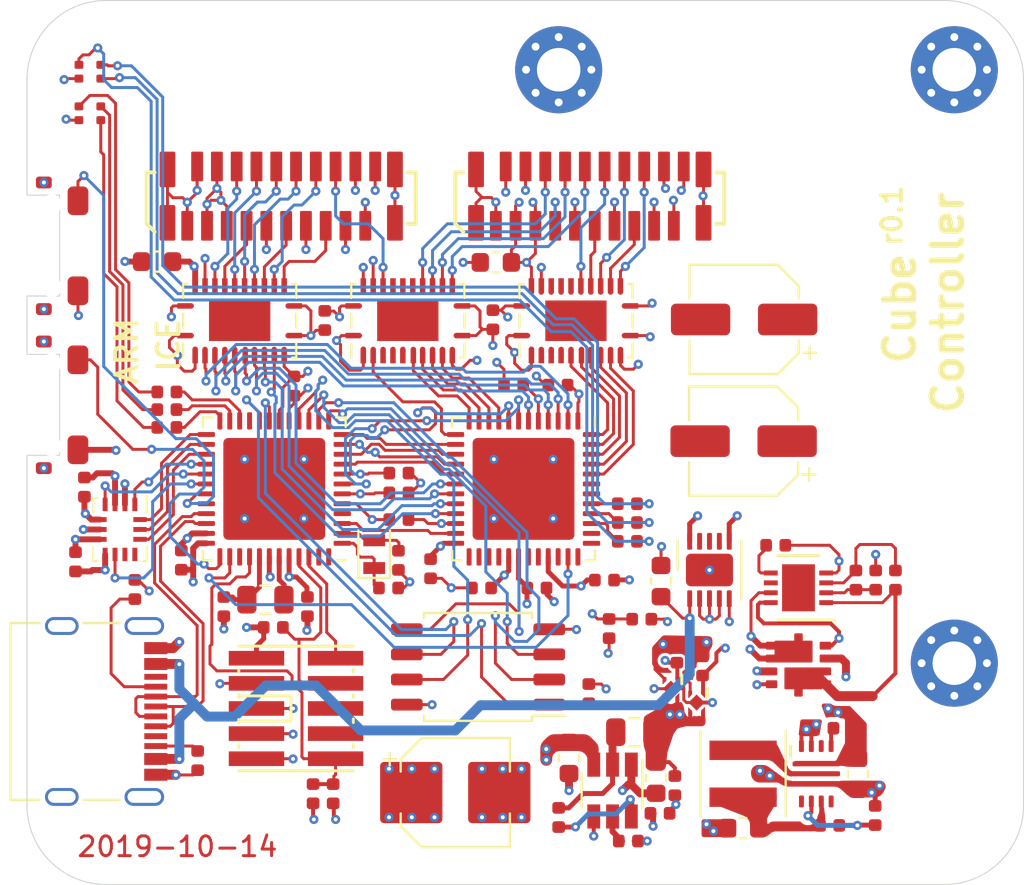
<source format=kicad_pcb>
(kicad_pcb (version 20171130) (host pcbnew 5.1.4-e60b266~84~ubuntu18.04.1)
  (layers (0 F.Cu signal) (1 In1.Cu signal) (2 In2.Cu signal) (31 B.Cu signal) (34 B.Paste user) (35 F.Paste user) (36 B.SilkS user) (37 F.SilkS user) (38 B.Mask user) (39 F.Mask user) (44 Edge.Cuts user))
  (net 0 "")
  (net 1 gnd)
  (net 2 N$1)
  (net 3 N$3)
  (net 4 N$7)
  (net 5 N$5)
  (net 6 N$2)
  (net 7 N$4)
  (net 8 N$6)
  (net 9 3v3)
  (net 10 2v5)
  (net 11 1v2_pll)
  (net 12 1v2)
  (net 13 led_r)
  (net 14 led_b)
  (net 15 led_g)
  (net 16 N$12)
  (net 17 N$13)
  (net 18 ice_config_done)
  (net 19 ice_config_mosi)
  (net 20 ice_config_sck)
  (net 21 ice_config_ss)
  (net 22 ice_config_miso)
  (net 23 ice_config_reset)
  (net 24 4v5)
  (net 25 pp_batt_prot)
  (net 26 N$20)
  (net 27 N$21)
  (net 28 N$22)
  (net 29 N$23)
  (net 30 N$28)
  (net 31 N$29)
  (net 32 swdio)
  (net 33 swdclk)
  (net 34 swo)
  (net 35 samd_rst)
  (net 36 5v0_usb)
  (net 37 samd_usb_p)
  (net 38 samd_usb_n)
  (net 39 5v_fb)
  (net 40 3v3_fb)
  (net 41 qspi_bus_cs)
  (net 42 qspi_bus_sck)
  (net 43 qspi_bus_io3)
  (net 44 qspi_bus_io2)
  (net 45 qspi_bus_io1)
  (net 46 qspi_bus_io0)
  (net 47 N$31)
  (net 48 imu_int2)
  (net 49 imu_int1)
  (net 50 imu_miso)
  (net 51 imu_cs)
  (net 52 imu_sck)
  (net 53 imu_mosi)
  (net 54 pp_batt)
  (net 55 ice_led_r)
  (net 56 ice_led_b)
  (net 57 ice_led_g)
  (net 58 N$30)
  (net 59 4v5_in)
  (net 60 N$14)
  (net 61 N$43)
  (net 62 N$42)
  (net 63 N$27)
  (net 64 pb0_b_db)
  (net 65 pb0_b_dg)
  (net 66 pb0_b_dr)
  (net 67 pb1_b_dr)
  (net 68 pb1_b_dg)
  (net 69 pb1_b_db)
  (net 70 pb0_latch)
  (net 71 pb1_rblank)
  (net 72 pb0_rblank)
  (net 73 pb0_rlatch)
  (net 74 pb0_rdata)
  (net 75 pb0_blank)
  (net 76 pb0_dr)
  (net 77 pb0_dg)
  (net 78 pb0_db)
  (net 79 pb0_sclk)
  (net 80 pb1_rlatch)
  (net 81 pb1_rdata)
  (net 82 pb1_blank)
  (net 83 pb1_latch)
  (net 84 pb1_dr)
  (net 85 pb1_dg)
  (net 86 pb1_db)
  (net 87 pb1_sclk)
  (net 88 pb0_b_sclk)
  (net 89 pb0_b_blank)
  (net 90 pb0_b_rblank)
  (net 91 pb0_b_rlatch)
  (net 92 pb0_b_rdata)
  (net 93 pb0_b_latch)
  (net 94 pb1_b_sclk)
  (net 95 pb1_b_latch)
  (net 96 pb1_b_blank)
  (net 97 pb1_b_rdata)
  (net 98 pb1_b_rlatch)
  (net 99 pb1_b_rblank)
  (net 100 N$32)
  (net 101 cc1)
  (net 102 cc2)
  (net 103 N$44)
  (net 104 N$24)
  (module MountingHole:MountingHole_2.2mm_M2_Pad_Via (layer F.Cu) (at 184 115)
    (fp_text reference REF** hide)
    (fp_text value MountingHole_2.2mm_M2_Pad_Via hide)
    (pad 1 thru_hole circle (at 1.166726 -1.166726) (size 0.7 0.7) (drill 0.4) (layers *.Cu *.Mask))
    (pad 1 thru_hole circle (at 0 -1.65) (size 0.7 0.7) (drill 0.4) (layers *.Cu *.Mask))
    (pad 1 thru_hole circle (at -1.166726 -1.166726) (size 0.7 0.7) (drill 0.4) (layers *.Cu *.Mask))
    (pad 1 thru_hole circle (at -1.65 0) (size 0.7 0.7) (drill 0.4) (layers *.Cu *.Mask))
    (pad 1 thru_hole circle (at -1.166726 1.166726) (size 0.7 0.7) (drill 0.4) (layers *.Cu *.Mask))
    (pad 1 thru_hole circle (at 0 1.65) (size 0.7 0.7) (drill 0.4) (layers *.Cu *.Mask))
    (pad 1 thru_hole circle (at 1.166726 1.166726) (size 0.7 0.7) (drill 0.4) (layers *.Cu *.Mask))
    (pad 1 thru_hole circle (at 1.65 0) (size 0.7 0.7) (drill 0.4) (layers *.Cu *.Mask))
    (pad 1 thru_hole circle (at 0 0) (size 4.4 4.4) (drill 2.2) (layers *.Cu *.Mask))
  )
  (module MountingHole:MountingHole_2.2mm_M2_Pad_Via (layer F.Cu) (at 184 85)
    (fp_text reference REF** hide)
    (fp_text value MountingHole_2.2mm_M2_Pad_Via hide)
    (pad 1 thru_hole circle (at 0 0) (size 4.4 4.4) (drill 2.2) (layers *.Cu *.Mask))
    (pad 1 thru_hole circle (at 1.65 0) (size 0.7 0.7) (drill 0.4) (layers *.Cu *.Mask))
    (pad 1 thru_hole circle (at 1.166726 1.166726) (size 0.7 0.7) (drill 0.4) (layers *.Cu *.Mask))
    (pad 1 thru_hole circle (at 0 1.65) (size 0.7 0.7) (drill 0.4) (layers *.Cu *.Mask))
    (pad 1 thru_hole circle (at -1.166726 1.166726) (size 0.7 0.7) (drill 0.4) (layers *.Cu *.Mask))
    (pad 1 thru_hole circle (at -1.65 0) (size 0.7 0.7) (drill 0.4) (layers *.Cu *.Mask))
    (pad 1 thru_hole circle (at -1.166726 -1.166726) (size 0.7 0.7) (drill 0.4) (layers *.Cu *.Mask))
    (pad 1 thru_hole circle (at 0 -1.65) (size 0.7 0.7) (drill 0.4) (layers *.Cu *.Mask))
    (pad 1 thru_hole circle (at 1.166726 -1.166726) (size 0.7 0.7) (drill 0.4) (layers *.Cu *.Mask))
  )
  (module MountingHole:MountingHole_2.2mm_M2_Pad_Via (layer F.Cu) (at 164 85)
    (fp_text reference REF** hide)
    (fp_text value MountingHole_2.2mm_M2_Pad_Via hide)
    (pad 1 thru_hole circle (at 1.166726 -1.166726) (size 0.7 0.7) (drill 0.4) (layers *.Cu *.Mask))
    (pad 1 thru_hole circle (at 0 -1.65) (size 0.7 0.7) (drill 0.4) (layers *.Cu *.Mask))
    (pad 1 thru_hole circle (at -1.166726 -1.166726) (size 0.7 0.7) (drill 0.4) (layers *.Cu *.Mask))
    (pad 1 thru_hole circle (at -1.65 0) (size 0.7 0.7) (drill 0.4) (layers *.Cu *.Mask))
    (pad 1 thru_hole circle (at -1.166726 1.166726) (size 0.7 0.7) (drill 0.4) (layers *.Cu *.Mask))
    (pad 1 thru_hole circle (at 0 1.65) (size 0.7 0.7) (drill 0.4) (layers *.Cu *.Mask))
    (pad 1 thru_hole circle (at 1.166726 1.166726) (size 0.7 0.7) (drill 0.4) (layers *.Cu *.Mask))
    (pad 1 thru_hole circle (at 1.65 0) (size 0.7 0.7) (drill 0.4) (layers *.Cu *.Mask))
    (pad 1 thru_hole circle (at 0 0) (size 4.4 4.4) (drill 2.2) (layers *.Cu *.Mask))
  )
  (module Connector_USB:USB_C_Receptacle_Palconn_UTC16-G (layer F.Cu) (at 141.123217 117.44 270)
    (fp_text reference J5 hide)
    (fp_text value USB_C_Receptacle_USB2.0 hide)
    (pad S1 thru_hole oval (at -4.32 -1.93) (size 2 0.9) (drill oval 1.7 0.6) (layers *.Cu *.Mask) (net 1 gnd))
    (pad S1 thru_hole oval (at 4.32 -1.93) (size 2 0.9) (drill oval 1.7 0.6) (layers *.Cu *.Mask) (net 1 gnd))
    (pad S1 thru_hole oval (at -4.32 2.24) (size 1.7 0.9) (drill oval 1.4 0.6) (layers *.Cu *.Mask) (net 1 gnd))
    (pad S1 thru_hole oval (at 4.32 2.24) (size 1.7 0.9) (drill oval 1.4 0.6) (layers *.Cu *.Mask) (net 1 gnd))
    (pad B7 smd rect (at -0.75 -2.51 90) (size 0.3 1.16) (layers F.Cu F.Paste F.Mask) (net 38 samd_usb_n))
    (pad A6 smd rect (at -0.25 -2.51 90) (size 0.3 1.16) (layers F.Cu F.Paste F.Mask) (net 37 samd_usb_p))
    (pad A7 smd rect (at 0.25 -2.51 90) (size 0.3 1.16) (layers F.Cu F.Paste F.Mask) (net 38 samd_usb_n))
    (pad B8 smd rect (at -1.75 -2.51 90) (size 0.3 1.16) (layers F.Cu F.Paste F.Mask))
    (pad A5 smd rect (at -1.25 -2.51 90) (size 0.3 1.16) (layers F.Cu F.Paste F.Mask) (net 101 cc1))
    (pad A8 smd rect (at 1.25 -2.51 90) (size 0.3 1.16) (layers F.Cu F.Paste F.Mask))
    (pad B6 smd rect (at 0.75 -2.51 90) (size 0.3 1.16) (layers F.Cu F.Paste F.Mask) (net 37 samd_usb_p))
    (pad B5 smd rect (at 1.75 -2.51 90) (size 0.3 1.16) (layers F.Cu F.Paste F.Mask) (net 102 cc2))
    (pad "" np_thru_hole circle (at 2.89 -1.45 90) (size 0.6 0.6) (drill 0.6) (layers *.Cu *.Mask))
    (pad "" np_thru_hole circle (at -2.89 -1.45 90) (size 0.6 0.6) (drill 0.6) (layers *.Cu *.Mask))
    (pad A4 smd rect (at -2.4 -2.51 270) (size 0.6 1.16) (layers F.Cu F.Paste F.Mask) (net 36 5v0_usb))
    (pad B9 smd rect (at -2.4 -2.51 270) (size 0.6 1.16) (layers F.Cu F.Paste F.Mask) (net 36 5v0_usb))
    (pad A1 smd rect (at -3.2 -2.51 270) (size 0.6 1.16) (layers F.Cu F.Paste F.Mask) (net 1 gnd))
    (pad B12 smd rect (at -3.2 -2.51 270) (size 0.6 1.16) (layers F.Cu F.Paste F.Mask) (net 1 gnd))
    (pad B4 smd rect (at 2.4 -2.51 270) (size 0.6 1.16) (layers F.Cu F.Paste F.Mask) (net 36 5v0_usb))
    (pad B1 smd rect (at 3.2 -2.51 270) (size 0.6 1.16) (layers F.Cu F.Paste F.Mask) (net 1 gnd))
    (pad A9 smd rect (at 2.4 -2.51 270) (size 0.6 1.16) (layers F.Cu F.Paste F.Mask) (net 36 5v0_usb))
    (pad A12 smd rect (at 3.2 -2.51 270) (size 0.6 1.16) (layers F.Cu F.Paste F.Mask) (net 1 gnd))
  )
  (module Package_DFN_QFN:QFN-48-1EP_7x7mm_P0.5mm_EP5.15x5.15mm (layer F.Cu) (at 162.223217 106.19 270)
    (fp_text reference U8 hide)
    (fp_text value ICE40UP5K-SG48ITR hide)
    (pad 48 smd roundrect (at -2.75 -3.4375 270) (size 0.25 0.875) (layers F.Cu F.Paste F.Mask) (net 82 pb1_blank))
    (pad 47 smd roundrect (at -2.25 -3.4375 270) (size 0.25 0.875) (layers F.Cu F.Paste F.Mask) (net 83 pb1_latch))
    (pad 46 smd roundrect (at -1.75 -3.4375 270) (size 0.25 0.875) (layers F.Cu F.Paste F.Mask) (net 81 pb1_rdata))
    (pad 45 smd roundrect (at -1.25 -3.4375 270) (size 0.25 0.875) (layers F.Cu F.Paste F.Mask) (net 80 pb1_rlatch))
    (pad 44 smd roundrect (at -0.75 -3.4375 270) (size 0.25 0.875) (layers F.Cu F.Paste F.Mask) (net 71 pb1_rblank))
    (pad 43 smd roundrect (at -0.25 -3.4375 270) (size 0.25 0.875) (layers F.Cu F.Paste F.Mask))
    (pad 42 smd roundrect (at 0.25 -3.4375 270) (size 0.25 0.875) (layers F.Cu F.Paste F.Mask))
    (pad 41 smd roundrect (at 0.75 -3.4375 270) (size 0.25 0.875) (layers F.Cu F.Paste F.Mask) (net 58 N$30))
    (pad 40 smd roundrect (at 1.25 -3.4375 270) (size 0.25 0.875) (layers F.Cu F.Paste F.Mask) (net 31 N$29))
    (pad 39 smd roundrect (at 1.75 -3.4375 270) (size 0.25 0.875) (layers F.Cu F.Paste F.Mask) (net 30 N$28))
    (pad 38 smd roundrect (at 2.25 -3.4375 270) (size 0.25 0.875) (layers F.Cu F.Paste F.Mask))
    (pad 37 smd roundrect (at 2.75 -3.4375 270) (size 0.25 0.875) (layers F.Cu F.Paste F.Mask))
    (pad 36 smd roundrect (at 3.4375 -2.75 270) (size 0.875 0.25) (layers F.Cu F.Paste F.Mask))
    (pad 35 smd roundrect (at 3.4375 -2.25 270) (size 0.875 0.25) (layers F.Cu F.Paste F.Mask) (net 47 N$31))
    (pad 34 smd roundrect (at 3.4375 -1.75 270) (size 0.875 0.25) (layers F.Cu F.Paste F.Mask))
    (pad 33 smd roundrect (at 3.4375 -1.25 270) (size 0.875 0.25) (layers F.Cu F.Paste F.Mask) (net 9 3v3))
    (pad 32 smd roundrect (at 3.4375 -0.75 270) (size 0.875 0.25) (layers F.Cu F.Paste F.Mask))
    (pad 31 smd roundrect (at 3.4375 -0.25 270) (size 0.875 0.25) (layers F.Cu F.Paste F.Mask))
    (pad 30 smd roundrect (at 3.4375 0.25 270) (size 0.875 0.25) (layers F.Cu F.Paste F.Mask) (net 12 1v2))
    (pad 29 smd roundrect (at 3.4375 0.75 270) (size 0.875 0.25) (layers F.Cu F.Paste F.Mask) (net 11 1v2_pll))
    (pad 28 smd roundrect (at 3.4375 1.25 270) (size 0.875 0.25) (layers F.Cu F.Paste F.Mask))
    (pad 27 smd roundrect (at 3.4375 1.75 270) (size 0.875 0.25) (layers F.Cu F.Paste F.Mask))
    (pad 26 smd roundrect (at 3.4375 2.25 270) (size 0.875 0.25) (layers F.Cu F.Paste F.Mask))
    (pad 25 smd roundrect (at 3.4375 2.75 270) (size 0.875 0.25) (layers F.Cu F.Paste F.Mask))
    (pad 24 smd roundrect (at 2.75 3.4375 270) (size 0.25 0.875) (layers F.Cu F.Paste F.Mask) (net 10 2v5))
    (pad 23 smd roundrect (at 2.25 3.4375 270) (size 0.25 0.875) (layers F.Cu F.Paste F.Mask) (net 100 N$32))
    (pad 22 smd roundrect (at 1.75 3.4375 270) (size 0.25 0.875) (layers F.Cu F.Paste F.Mask) (net 9 3v3))
    (pad 21 smd roundrect (at 1.25 3.4375 270) (size 0.25 0.875) (layers F.Cu F.Paste F.Mask) (net 73 pb0_rlatch))
    (pad 20 smd roundrect (at 0.75 3.4375 270) (size 0.25 0.875) (layers F.Cu F.Paste F.Mask) (net 74 pb0_rdata))
    (pad 19 smd roundrect (at 0.25 3.4375 270) (size 0.25 0.875) (layers F.Cu F.Paste F.Mask) (net 70 pb0_latch))
    (pad 18 smd roundrect (at -0.25 3.4375 270) (size 0.25 0.875) (layers F.Cu F.Paste F.Mask) (net 75 pb0_blank))
    (pad 17 smd roundrect (at -0.75 3.4375 270) (size 0.25 0.875) (layers F.Cu F.Paste F.Mask) (net 19 ice_config_mosi))
    (pad 16 smd roundrect (at -1.25 3.4375 270) (size 0.25 0.875) (layers F.Cu F.Paste F.Mask) (net 21 ice_config_ss))
    (pad 15 smd roundrect (at -1.75 3.4375 270) (size 0.25 0.875) (layers F.Cu F.Paste F.Mask) (net 20 ice_config_sck))
    (pad 14 smd roundrect (at -2.25 3.4375 270) (size 0.25 0.875) (layers F.Cu F.Paste F.Mask) (net 22 ice_config_miso))
    (pad 13 smd roundrect (at -2.75 3.4375 270) (size 0.25 0.875) (layers F.Cu F.Paste F.Mask) (net 72 pb0_rblank))
    (pad 12 smd roundrect (at -3.4375 2.75 270) (size 0.875 0.25) (layers F.Cu F.Paste F.Mask) (net 84 pb1_dr))
    (pad 11 smd roundrect (at -3.4375 2.25 270) (size 0.875 0.25) (layers F.Cu F.Paste F.Mask) (net 85 pb1_dg))
    (pad 10 smd roundrect (at -3.4375 1.75 270) (size 0.875 0.25) (layers F.Cu F.Paste F.Mask) (net 86 pb1_db))
    (pad 9 smd roundrect (at -3.4375 1.25 270) (size 0.875 0.25) (layers F.Cu F.Paste F.Mask) (net 87 pb1_sclk))
    (pad 8 smd roundrect (at -3.4375 0.75 270) (size 0.875 0.25) (layers F.Cu F.Paste F.Mask) (net 23 ice_config_reset))
    (pad 7 smd roundrect (at -3.4375 0.25 270) (size 0.875 0.25) (layers F.Cu F.Paste F.Mask) (net 18 ice_config_done))
    (pad 6 smd roundrect (at -3.4375 -0.25 270) (size 0.875 0.25) (layers F.Cu F.Paste F.Mask) (net 79 pb0_sclk))
    (pad 5 smd roundrect (at -3.4375 -0.75 270) (size 0.875 0.25) (layers F.Cu F.Paste F.Mask) (net 12 1v2))
    (pad 4 smd roundrect (at -3.4375 -1.25 270) (size 0.875 0.25) (layers F.Cu F.Paste F.Mask) (net 78 pb0_db))
    (pad 3 smd roundrect (at -3.4375 -1.75 270) (size 0.875 0.25) (layers F.Cu F.Paste F.Mask) (net 77 pb0_dg))
    (pad 2 smd roundrect (at -3.4375 -2.25 270) (size 0.875 0.25) (layers F.Cu F.Paste F.Mask) (net 76 pb0_dr))
    (pad 1 smd roundrect (at -3.4375 -2.75 270) (size 0.875 0.25) (layers F.Cu F.Paste F.Mask) (net 9 3v3))
    (pad 49 smd roundrect (at 0 0 270) (size 5.15 5.15) (layers F.Cu F.Mask) (roundrect_rratio 0.048544) (net 1 gnd))
  )
  (module gkl_led:led_rbag_1515 (layer F.Cu) (at 140.3 87.2)
    (fp_text reference D1 hide)
    (fp_text value LED_ARGB hide)
    (pad 3 smd roundrect (at 0.55125 0.34875 180) (size 0.443 0.406) (layers F.Cu F.Paste F.Mask) (roundrect_rratio 0.197) (net 15 led_g))
    (pad 1 smd roundrect (at -0.55125 0.34875 180) (size 0.443 0.406) (layers F.Cu F.Paste F.Mask) (roundrect_rratio 0.197) (net 9 3v3))
    (pad 4 smd roundrect (at 0.55125 -0.34875 180) (size 0.443 0.406) (layers F.Cu F.Paste F.Mask) (roundrect_rratio 0.197) (net 14 led_b))
    (pad 2 smd roundrect (at -0.55125 -0.34875 180) (size 0.443 0.406) (layers F.Cu F.Paste F.Mask) (roundrect_rratio 0.197) (net 13 led_r))
  )
  (module Capacitor_SMD:C_0603_1608Metric (layer F.Cu) (at 179.123217 120.59 270)
    (fp_text reference C1 hide)
    (fp_text value 10uF hide)
    (pad 1 smd roundrect (at -0.7875 0 270) (size 0.875 0.95) (layers F.Cu F.Paste F.Mask) (net 25 pp_batt_prot))
    (pad 2 smd roundrect (at 0.7875 0 270) (size 0.875 0.95) (layers F.Cu F.Paste F.Mask) (net 1 gnd))
  )
  (module Capacitor_SMD:C_0603_1608Metric (layer F.Cu) (at 173.323217 123.34 180)
    (fp_text reference C2 hide)
    (fp_text value 10uF hide)
    (pad 1 smd roundrect (at -0.7875 0 180) (size 0.875 0.95) (layers F.Cu F.Paste F.Mask) (net 59 4v5_in))
    (pad 2 smd roundrect (at 0.7875 0 180) (size 0.875 0.95) (layers F.Cu F.Paste F.Mask) (net 1 gnd))
  )
  (module Capacitor_SMD:C_0603_1608Metric (layer F.Cu) (at 164.523217 119.79 270)
    (fp_text reference C4 hide)
    (fp_text value 10uF hide)
    (pad 2 smd roundrect (at 0.7875 0 270) (size 0.875 0.95) (layers F.Cu F.Paste F.Mask) (net 1 gnd))
    (pad 1 smd roundrect (at -0.7875 0 270) (size 0.875 0.95) (layers F.Cu F.Paste F.Mask) (net 24 4v5))
  )
  (module Capacitor_SMD:C_0603_1608Metric (layer F.Cu) (at 168.923217 120.79 270)
    (fp_text reference C5 hide)
    (fp_text value 10uF hide)
    (pad 1 smd roundrect (at -0.7875 0 270) (size 0.875 0.95) (layers F.Cu F.Paste F.Mask) (net 9 3v3))
    (pad 2 smd roundrect (at 0.7875 0 270) (size 0.875 0.95) (layers F.Cu F.Paste F.Mask) (net 1 gnd))
  )
  (module Inductor_SMD:L_Coilcraft_XxL4020 (layer F.Cu) (at 173.323217 120.59 270)
    (fp_text reference L1 hide)
    (fp_text value 1uH hide)
    (pad 1 smd rect (at -1.185 0 270) (size 0.98 3.4) (layers F.Cu F.Paste F.Mask) (net 4 N$7))
    (pad 2 smd rect (at 1.185 0 270) (size 0.98 3.4) (layers F.Cu F.Paste F.Mask) (net 59 4v5_in))
  )
  (module Inductor_SMD:L_0805_2012Metric (layer F.Cu) (at 167.823217 118.49)
    (fp_text reference L2 hide)
    (fp_text value 2.2uH hide)
    (pad 1 smd roundrect (at -0.9375 0) (size 0.975 1.4) (layers F.Cu F.Paste F.Mask) (net 60 N$14))
    (pad 2 smd roundrect (at 0.9375 0) (size 0.975 1.4) (layers F.Cu F.Paste F.Mask) (net 9 3v3))
  )
  (module gkl_misc:EVQP4 (layer F.Cu) (at 137.123217 101.94 270)
    (fp_text reference SW1 hide)
    (fp_text value SW_Push hide)
    (pad "" np_thru_hole circle (at 2.1 -1.25 270) (size 1 1) (drill 1) (layers *.Cu *.Mask))
    (pad "" np_thru_hole circle (at -2.1 -1.25 270) (size 1 1) (drill 1) (layers *.Cu *.Mask))
    (pad 2 smd roundrect (at -3.2 -0.85 270) (size 0.6 0.8) (layers F.Cu F.Paste F.Mask) (net 1 gnd))
    (pad 2 smd roundrect (at 3.2 -0.85 270) (size 0.6 0.8) (layers F.Cu F.Paste F.Mask) (net 1 gnd))
    (pad 2 smd roundrect (at 2.275 -2.575 270) (size 1.45 1.05) (layers F.Cu F.Paste F.Mask) (net 1 gnd))
    (pad 1 smd roundrect (at -2.275 -2.575 270) (size 1.45 1.05) (layers F.Cu F.Paste F.Mask) (net 62 N$42))
  )
  (module Capacitor_SMD:C_0603_1608Metric (layer F.Cu) (at 160.823217 94.74 180)
    (fp_text reference C26 hide)
    (fp_text value 10uF hide)
    (pad 2 smd roundrect (at 0.7875 0 180) (size 0.875 0.95) (layers F.Cu F.Paste F.Mask) (net 1 gnd))
    (pad 1 smd roundrect (at -0.7875 0 180) (size 0.875 0.95) (layers F.Cu F.Paste F.Mask) (net 24 4v5))
  )
  (module Crystal:Crystal_SMD_2012-2Pin_2.0x1.2mm (layer F.Cu) (at 154.673217 109.49 90)
    (fp_text reference Y1 hide)
    (fp_text value 32.768kHz hide)
    (pad 1 smd rect (at -0.7 0 90) (size 0.6 1.1) (layers F.Cu F.Paste F.Mask) (net 104 N$24))
    (pad 2 smd rect (at 0.7 0 90) (size 0.6 1.1) (layers F.Cu F.Paste F.Mask) (net 63 N$27))
  )
  (module Capacitor_SMD:C_0402_1005Metric (layer F.Cu) (at 171.273217 115.14 90)
    (fp_text reference C6 hide)
    (fp_text value 1uF hide)
    (pad 1 smd roundrect (at -0.485 0 90) (size 0.59 0.64) (layers F.Cu F.Paste F.Mask) (net 10 2v5))
    (pad 2 smd roundrect (at 0.485 0 90) (size 0.59 0.64) (layers F.Cu F.Paste F.Mask) (net 1 gnd))
  )
  (module Capacitor_SMD:C_0402_1005Metric (layer F.Cu) (at 169.973217 114.49 90)
    (fp_text reference C7 hide)
    (fp_text value 1uF hide)
    (pad 2 smd roundrect (at 0.485 0 90) (size 0.59 0.64) (layers F.Cu F.Paste F.Mask) (net 1 gnd))
    (pad 1 smd roundrect (at -0.485 0 90) (size 0.59 0.64) (layers F.Cu F.Paste F.Mask) (net 12 1v2))
  )
  (module Capacitor_SMD:C_0402_1005Metric (layer F.Cu) (at 166.55 113.25 270)
    (fp_text reference C8 hide)
    (fp_text value 1uF hide)
    (pad 1 smd roundrect (at -0.485 0 270) (size 0.59 0.64) (layers F.Cu F.Paste F.Mask) (net 11 1v2_pll))
    (pad 2 smd roundrect (at 0.485 0 270) (size 0.59 0.64) (layers F.Cu F.Paste F.Mask) (net 1 gnd))
  )
  (module Capacitor_SMD:CP_Elec_5x3.9 (layer F.Cu) (at 158.773217 121.54)
    (fp_text reference C9 hide)
    (fp_text value CP1 hide)
    (pad 1 smd roundrect (at -2.2 0) (size 3 1.6) (layers F.Cu F.Paste F.Mask) (roundrect_rratio 0.15625) (net 24 4v5))
    (pad 2 smd roundrect (at 2.2 0) (size 3 1.6) (layers F.Cu F.Paste F.Mask) (roundrect_rratio 0.15625) (net 1 gnd))
  )
  (module Package_DFN_QFN:DFN-8-1EP_3x3mm_P0.5mm_EP1.66x2.38mm (layer F.Cu) (at 176.123217 111.19 180)
    (fp_text reference U1 hide)
    (fp_text value LTC4367 hide)
    (pad 1 smd rect (at -1.4 -0.75 180) (size 0.7 0.25) (layers F.Cu F.Paste F.Mask) (net 54 pp_batt))
    (pad 2 smd rect (at -1.4 -0.25 180) (size 0.7 0.25) (layers F.Cu F.Paste F.Mask) (net 5 N$5))
    (pad 3 smd rect (at -1.4 0.25 180) (size 0.7 0.25) (layers F.Cu F.Paste F.Mask) (net 7 N$4))
    (pad 4 smd rect (at -1.4 0.75 180) (size 0.7 0.25) (layers F.Cu F.Paste F.Mask) (net 1 gnd))
    (pad 5 smd rect (at 1.4 0.75 180) (size 0.7 0.25) (layers F.Cu F.Paste F.Mask) (net 3 N$3))
    (pad 6 smd rect (at 1.4 0.25 180) (size 0.7 0.25) (layers F.Cu F.Paste F.Mask))
    (pad 7 smd rect (at 1.4 -0.25 180) (size 0.7 0.25) (layers F.Cu F.Paste F.Mask) (net 25 pp_batt_prot))
    (pad 8 smd rect (at 1.4 -0.75 180) (size 0.7 0.25) (layers F.Cu F.Paste F.Mask) (net 6 N$2))
    (pad 9 smd rect (at 0 0 180) (size 1.66 2.38) (layers F.Cu F.Mask))
  )
  (module gkl_housings_dfn:DFN3X3_8L_EP2_P (layer F.Cu) (at 176.123217 115.089999 90)
    (fp_text reference U2 hide)
    (fp_text value AON7804 hide)
    (pad 1 smd roundrect (at 1.23 0 90) (size 0.74 0.43) (layers F.Cu F.Paste F.Mask) (roundrect_rratio 0.15) (net 25 pp_batt_prot))
    (pad 1 smd roundrect (at 0.6775 -0.25 90) (size 1.105 1.925) (layers F.Cu F.Paste F.Mask) (roundrect_rratio 0.05) (net 25 pp_batt_prot))
    (pad 4 smd roundrect (at -0.6775 0.25 90) (size 1.105 1.925) (layers F.Cu F.Paste F.Mask) (roundrect_rratio 0.05) (net 54 pp_batt))
    (pad 4 smd roundrect (at -1.23 0 90) (size 0.74 0.43) (layers F.Cu F.Paste F.Mask) (roundrect_rratio 0.15) (net 54 pp_batt))
    (pad 4 smd roundrect (at -0.325 1.36 270) (size 0.4 0.58) (layers F.Cu F.Paste F.Mask) (roundrect_rratio 0.15) (net 54 pp_batt))
    (pad 4 smd roundrect (at -0.975 1.36 270) (size 0.4 0.58) (layers F.Cu F.Paste F.Mask) (roundrect_rratio 0.15) (net 54 pp_batt))
    (pad 1 smd roundrect (at 0.975 -1.36 270) (size 0.4 0.58) (layers F.Cu F.Paste F.Mask) (roundrect_rratio 0.15) (net 25 pp_batt_prot))
    (pad 1 smd roundrect (at 0.325 -1.36 270) (size 0.4 0.58) (layers F.Cu F.Paste F.Mask) (roundrect_rratio 0.15) (net 25 pp_batt_prot))
    (pad 6 smd roundrect (at 0.975 1.36 270) (size 0.4 0.58) (layers F.Cu F.Paste F.Mask) (roundrect_rratio 0.15) (net 6 N$2))
    (pad 5 smd roundrect (at 0.325 1.36 270) (size 0.4 0.58) (layers F.Cu F.Paste F.Mask) (roundrect_rratio 0.15) (net 2 N$1))
    (pad 2 smd roundrect (at -0.325 -1.36 270) (size 0.4 0.58) (layers F.Cu F.Paste F.Mask) (roundrect_rratio 0.15) (net 2 N$1))
    (pad 3 smd roundrect (at -0.975 -1.36 270) (size 0.4 0.58) (layers F.Cu F.Paste F.Mask) (roundrect_rratio 0.15) (net 6 N$2))
  )
  (module gkl_misc:VQFN-11_3x2mm_P0.5mm (layer F.Cu) (at 177.023217 120.59 270)
    (fp_text reference U3 hide)
    (fp_text value TPS62135 hide)
    (pad 7 smd roundrect (at 1.4 -0.75 270) (size 0.6 0.25) (layers F.Cu F.Paste F.Mask))
    (pad 6 smd roundrect (at 1.4 -0.25 270) (size 0.6 0.25) (layers F.Cu F.Paste F.Mask) (net 59 4v5_in))
    (pad 5 smd roundrect (at 1.4 0.25 270) (size 0.6 0.25) (layers F.Cu F.Paste F.Mask) (net 39 5v_fb))
    (pad 4 smd roundrect (at 1.4 0.75 270) (size 0.6 0.25) (layers F.Cu F.Paste F.Mask))
    (pad 11 smd roundrect (at -1.4 0.75 270) (size 0.6 0.25) (layers F.Cu F.Paste F.Mask) (net 1 gnd))
    (pad 10 smd roundrect (at -1.4 0.25 270) (size 0.6 0.25) (layers F.Cu F.Paste F.Mask) (net 1 gnd))
    (pad 9 smd roundrect (at -1.4 -0.25 270) (size 0.6 0.25) (layers F.Cu F.Paste F.Mask))
    (pad 8 smd roundrect (at -1.4 -0.75 270) (size 0.6 0.25) (layers F.Cu F.Paste F.Mask) (net 8 N$6))
    (pad 1 smd roundrect (at -0.5 0) (size 2.4 0.25) (layers F.Cu F.Mask) (net 25 pp_batt_prot))
    (pad 2 smd roundrect (at 0 0) (size 2.4 0.25) (layers F.Cu F.Mask) (net 4 N$7))
    (pad 3 smd roundrect (at 0.5 0) (size 2.4 0.25) (layers F.Cu F.Mask) (net 1 gnd))
  )
  (module Package_TO_SOT_SMD:TSOT-23-6 (layer F.Cu) (at 166.723217 121.44 270)
    (fp_text reference U4 hide)
    (fp_text value TPS561201 hide)
    (pad 1 smd rect (at -1.31 -0.95 270) (size 1.22 0.65) (layers F.Cu F.Paste F.Mask) (net 1 gnd))
    (pad 2 smd rect (at -1.31 0 270) (size 1.22 0.65) (layers F.Cu F.Paste F.Mask) (net 60 N$14))
    (pad 3 smd rect (at -1.31 0.95 270) (size 1.22 0.65) (layers F.Cu F.Paste F.Mask) (net 24 4v5))
    (pad 4 smd rect (at 1.31 0.95 270) (size 1.22 0.65) (layers F.Cu F.Paste F.Mask) (net 40 3v3_fb))
    (pad 5 smd rect (at 1.31 0 270) (size 1.22 0.65) (layers F.Cu F.Paste F.Mask) (net 16 N$12))
    (pad 6 smd rect (at 1.31 -0.95 270) (size 1.22 0.65) (layers F.Cu F.Paste F.Mask) (net 17 N$13))
  )
  (module gkl_housings_son:X2SON_4_1.0x1.0mm (layer F.Cu) (at 170.973217 116.99 270)
    (fp_text reference U5 hide)
    (fp_text value NP115-2.5 hide)
    (pad 2 smd rect (at 0 0 315) (size 0.58 0.58) (layers F.Cu F.Paste F.Mask) (net 1 gnd))
    (pad 1 smd custom (at -0.52 -0.325 270) (size 0.18 0.2) (layers F.Cu F.Paste F.Mask) (net 10 2v5) (options (clearance outline) (anchor rect)) (primitives (gr_poly (pts (xy 0.09 -0.1) (xy 0.27 -0.1) (xy 0.27 -0.075) (xy 0.09 0.1)) (width 0))))
    (pad 3 smd custom (at 0.52 0.325 90) (size 0.18 0.2) (layers F.Cu F.Paste F.Mask) (net 9 3v3) (options (clearance outline) (anchor rect)) (primitives (gr_poly (pts (xy 0.09 -0.1) (xy 0.27 -0.1) (xy 0.27 -0.075) (xy 0.09 0.1)) (width 0))))
    (pad 4 smd custom (at 0.5 -0.325 90) (size 0.18 0.2) (layers F.Cu F.Paste F.Mask) (net 9 3v3) (options (clearance outline) (anchor rect)) (primitives (gr_poly (pts (xy 0.09 -0.1) (xy 0.27 0.075) (xy 0.27 0.1) (xy 0.09 0.1)) (width 0))))
    (pad 2 smd custom (at -0.5 0.325 270) (size 0.18 0.2) (layers F.Cu F.Paste F.Mask) (net 1 gnd) (options (clearance outline) (anchor rect)) (primitives (gr_poly (pts (xy 0.09 -0.1) (xy 0.27 0.075) (xy 0.27 0.1) (xy 0.09 0.1)) (width 0))))
  )
  (module gkl_housings_son:X2SON_4_1.0x1.0mm (layer F.Cu) (at 169.673217 116.29 270)
    (fp_text reference U6 hide)
    (fp_text value NP115-1.2 hide)
    (pad 2 smd custom (at -0.5 0.325 270) (size 0.18 0.2) (layers F.Cu F.Paste F.Mask) (net 1 gnd) (options (clearance outline) (anchor rect)) (primitives (gr_poly (pts (xy 0.09 -0.1) (xy 0.27 0.075) (xy 0.27 0.1) (xy 0.09 0.1)) (width 0))))
    (pad 4 smd custom (at 0.5 -0.325 90) (size 0.18 0.2) (layers F.Cu F.Paste F.Mask) (net 9 3v3) (options (clearance outline) (anchor rect)) (primitives (gr_poly (pts (xy 0.09 -0.1) (xy 0.27 0.075) (xy 0.27 0.1) (xy 0.09 0.1)) (width 0))))
    (pad 3 smd custom (at 0.52 0.325 90) (size 0.18 0.2) (layers F.Cu F.Paste F.Mask) (net 9 3v3) (options (clearance outline) (anchor rect)) (primitives (gr_poly (pts (xy 0.09 -0.1) (xy 0.27 -0.1) (xy 0.27 -0.075) (xy 0.09 0.1)) (width 0))))
    (pad 1 smd custom (at -0.52 -0.325 270) (size 0.18 0.2) (layers F.Cu F.Paste F.Mask) (net 12 1v2) (options (clearance outline) (anchor rect)) (primitives (gr_poly (pts (xy 0.09 -0.1) (xy 0.27 -0.1) (xy 0.27 -0.075) (xy 0.09 0.1)) (width 0))))
    (pad 2 smd rect (at 0 0 315) (size 0.58 0.58) (layers F.Cu F.Paste F.Mask) (net 1 gnd))
  )
  (module Package_DFN_QFN:QFN-48-1EP_7x7mm_P0.5mm_EP5.15x5.15mm (layer F.Cu) (at 149.623217 106.19 180)
    (fp_text reference U7 hide)
    (fp_text value ATSAMD51G19A hide)
    (pad 49 smd roundrect (at 0 0 180) (size 5.15 5.15) (layers F.Cu F.Mask) (roundrect_rratio 0.048544) (net 1 gnd))
    (pad 1 smd roundrect (at -3.4375 -2.75 180) (size 0.875 0.25) (layers F.Cu F.Paste F.Mask) (net 104 N$24))
    (pad 2 smd roundrect (at -3.4375 -2.25 180) (size 0.875 0.25) (layers F.Cu F.Paste F.Mask) (net 63 N$27))
    (pad 3 smd roundrect (at -3.4375 -1.75 180) (size 0.875 0.25) (layers F.Cu F.Paste F.Mask) (net 100 N$32))
    (pad 4 smd roundrect (at -3.4375 -1.25 180) (size 0.875 0.25) (layers F.Cu F.Paste F.Mask))
    (pad 5 smd roundrect (at -3.4375 -0.75 180) (size 0.875 0.25) (layers F.Cu F.Paste F.Mask) (net 1 gnd))
    (pad 6 smd roundrect (at -3.4375 -0.25 180) (size 0.875 0.25) (layers F.Cu F.Paste F.Mask) (net 9 3v3))
    (pad 7 smd roundrect (at -3.4375 0.25 180) (size 0.875 0.25) (layers F.Cu F.Paste F.Mask) (net 18 ice_config_done))
    (pad 8 smd roundrect (at -3.4375 0.75 180) (size 0.875 0.25) (layers F.Cu F.Paste F.Mask) (net 23 ice_config_reset))
    (pad 9 smd roundrect (at -3.4375 1.25 180) (size 0.875 0.25) (layers F.Cu F.Paste F.Mask) (net 19 ice_config_mosi))
    (pad 10 smd roundrect (at -3.4375 1.75 180) (size 0.875 0.25) (layers F.Cu F.Paste F.Mask) (net 20 ice_config_sck))
    (pad 11 smd roundrect (at -3.4375 2.25 180) (size 0.875 0.25) (layers F.Cu F.Paste F.Mask) (net 21 ice_config_ss))
    (pad 12 smd roundrect (at -3.4375 2.75 180) (size 0.875 0.25) (layers F.Cu F.Paste F.Mask) (net 22 ice_config_miso))
    (pad 13 smd roundrect (at -2.75 3.4375 180) (size 0.25 0.875) (layers F.Cu F.Paste F.Mask) (net 46 qspi_bus_io0))
    (pad 14 smd roundrect (at -2.25 3.4375 180) (size 0.25 0.875) (layers F.Cu F.Paste F.Mask) (net 45 qspi_bus_io1))
    (pad 15 smd roundrect (at -1.75 3.4375 180) (size 0.25 0.875) (layers F.Cu F.Paste F.Mask) (net 44 qspi_bus_io2))
    (pad 16 smd roundrect (at -1.25 3.4375 180) (size 0.25 0.875) (layers F.Cu F.Paste F.Mask) (net 43 qspi_bus_io3))
    (pad 17 smd roundrect (at -0.75 3.4375 180) (size 0.25 0.875) (layers F.Cu F.Paste F.Mask) (net 9 3v3))
    (pad 18 smd roundrect (at -0.25 3.4375 180) (size 0.25 0.875) (layers F.Cu F.Paste F.Mask) (net 1 gnd))
    (pad 19 smd roundrect (at 0.25 3.4375 180) (size 0.25 0.875) (layers F.Cu F.Paste F.Mask) (net 42 qspi_bus_sck))
    (pad 20 smd roundrect (at 0.75 3.4375 180) (size 0.25 0.875) (layers F.Cu F.Paste F.Mask) (net 41 qspi_bus_cs))
    (pad 21 smd roundrect (at 1.25 3.4375 180) (size 0.25 0.875) (layers F.Cu F.Paste F.Mask))
    (pad 22 smd roundrect (at 1.75 3.4375 180) (size 0.25 0.875) (layers F.Cu F.Paste F.Mask) (net 27 N$21))
    (pad 23 smd roundrect (at 2.25 3.4375 180) (size 0.25 0.875) (layers F.Cu F.Paste F.Mask) (net 29 N$23))
    (pad 24 smd roundrect (at 2.75 3.4375 180) (size 0.25 0.875) (layers F.Cu F.Paste F.Mask) (net 28 N$22))
    (pad 25 smd roundrect (at 3.4375 2.75 180) (size 0.875 0.25) (layers F.Cu F.Paste F.Mask) (net 53 imu_mosi))
    (pad 26 smd roundrect (at 3.4375 2.25 180) (size 0.875 0.25) (layers F.Cu F.Paste F.Mask) (net 52 imu_sck))
    (pad 27 smd roundrect (at 3.4375 1.75 180) (size 0.875 0.25) (layers F.Cu F.Paste F.Mask) (net 51 imu_cs))
    (pad 28 smd roundrect (at 3.4375 1.25 180) (size 0.875 0.25) (layers F.Cu F.Paste F.Mask) (net 50 imu_miso))
    (pad 29 smd roundrect (at 3.4375 0.75 180) (size 0.875 0.25) (layers F.Cu F.Paste F.Mask) (net 49 imu_int1))
    (pad 30 smd roundrect (at 3.4375 0.25 180) (size 0.875 0.25) (layers F.Cu F.Paste F.Mask) (net 48 imu_int2))
    (pad 31 smd roundrect (at 3.4375 -0.25 180) (size 0.875 0.25) (layers F.Cu F.Paste F.Mask) (net 61 N$43))
    (pad 32 smd roundrect (at 3.4375 -0.75 180) (size 0.875 0.25) (layers F.Cu F.Paste F.Mask))
    (pad 33 smd roundrect (at 3.4375 -1.25 180) (size 0.875 0.25) (layers F.Cu F.Paste F.Mask) (net 38 samd_usb_n))
    (pad 34 smd roundrect (at 3.4375 -1.75 180) (size 0.875 0.25) (layers F.Cu F.Paste F.Mask) (net 37 samd_usb_p))
    (pad 35 smd roundrect (at 3.4375 -2.25 180) (size 0.875 0.25) (layers F.Cu F.Paste F.Mask) (net 1 gnd))
    (pad 36 smd roundrect (at 3.4375 -2.75 180) (size 0.875 0.25) (layers F.Cu F.Paste F.Mask) (net 9 3v3))
    (pad 37 smd roundrect (at 2.75 -3.4375 180) (size 0.25 0.875) (layers F.Cu F.Paste F.Mask) (net 62 N$42))
    (pad 38 smd roundrect (at 2.25 -3.4375 180) (size 0.25 0.875) (layers F.Cu F.Paste F.Mask) (net 47 N$31))
    (pad 39 smd roundrect (at 1.75 -3.4375 180) (size 0.25 0.875) (layers F.Cu F.Paste F.Mask))
    (pad 40 smd roundrect (at 1.25 -3.4375 180) (size 0.25 0.875) (layers F.Cu F.Paste F.Mask) (net 35 samd_rst))
    (pad 41 smd roundrect (at 0.75 -3.4375 180) (size 0.25 0.875) (layers F.Cu F.Paste F.Mask) (net 26 N$20))
    (pad 42 smd roundrect (at 0.25 -3.4375 180) (size 0.25 0.875) (layers F.Cu F.Paste F.Mask) (net 1 gnd))
    (pad 43 smd roundrect (at -0.25 -3.4375 180) (size 0.25 0.875) (layers F.Cu F.Paste F.Mask) (net 103 N$44))
    (pad 44 smd roundrect (at -0.75 -3.4375 180) (size 0.25 0.875) (layers F.Cu F.Paste F.Mask) (net 9 3v3))
    (pad 45 smd roundrect (at -1.25 -3.4375 180) (size 0.25 0.875) (layers F.Cu F.Paste F.Mask) (net 33 swdclk))
    (pad 46 smd roundrect (at -1.75 -3.4375 180) (size 0.25 0.875) (layers F.Cu F.Paste F.Mask) (net 32 swdio))
    (pad 47 smd roundrect (at -2.25 -3.4375 180) (size 0.25 0.875) (layers F.Cu F.Paste F.Mask))
    (pad 48 smd roundrect (at -2.75 -3.4375 180) (size 0.25 0.875) (layers F.Cu F.Paste F.Mask))
  )
  (module gkl_led:led_rbag_1515 (layer F.Cu) (at 140.3 85.1)
    (fp_text reference D2 hide)
    (fp_text value LED_ARGB hide)
    (pad 2 smd roundrect (at -0.55125 -0.34875 180) (size 0.443 0.406) (layers F.Cu F.Paste F.Mask) (roundrect_rratio 0.197) (net 55 ice_led_r))
    (pad 4 smd roundrect (at 0.55125 -0.34875 180) (size 0.443 0.406) (layers F.Cu F.Paste F.Mask) (roundrect_rratio 0.197) (net 56 ice_led_b))
    (pad 1 smd roundrect (at -0.55125 0.34875 180) (size 0.443 0.406) (layers F.Cu F.Paste F.Mask) (roundrect_rratio 0.197) (net 9 3v3))
    (pad 3 smd roundrect (at 0.55125 0.34875 180) (size 0.443 0.406) (layers F.Cu F.Paste F.Mask) (roundrect_rratio 0.197) (net 57 ice_led_g))
  )
  (module Capacitor_SMD:C_0402_1005Metric (layer F.Cu) (at 151.3 112.14 270)
    (fp_text reference C14 hide)
    (fp_text value 100nF hide)
    (pad 1 smd roundrect (at -0.485 0 270) (size 0.59 0.64) (layers F.Cu F.Paste F.Mask) (net 9 3v3))
    (pad 2 smd roundrect (at 0.485 0 270) (size 0.59 0.64) (layers F.Cu F.Paste F.Mask) (net 1 gnd))
  )
  (module Inductor_SMD:L_0805_2012Metric (layer F.Cu) (at 149.173217 111.79 180)
    (fp_text reference L3 hide)
    (fp_text value 10uH hide)
    (pad 1 smd roundrect (at -0.9375 0 180) (size 0.975 1.4) (layers F.Cu F.Paste F.Mask) (net 103 N$44))
    (pad 2 smd roundrect (at 0.9375 0 180) (size 0.975 1.4) (layers F.Cu F.Paste F.Mask) (net 26 N$20))
  )
  (module "gkl_conn:FH12-20S-0.5SVA(54)" (layer F.Cu) (at 149.973217 91.39 180)
    (fp_text reference J2 hide)
    (fp_text value Conn_01x20_Shielded hide)
    (pad 20 smd roundrect (at -4.75 1.5 180) (size 0.6 1.5) (layers F.Cu F.Paste F.Mask) (roundrect_rratio 0.1) (net 24 4v5))
    (pad 19 smd roundrect (at -4.25 -1.5 180) (size 0.6 1.5) (layers F.Cu F.Paste F.Mask) (roundrect_rratio 0.1) (net 24 4v5))
    (pad 18 smd roundrect (at -3.75 1.5 180) (size 0.6 1.5) (layers F.Cu F.Paste F.Mask) (roundrect_rratio 0.1) (net 24 4v5))
    (pad 17 smd roundrect (at -3.25 -1.5 180) (size 0.6 1.5) (layers F.Cu F.Paste F.Mask) (roundrect_rratio 0.1) (net 1 gnd))
    (pad 16 smd roundrect (at -2.75 1.5 180) (size 0.6 1.5) (layers F.Cu F.Paste F.Mask) (roundrect_rratio 0.1) (net 90 pb0_b_rblank))
    (pad 15 smd roundrect (at -2.25 -1.5 180) (size 0.6 1.5) (layers F.Cu F.Paste F.Mask) (roundrect_rratio 0.1) (net 91 pb0_b_rlatch))
    (pad 14 smd roundrect (at -1.75 1.5 180) (size 0.6 1.5) (layers F.Cu F.Paste F.Mask) (roundrect_rratio 0.1) (net 92 pb0_b_rdata))
    (pad 13 smd roundrect (at -1.25 -1.5 180) (size 0.6 1.5) (layers F.Cu F.Paste F.Mask) (roundrect_rratio 0.1) (net 1 gnd))
    (pad 12 smd roundrect (at -0.75 1.5 180) (size 0.6 1.5) (layers F.Cu F.Paste F.Mask) (roundrect_rratio 0.1) (net 89 pb0_b_blank))
    (pad 11 smd roundrect (at -0.25 -1.5 180) (size 0.6 1.5) (layers F.Cu F.Paste F.Mask) (roundrect_rratio 0.1) (net 93 pb0_b_latch))
    (pad 10 smd roundrect (at 0.25 1.5 180) (size 0.6 1.5) (layers F.Cu F.Paste F.Mask) (roundrect_rratio 0.1) (net 88 pb0_b_sclk))
    (pad 9 smd roundrect (at 0.75 -1.5 180) (size 0.6 1.5) (layers F.Cu F.Paste F.Mask) (roundrect_rratio 0.1) (net 1 gnd))
    (pad 8 smd roundrect (at 1.25 1.5 180) (size 0.6 1.5) (layers F.Cu F.Paste F.Mask) (roundrect_rratio 0.1) (net 64 pb0_b_db))
    (pad 7 smd roundrect (at 1.75 -1.5 180) (size 0.6 1.5) (layers F.Cu F.Paste F.Mask) (roundrect_rratio 0.1) (net 65 pb0_b_dg))
    (pad 6 smd roundrect (at 2.25 1.5 180) (size 0.6 1.5) (layers F.Cu F.Paste F.Mask) (roundrect_rratio 0.1) (net 66 pb0_b_dr))
    (pad 5 smd roundrect (at 2.75 -1.5 180) (size 0.6 1.5) (layers F.Cu F.Paste F.Mask) (roundrect_rratio 0.1) (net 24 4v5))
    (pad 4 smd roundrect (at 3.25 1.5 180) (size 0.6 1.5) (layers F.Cu F.Paste F.Mask) (roundrect_rratio 0.1) (net 24 4v5))
    (pad 3 smd roundrect (at 3.75 -1.5 180) (size 0.6 1.5) (layers F.Cu F.Paste F.Mask) (roundrect_rratio 0.1) (net 24 4v5))
    (pad 2 smd roundrect (at 4.25 1.5 180) (size 0.6 1.5) (layers F.Cu F.Paste F.Mask) (roundrect_rratio 0.1) (net 1 gnd))
    (pad 1 smd roundrect (at 4.75 -1.5 180) (size 0.6 1.5) (layers F.Cu F.Paste F.Mask) (roundrect_rratio 0.1) (net 1 gnd))
    (pad SH smd roundrect (at 5.75 1.35 180) (size 0.8 1.8) (layers F.Cu F.Paste F.Mask) (roundrect_rratio 0.1) (net 1 gnd))
    (pad SH smd roundrect (at 5.75 -1.35 180) (size 0.8 1.8) (layers F.Cu F.Paste F.Mask) (roundrect_rratio 0.1) (net 1 gnd))
    (pad SH smd roundrect (at -5.75 1.35 180) (size 0.8 1.8) (layers F.Cu F.Paste F.Mask) (roundrect_rratio 0.1) (net 1 gnd))
    (pad SH smd roundrect (at -5.75 -1.35 180) (size 0.8 1.8) (layers F.Cu F.Paste F.Mask) (roundrect_rratio 0.1) (net 1 gnd))
  )
  (module "gkl_conn:FH12-20S-0.5SVA(54)" (layer F.Cu) (at 165.573217 91.39 180)
    (fp_text reference J3 hide)
    (fp_text value Conn_01x20_Shielded hide)
    (pad SH smd roundrect (at -5.75 -1.35 180) (size 0.8 1.8) (layers F.Cu F.Paste F.Mask) (roundrect_rratio 0.1) (net 1 gnd))
    (pad SH smd roundrect (at -5.75 1.35 180) (size 0.8 1.8) (layers F.Cu F.Paste F.Mask) (roundrect_rratio 0.1) (net 1 gnd))
    (pad SH smd roundrect (at 5.75 -1.35 180) (size 0.8 1.8) (layers F.Cu F.Paste F.Mask) (roundrect_rratio 0.1) (net 1 gnd))
    (pad SH smd roundrect (at 5.75 1.35 180) (size 0.8 1.8) (layers F.Cu F.Paste F.Mask) (roundrect_rratio 0.1) (net 1 gnd))
    (pad 1 smd roundrect (at 4.75 -1.5 180) (size 0.6 1.5) (layers F.Cu F.Paste F.Mask) (roundrect_rratio 0.1) (net 1 gnd))
    (pad 2 smd roundrect (at 4.25 1.5 180) (size 0.6 1.5) (layers F.Cu F.Paste F.Mask) (roundrect_rratio 0.1) (net 1 gnd))
    (pad 3 smd roundrect (at 3.75 -1.5 180) (size 0.6 1.5) (layers F.Cu F.Paste F.Mask) (roundrect_rratio 0.1) (net 24 4v5))
    (pad 4 smd roundrect (at 3.25 1.5 180) (size 0.6 1.5) (layers F.Cu F.Paste F.Mask) (roundrect_rratio 0.1) (net 24 4v5))
    (pad 5 smd roundrect (at 2.75 -1.5 180) (size 0.6 1.5) (layers F.Cu F.Paste F.Mask) (roundrect_rratio 0.1) (net 24 4v5))
    (pad 6 smd roundrect (at 2.25 1.5 180) (size 0.6 1.5) (layers F.Cu F.Paste F.Mask) (roundrect_rratio 0.1) (net 67 pb1_b_dr))
    (pad 7 smd roundrect (at 1.75 -1.5 180) (size 0.6 1.5) (layers F.Cu F.Paste F.Mask) (roundrect_rratio 0.1) (net 68 pb1_b_dg))
    (pad 8 smd roundrect (at 1.25 1.5 180) (size 0.6 1.5) (layers F.Cu F.Paste F.Mask) (roundrect_rratio 0.1) (net 69 pb1_b_db))
    (pad 9 smd roundrect (at 0.75 -1.5 180) (size 0.6 1.5) (layers F.Cu F.Paste F.Mask) (roundrect_rratio 0.1) (net 1 gnd))
    (pad 10 smd roundrect (at 0.25 1.5 180) (size 0.6 1.5) (layers F.Cu F.Paste F.Mask) (roundrect_rratio 0.1) (net 94 pb1_b_sclk))
    (pad 11 smd roundrect (at -0.25 -1.5 180) (size 0.6 1.5) (layers F.Cu F.Paste F.Mask) (roundrect_rratio 0.1) (net 95 pb1_b_latch))
    (pad 12 smd roundrect (at -0.75 1.5 180) (size 0.6 1.5) (layers F.Cu F.Paste F.Mask) (roundrect_rratio 0.1) (net 96 pb1_b_blank))
    (pad 13 smd roundrect (at -1.25 -1.5 180) (size 0.6 1.5) (layers F.Cu F.Paste F.Mask) (roundrect_rratio 0.1) (net 1 gnd))
    (pad 14 smd roundrect (at -1.75 1.5 180) (size 0.6 1.5) (layers F.Cu F.Paste F.Mask) (roundrect_rratio 0.1) (net 97 pb1_b_rdata))
    (pad 15 smd roundrect (at -2.25 -1.5 180) (size 0.6 1.5) (layers F.Cu F.Paste F.Mask) (roundrect_rratio 0.1) (net 98 pb1_b_rlatch))
    (pad 16 smd roundrect (at -2.75 1.5 180) (size 0.6 1.5) (layers F.Cu F.Paste F.Mask) (roundrect_rratio 0.1) (net 99 pb1_b_rblank))
    (pad 17 smd roundrect (at -3.25 -1.5 180) (size 0.6 1.5) (layers F.Cu F.Paste F.Mask) (roundrect_rratio 0.1) (net 1 gnd))
    (pad 18 smd roundrect (at -3.75 1.5 180) (size 0.6 1.5) (layers F.Cu F.Paste F.Mask) (roundrect_rratio 0.1) (net 24 4v5))
    (pad 19 smd roundrect (at -4.25 -1.5 180) (size 0.6 1.5) (layers F.Cu F.Paste F.Mask) (roundrect_rratio 0.1) (net 24 4v5))
    (pad 20 smd roundrect (at -4.75 1.5 180) (size 0.6 1.5) (layers F.Cu F.Paste F.Mask) (roundrect_rratio 0.1) (net 24 4v5))
  )
  (module gkl_conn:FTSH-105-XX-X-DV (layer F.Cu) (at 150.723217 117.29 90)
    (fp_text reference J4 hide)
    (fp_text value Conn_02x05_Odd_Even hide)
    (pad 1 smd rect (at 2.54 -2 270) (size 0.74 2.8) (layers F.Cu F.Paste F.Mask) (net 9 3v3))
    (pad 2 smd rect (at 2.54 2 270) (size 0.74 2.8) (layers F.Cu F.Paste F.Mask) (net 32 swdio))
    (pad 3 smd rect (at 1.27 -2 270) (size 0.74 2.8) (layers F.Cu F.Paste F.Mask) (net 1 gnd))
    (pad 4 smd rect (at 1.27 2 270) (size 0.74 2.8) (layers F.Cu F.Paste F.Mask) (net 33 swdclk))
    (pad 5 smd rect (at 0 -2 270) (size 0.74 2.8) (layers F.Cu F.Paste F.Mask) (net 1 gnd))
    (pad 6 smd rect (at 0 2 270) (size 0.74 2.8) (layers F.Cu F.Paste F.Mask) (net 34 swo))
    (pad 7 smd rect (at -1.27 -2 270) (size 0.74 2.8) (layers F.Cu F.Paste F.Mask) (net 1 gnd))
    (pad 8 smd rect (at -1.27 2 270) (size 0.74 2.8) (layers F.Cu F.Paste F.Mask))
    (pad 9 smd rect (at -2.54 -2 270) (size 0.74 2.8) (layers F.Cu F.Paste F.Mask) (net 1 gnd))
    (pad 10 smd rect (at -2.54 2 270) (size 0.74 2.8) (layers F.Cu F.Paste F.Mask) (net 35 samd_rst))
  )
  (module Package_DFN_QFN:Texas_RGY_R-PVQFN-N24_EP2.05x3.1mm (layer F.Cu) (at 147.873217 97.69 90)
    (fp_text reference U9 hide)
    (fp_text value SN74AVC8T245PW hide)
    (pad 1 smd custom (at -0.75 -2.795 90) (size 0.28 0.71) (layers F.Cu F.Paste F.Mask) (net 9 3v3) (options (clearance outline) (anchor rect)) (primitives (gr_circle (center 0 0.3425) (end 0.14 0.3425) (width 0))))
    (pad 24 smd custom (at 0.75 -2.795 90) (size 0.28 0.71) (layers F.Cu F.Paste F.Mask) (net 24 4v5) (options (clearance outline) (anchor rect)) (primitives (gr_circle (center 0 0.3425) (end 0.14 0.3425) (width 0))))
    (pad 23 smd custom (at 1.795 -2.25 90) (size 0.71 0.28) (layers F.Cu F.Paste F.Mask) (net 24 4v5) (options (clearance outline) (anchor rect)) (primitives (gr_circle (center -0.3425 0) (end -0.2025 0) (width 0))))
    (pad 22 smd custom (at 1.795 -1.75 90) (size 0.71 0.28) (layers F.Cu F.Paste F.Mask) (net 1 gnd) (options (clearance outline) (anchor rect)) (primitives (gr_circle (center -0.3425 0) (end -0.2025 0) (width 0))))
    (pad 21 smd custom (at 1.795 -1.25 90) (size 0.71 0.28) (layers F.Cu F.Paste F.Mask) (net 66 pb0_b_dr) (options (clearance outline) (anchor rect)) (primitives (gr_circle (center -0.3425 0) (end -0.2025 0) (width 0))))
    (pad 20 smd custom (at 1.795 -0.75 90) (size 0.71 0.28) (layers F.Cu F.Paste F.Mask) (net 65 pb0_b_dg) (options (clearance outline) (anchor rect)) (primitives (gr_circle (center -0.3425 0) (end -0.2025 0) (width 0))))
    (pad 19 smd custom (at 1.795 -0.25 90) (size 0.71 0.28) (layers F.Cu F.Paste F.Mask) (net 64 pb0_b_db) (options (clearance outline) (anchor rect)) (primitives (gr_circle (center -0.3425 0) (end -0.2025 0) (width 0))))
    (pad 18 smd custom (at 1.795 0.25 90) (size 0.71 0.28) (layers F.Cu F.Paste F.Mask) (net 88 pb0_b_sclk) (options (clearance outline) (anchor rect)) (primitives (gr_circle (center -0.3425 0) (end -0.2025 0) (width 0))))
    (pad 17 smd custom (at 1.795 0.75 90) (size 0.71 0.28) (layers F.Cu F.Paste F.Mask) (net 89 pb0_b_blank) (options (clearance outline) (anchor rect)) (primitives (gr_circle (center -0.3425 0) (end -0.2025 0) (width 0))))
    (pad 16 smd custom (at 1.795 1.25 90) (size 0.71 0.28) (layers F.Cu F.Paste F.Mask) (net 93 pb0_b_latch) (options (clearance outline) (anchor rect)) (primitives (gr_circle (center -0.3425 0) (end -0.2025 0) (width 0))))
    (pad 15 smd custom (at 1.795 1.75 90) (size 0.71 0.28) (layers F.Cu F.Paste F.Mask) (net 92 pb0_b_rdata) (options (clearance outline) (anchor rect)) (primitives (gr_circle (center -0.3425 0) (end -0.2025 0) (width 0))))
    (pad 14 smd custom (at 1.795 2.25 90) (size 0.71 0.28) (layers F.Cu F.Paste F.Mask) (net 91 pb0_b_rlatch) (options (clearance outline) (anchor rect)) (primitives (gr_circle (center -0.3425 0) (end -0.2025 0) (width 0))))
    (pad 13 smd custom (at 0.75 2.795 90) (size 0.28 0.71) (layers F.Cu F.Paste F.Mask) (net 1 gnd) (options (clearance outline) (anchor rect)) (primitives (gr_circle (center 0 -0.3425) (end 0.14 -0.3425) (width 0))))
    (pad 12 smd custom (at -0.75 2.795 90) (size 0.28 0.71) (layers F.Cu F.Paste F.Mask) (net 1 gnd) (options (clearance outline) (anchor rect)) (primitives (gr_circle (center 0 -0.3425) (end 0.14 -0.3425) (width 0))))
    (pad 11 smd custom (at -1.795 2.25 90) (size 0.71 0.28) (layers F.Cu F.Paste F.Mask) (net 1 gnd) (options (clearance outline) (anchor rect)) (primitives (gr_circle (center 0.3425 0) (end 0.4825 0) (width 0))))
    (pad 10 smd custom (at -1.795 1.75 90) (size 0.71 0.28) (layers F.Cu F.Paste F.Mask) (net 73 pb0_rlatch) (options (clearance outline) (anchor rect)) (primitives (gr_circle (center 0.3425 0) (end 0.4825 0) (width 0))))
    (pad 9 smd custom (at -1.795 1.25 90) (size 0.71 0.28) (layers F.Cu F.Paste F.Mask) (net 74 pb0_rdata) (options (clearance outline) (anchor rect)) (primitives (gr_circle (center 0.3425 0) (end 0.4825 0) (width 0))))
    (pad 8 smd custom (at -1.795 0.75 90) (size 0.71 0.28) (layers F.Cu F.Paste F.Mask) (net 70 pb0_latch) (options (clearance outline) (anchor rect)) (primitives (gr_circle (center 0.3425 0) (end 0.4825 0) (width 0))))
    (pad 7 smd custom (at -1.795 0.28 90) (size 0.71 0.28) (layers F.Cu F.Paste F.Mask) (net 75 pb0_blank) (options (clearance outline) (anchor rect)) (primitives (gr_circle (center 0.3425 0) (end 0.4825 0) (width 0))))
    (pad 6 smd custom (at -1.795 -0.25 90) (size 0.71 0.28) (layers F.Cu F.Paste F.Mask) (net 79 pb0_sclk) (options (clearance outline) (anchor rect)) (primitives (gr_circle (center 0.3425 0) (end 0.4825 0) (width 0))))
    (pad 5 smd custom (at -1.795 -0.75 90) (size 0.71 0.28) (layers F.Cu F.Paste F.Mask) (net 78 pb0_db) (options (clearance outline) (anchor rect)) (primitives (gr_circle (center 0.3425 0) (end 0.4825 0) (width 0))))
    (pad 4 smd custom (at -1.795 -1.25 90) (size 0.71 0.28) (layers F.Cu F.Paste F.Mask) (net 77 pb0_dg) (options (clearance outline) (anchor rect)) (primitives (gr_circle (center 0.3425 0) (end 0.4825 0) (width 0))))
    (pad 3 smd custom (at -1.795 -1.75 90) (size 0.71 0.28) (layers F.Cu F.Paste F.Mask) (net 76 pb0_dr) (options (clearance outline) (anchor rect)) (primitives (gr_circle (center 0.3425 0) (end 0.4825 0) (width 0))))
    (pad 2 smd custom (at -1.795 -2.25 90) (size 0.71 0.28) (layers F.Cu F.Paste F.Mask) (net 9 3v3) (options (clearance outline) (anchor rect)) (primitives (gr_circle (center 0.355 0) (end 0.495 0) (width 0))))
    (pad 25 smd rect (at 0 0 90) (size 2.05 3.1) (layers F.Cu F.Mask))
  )
  (module Package_DFN_QFN:Texas_RGY_R-PVQFN-N24_EP2.05x3.1mm (layer F.Cu) (at 164.873217 97.69 90)
    (fp_text reference U11 hide)
    (fp_text value SN74AVC8T245PW hide)
    (pad 25 smd rect (at 0 0 90) (size 2.05 3.1) (layers F.Cu F.Mask))
    (pad 2 smd custom (at -1.795 -2.25 90) (size 0.71 0.28) (layers F.Cu F.Paste F.Mask) (net 9 3v3) (options (clearance outline) (anchor rect)) (primitives (gr_circle (center 0.355 0) (end 0.495 0) (width 0))))
    (pad 3 smd custom (at -1.795 -1.75 90) (size 0.71 0.28) (layers F.Cu F.Paste F.Mask) (options (clearance outline) (anchor rect)) (primitives (gr_circle (center 0.3425 0) (end 0.4825 0) (width 0))))
    (pad 4 smd custom (at -1.795 -1.25 90) (size 0.71 0.28) (layers F.Cu F.Paste F.Mask) (options (clearance outline) (anchor rect)) (primitives (gr_circle (center 0.3425 0) (end 0.4825 0) (width 0))))
    (pad 5 smd custom (at -1.795 -0.75 90) (size 0.71 0.28) (layers F.Cu F.Paste F.Mask) (options (clearance outline) (anchor rect)) (primitives (gr_circle (center 0.3425 0) (end 0.4825 0) (width 0))))
    (pad 6 smd custom (at -1.795 -0.25 90) (size 0.71 0.28) (layers F.Cu F.Paste F.Mask) (net 82 pb1_blank) (options (clearance outline) (anchor rect)) (primitives (gr_circle (center 0.3425 0) (end 0.4825 0) (width 0))))
    (pad 7 smd custom (at -1.795 0.28 90) (size 0.71 0.28) (layers F.Cu F.Paste F.Mask) (net 83 pb1_latch) (options (clearance outline) (anchor rect)) (primitives (gr_circle (center 0.3425 0) (end 0.4825 0) (width 0))))
    (pad 8 smd custom (at -1.795 0.75 90) (size 0.71 0.28) (layers F.Cu F.Paste F.Mask) (net 81 pb1_rdata) (options (clearance outline) (anchor rect)) (primitives (gr_circle (center 0.3425 0) (end 0.4825 0) (width 0))))
    (pad 9 smd custom (at -1.795 1.25 90) (size 0.71 0.28) (layers F.Cu F.Paste F.Mask) (net 80 pb1_rlatch) (options (clearance outline) (anchor rect)) (primitives (gr_circle (center 0.3425 0) (end 0.4825 0) (width 0))))
    (pad 10 smd custom (at -1.795 1.75 90) (size 0.71 0.28) (layers F.Cu F.Paste F.Mask) (net 71 pb1_rblank) (options (clearance outline) (anchor rect)) (primitives (gr_circle (center 0.3425 0) (end 0.4825 0) (width 0))))
    (pad 11 smd custom (at -1.795 2.25 90) (size 0.71 0.28) (layers F.Cu F.Paste F.Mask) (net 1 gnd) (options (clearance outline) (anchor rect)) (primitives (gr_circle (center 0.3425 0) (end 0.4825 0) (width 0))))
    (pad 12 smd custom (at -0.75 2.795 90) (size 0.28 0.71) (layers F.Cu F.Paste F.Mask) (net 1 gnd) (options (clearance outline) (anchor rect)) (primitives (gr_circle (center 0 -0.3425) (end 0.14 -0.3425) (width 0))))
    (pad 13 smd custom (at 0.75 2.795 90) (size 0.28 0.71) (layers F.Cu F.Paste F.Mask) (net 1 gnd) (options (clearance outline) (anchor rect)) (primitives (gr_circle (center 0 -0.3425) (end 0.14 -0.3425) (width 0))))
    (pad 14 smd custom (at 1.795 2.25 90) (size 0.71 0.28) (layers F.Cu F.Paste F.Mask) (net 99 pb1_b_rblank) (options (clearance outline) (anchor rect)) (primitives (gr_circle (center -0.3425 0) (end -0.2025 0) (width 0))))
    (pad 15 smd custom (at 1.795 1.75 90) (size 0.71 0.28) (layers F.Cu F.Paste F.Mask) (net 98 pb1_b_rlatch) (options (clearance outline) (anchor rect)) (primitives (gr_circle (center -0.3425 0) (end -0.2025 0) (width 0))))
    (pad 16 smd custom (at 1.795 1.25 90) (size 0.71 0.28) (layers F.Cu F.Paste F.Mask) (net 97 pb1_b_rdata) (options (clearance outline) (anchor rect)) (primitives (gr_circle (center -0.3425 0) (end -0.2025 0) (width 0))))
    (pad 17 smd custom (at 1.795 0.75 90) (size 0.71 0.28) (layers F.Cu F.Paste F.Mask) (net 95 pb1_b_latch) (options (clearance outline) (anchor rect)) (primitives (gr_circle (center -0.3425 0) (end -0.2025 0) (width 0))))
    (pad 18 smd custom (at 1.795 0.25 90) (size 0.71 0.28) (layers F.Cu F.Paste F.Mask) (net 96 pb1_b_blank) (options (clearance outline) (anchor rect)) (primitives (gr_circle (center -0.3425 0) (end -0.2025 0) (width 0))))
    (pad 19 smd custom (at 1.795 -0.25 90) (size 0.71 0.28) (layers F.Cu F.Paste F.Mask) (options (clearance outline) (anchor rect)) (primitives (gr_circle (center -0.3425 0) (end -0.2025 0) (width 0))))
    (pad 20 smd custom (at 1.795 -0.75 90) (size 0.71 0.28) (layers F.Cu F.Paste F.Mask) (options (clearance outline) (anchor rect)) (primitives (gr_circle (center -0.3425 0) (end -0.2025 0) (width 0))))
    (pad 21 smd custom (at 1.795 -1.25 90) (size 0.71 0.28) (layers F.Cu F.Paste F.Mask) (options (clearance outline) (anchor rect)) (primitives (gr_circle (center -0.3425 0) (end -0.2025 0) (width 0))))
    (pad 22 smd custom (at 1.795 -1.75 90) (size 0.71 0.28) (layers F.Cu F.Paste F.Mask) (net 1 gnd) (options (clearance outline) (anchor rect)) (primitives (gr_circle (center -0.3425 0) (end -0.2025 0) (width 0))))
    (pad 23 smd custom (at 1.795 -2.25 90) (size 0.71 0.28) (layers F.Cu F.Paste F.Mask) (net 24 4v5) (options (clearance outline) (anchor rect)) (primitives (gr_circle (center -0.3425 0) (end -0.2025 0) (width 0))))
    (pad 24 smd custom (at 0.75 -2.795 90) (size 0.28 0.71) (layers F.Cu F.Paste F.Mask) (net 24 4v5) (options (clearance outline) (anchor rect)) (primitives (gr_circle (center 0 0.3425) (end 0.14 0.3425) (width 0))))
    (pad 1 smd custom (at -0.75 -2.795 90) (size 0.28 0.71) (layers F.Cu F.Paste F.Mask) (net 9 3v3) (options (clearance outline) (anchor rect)) (primitives (gr_circle (center 0 0.3425) (end 0.14 0.3425) (width 0))))
  )
  (module Package_DFN_QFN:Texas_RGY_R-PVQFN-N24_EP2.05x3.1mm (layer F.Cu) (at 156.373217 97.69 90)
    (fp_text reference U10 hide)
    (fp_text value SN74AVC8T245PW hide)
    (pad 25 smd rect (at 0 0 90) (size 2.05 3.1) (layers F.Cu F.Mask))
    (pad 2 smd custom (at -1.795 -2.25 90) (size 0.71 0.28) (layers F.Cu F.Paste F.Mask) (net 9 3v3) (options (clearance outline) (anchor rect)) (primitives (gr_circle (center 0.355 0) (end 0.495 0) (width 0))))
    (pad 3 smd custom (at -1.795 -1.75 90) (size 0.71 0.28) (layers F.Cu F.Paste F.Mask) (net 72 pb0_rblank) (options (clearance outline) (anchor rect)) (primitives (gr_circle (center 0.3425 0) (end 0.4825 0) (width 0))))
    (pad 4 smd custom (at -1.795 -1.25 90) (size 0.71 0.28) (layers F.Cu F.Paste F.Mask) (options (clearance outline) (anchor rect)) (primitives (gr_circle (center 0.3425 0) (end 0.4825 0) (width 0))))
    (pad 5 smd custom (at -1.795 -0.75 90) (size 0.71 0.28) (layers F.Cu F.Paste F.Mask) (options (clearance outline) (anchor rect)) (primitives (gr_circle (center 0.3425 0) (end 0.4825 0) (width 0))))
    (pad 6 smd custom (at -1.795 -0.25 90) (size 0.71 0.28) (layers F.Cu F.Paste F.Mask) (options (clearance outline) (anchor rect)) (primitives (gr_circle (center 0.3425 0) (end 0.4825 0) (width 0))))
    (pad 7 smd custom (at -1.795 0.28 90) (size 0.71 0.28) (layers F.Cu F.Paste F.Mask) (net 84 pb1_dr) (options (clearance outline) (anchor rect)) (primitives (gr_circle (center 0.3425 0) (end 0.4825 0) (width 0))))
    (pad 8 smd custom (at -1.795 0.75 90) (size 0.71 0.28) (layers F.Cu F.Paste F.Mask) (net 85 pb1_dg) (options (clearance outline) (anchor rect)) (primitives (gr_circle (center 0.3425 0) (end 0.4825 0) (width 0))))
    (pad 9 smd custom (at -1.795 1.25 90) (size 0.71 0.28) (layers F.Cu F.Paste F.Mask) (net 86 pb1_db) (options (clearance outline) (anchor rect)) (primitives (gr_circle (center 0.3425 0) (end 0.4825 0) (width 0))))
    (pad 10 smd custom (at -1.795 1.75 90) (size 0.71 0.28) (layers F.Cu F.Paste F.Mask) (net 87 pb1_sclk) (options (clearance outline) (anchor rect)) (primitives (gr_circle (center 0.3425 0) (end 0.4825 0) (width 0))))
    (pad 11 smd custom (at -1.795 2.25 90) (size 0.71 0.28) (layers F.Cu F.Paste F.Mask) (net 1 gnd) (options (clearance outline) (anchor rect)) (primitives (gr_circle (center 0.3425 0) (end 0.4825 0) (width 0))))
    (pad 12 smd custom (at -0.75 2.795 90) (size 0.28 0.71) (layers F.Cu F.Paste F.Mask) (net 1 gnd) (options (clearance outline) (anchor rect)) (primitives (gr_circle (center 0 -0.3425) (end 0.14 -0.3425) (width 0))))
    (pad 13 smd custom (at 0.75 2.795 90) (size 0.28 0.71) (layers F.Cu F.Paste F.Mask) (net 1 gnd) (options (clearance outline) (anchor rect)) (primitives (gr_circle (center 0 -0.3425) (end 0.14 -0.3425) (width 0))))
    (pad 14 smd custom (at 1.795 2.25 90) (size 0.71 0.28) (layers F.Cu F.Paste F.Mask) (net 94 pb1_b_sclk) (options (clearance outline) (anchor rect)) (primitives (gr_circle (center -0.3425 0) (end -0.2025 0) (width 0))))
    (pad 15 smd custom (at 1.795 1.75 90) (size 0.71 0.28) (layers F.Cu F.Paste F.Mask) (net 69 pb1_b_db) (options (clearance outline) (anchor rect)) (primitives (gr_circle (center -0.3425 0) (end -0.2025 0) (width 0))))
    (pad 16 smd custom (at 1.795 1.25 90) (size 0.71 0.28) (layers F.Cu F.Paste F.Mask) (net 68 pb1_b_dg) (options (clearance outline) (anchor rect)) (primitives (gr_circle (center -0.3425 0) (end -0.2025 0) (width 0))))
    (pad 17 smd custom (at 1.795 0.75 90) (size 0.71 0.28) (layers F.Cu F.Paste F.Mask) (net 67 pb1_b_dr) (options (clearance outline) (anchor rect)) (primitives (gr_circle (center -0.3425 0) (end -0.2025 0) (width 0))))
    (pad 18 smd custom (at 1.795 0.25 90) (size 0.71 0.28) (layers F.Cu F.Paste F.Mask) (options (clearance outline) (anchor rect)) (primitives (gr_circle (center -0.3425 0) (end -0.2025 0) (width 0))))
    (pad 19 smd custom (at 1.795 -0.25 90) (size 0.71 0.28) (layers F.Cu F.Paste F.Mask) (options (clearance outline) (anchor rect)) (primitives (gr_circle (center -0.3425 0) (end -0.2025 0) (width 0))))
    (pad 20 smd custom (at 1.795 -0.75 90) (size 0.71 0.28) (layers F.Cu F.Paste F.Mask) (options (clearance outline) (anchor rect)) (primitives (gr_circle (center -0.3425 0) (end -0.2025 0) (width 0))))
    (pad 21 smd custom (at 1.795 -1.25 90) (size 0.71 0.28) (layers F.Cu F.Paste F.Mask) (net 90 pb0_b_rblank) (options (clearance outline) (anchor rect)) (primitives (gr_circle (center -0.3425 0) (end -0.2025 0) (width 0))))
    (pad 22 smd custom (at 1.795 -1.75 90) (size 0.71 0.28) (layers F.Cu F.Paste F.Mask) (net 1 gnd) (options (clearance outline) (anchor rect)) (primitives (gr_circle (center -0.3425 0) (end -0.2025 0) (width 0))))
    (pad 23 smd custom (at 1.795 -2.25 90) (size 0.71 0.28) (layers F.Cu F.Paste F.Mask) (net 24 4v5) (options (clearance outline) (anchor rect)) (primitives (gr_circle (center -0.3425 0) (end -0.2025 0) (width 0))))
    (pad 24 smd custom (at 0.75 -2.795 90) (size 0.28 0.71) (layers F.Cu F.Paste F.Mask) (net 24 4v5) (options (clearance outline) (anchor rect)) (primitives (gr_circle (center 0 0.3425) (end 0.14 0.3425) (width 0))))
    (pad 1 smd custom (at -0.75 -2.795 90) (size 0.28 0.71) (layers F.Cu F.Paste F.Mask) (net 9 3v3) (options (clearance outline) (anchor rect)) (primitives (gr_circle (center 0 0.3425) (end 0.14 0.3425) (width 0))))
  )
  (module Package_LGA:Bosch_LGA-14_3x2.5mm_P0.5mm (layer F.Cu) (at 141.823217 108.24 270)
    (fp_text reference U12 hide)
    (fp_text value BMX160 hide)
    (pad 13 smd rect (at 0 -1.0125 270) (size 0.25 0.675) (layers F.Cu F.Paste F.Mask) (net 52 imu_sck))
    (pad 14 smd rect (at -0.5 -1.0125 270) (size 0.25 0.675) (layers F.Cu F.Paste F.Mask) (net 53 imu_mosi))
    (pad 12 smd rect (at 0.5 -1.0125 270) (size 0.25 0.675) (layers F.Cu F.Paste F.Mask) (net 51 imu_cs))
    (pad 5 smd rect (at -0.5 1.0125 270) (size 0.25 0.675) (layers F.Cu F.Paste F.Mask) (net 9 3v3))
    (pad 6 smd rect (at 0 1.0125 270) (size 0.25 0.675) (layers F.Cu F.Paste F.Mask) (net 1 gnd))
    (pad 7 smd rect (at 0.5 1.0125 270) (size 0.25 0.675) (layers F.Cu F.Paste F.Mask) (net 1 gnd))
    (pad 1 smd rect (at -1.2625 -0.75 270) (size 0.675 0.25) (layers F.Cu F.Paste F.Mask) (net 50 imu_miso))
    (pad 2 smd rect (at -1.2625 -0.25 270) (size 0.675 0.25) (layers F.Cu F.Paste F.Mask) (net 1 gnd))
    (pad 3 smd rect (at -1.2625 0.25 270) (size 0.675 0.25) (layers F.Cu F.Paste F.Mask) (net 1 gnd))
    (pad 4 smd rect (at -1.2625 0.75 270) (size 0.675 0.25) (layers F.Cu F.Paste F.Mask) (net 49 imu_int1))
    (pad 8 smd rect (at 1.2625 0.75 270) (size 0.675 0.25) (layers F.Cu F.Paste F.Mask) (net 9 3v3))
    (pad 9 smd rect (at 1.2625 0.25 270) (size 0.675 0.25) (layers F.Cu F.Paste F.Mask) (net 48 imu_int2))
    (pad 10 smd rect (at 1.2625 -0.25 270) (size 0.675 0.25) (layers F.Cu F.Paste F.Mask))
    (pad 11 smd rect (at 1.2625 -0.75 270) (size 0.675 0.25) (layers F.Cu F.Paste F.Mask))
  )
  (module Package_DFN_QFN:DFN-10-1EP_3x3mm_P0.5mm_EP1.65x2.38mm (layer F.Cu) (at 171.623217 110.29 90)
    (fp_text reference U14 hide)
    (fp_text value LTC4413-2 hide)
    (pad 11 smd roundrect (at 0 0 90) (size 1.65 2.38) (layers F.Cu F.Mask) (roundrect_rratio 0.151515) (net 1 gnd))
    (pad 1 smd roundrect (at -1.45 -1 90) (size 0.85 0.25) (layers F.Cu F.Paste F.Mask) (net 36 5v0_usb))
    (pad 2 smd roundrect (at -1.45 -0.5 90) (size 0.85 0.25) (layers F.Cu F.Paste F.Mask) (net 1 gnd))
    (pad 3 smd roundrect (at -1.45 0 90) (size 0.85 0.25) (layers F.Cu F.Paste F.Mask) (net 1 gnd))
    (pad 4 smd roundrect (at -1.45 0.5 90) (size 0.85 0.25) (layers F.Cu F.Paste F.Mask) (net 1 gnd))
    (pad 5 smd roundrect (at -1.45 1 90) (size 0.85 0.25) (layers F.Cu F.Paste F.Mask) (net 59 4v5_in))
    (pad 6 smd roundrect (at 1.45 1 90) (size 0.85 0.25) (layers F.Cu F.Paste F.Mask) (net 24 4v5))
    (pad 7 smd roundrect (at 1.45 0.5 90) (size 0.85 0.25) (layers F.Cu F.Paste F.Mask))
    (pad 8 smd roundrect (at 1.45 0 90) (size 0.85 0.25) (layers F.Cu F.Paste F.Mask))
    (pad 9 smd roundrect (at 1.45 -0.5 90) (size 0.85 0.25) (layers F.Cu F.Paste F.Mask))
    (pad 10 smd roundrect (at 1.45 -1 90) (size 0.85 0.25) (layers F.Cu F.Paste F.Mask) (net 24 4v5))
  )
  (module Capacitor_SMD:C_0402_1005Metric (layer F.Cu) (at 164 122.8 90)
    (fp_text reference C3 hide)
    (fp_text value 100nF hide)
    (pad 2 smd roundrect (at 0.485 0 90) (size 0.59 0.64) (layers F.Cu F.Paste F.Mask) (net 60 N$14))
    (pad 1 smd roundrect (at -0.485 0 90) (size 0.59 0.64) (layers F.Cu F.Paste F.Mask) (net 17 N$13))
  )
  (module Capacitor_SMD:C_0402_1005Metric (layer F.Cu) (at 144.923217 109.79 90)
    (fp_text reference C12 hide)
    (fp_text value 100nF hide)
    (pad 1 smd roundrect (at -0.485 0 90) (size 0.59 0.64) (layers F.Cu F.Paste F.Mask) (net 9 3v3))
    (pad 2 smd roundrect (at 0.485 0 90) (size 0.59 0.64) (layers F.Cu F.Paste F.Mask) (net 1 gnd))
  )
  (module Capacitor_SMD:C_0402_1005Metric (layer F.Cu) (at 155.923217 106.39)
    (fp_text reference C13 hide)
    (fp_text value 100nF hide)
    (pad 1 smd roundrect (at -0.485 0) (size 0.59 0.64) (layers F.Cu F.Paste F.Mask) (net 9 3v3))
    (pad 2 smd roundrect (at 0.485 0) (size 0.59 0.64) (layers F.Cu F.Paste F.Mask) (net 1 gnd))
  )
  (module Capacitor_SMD:C_0402_1005Metric (layer F.Cu) (at 163.965 100.94 180)
    (fp_text reference C15 hide)
    (fp_text value 100nF hide)
    (pad 2 smd roundrect (at 0.485 0 180) (size 0.59 0.64) (layers F.Cu F.Paste F.Mask) (net 1 gnd))
    (pad 1 smd roundrect (at -0.485 0 180) (size 0.59 0.64) (layers F.Cu F.Paste F.Mask) (net 9 3v3))
  )
  (module Capacitor_SMD:C_0402_1005Metric (layer F.Cu) (at 147.073217 112.14 270)
    (fp_text reference C16 hide)
    (fp_text value 1uF hide)
    (pad 1 smd roundrect (at -0.485 0 270) (size 0.59 0.64) (layers F.Cu F.Paste F.Mask) (net 26 N$20))
    (pad 2 smd roundrect (at 0.485 0 270) (size 0.59 0.64) (layers F.Cu F.Paste F.Mask) (net 1 gnd))
  )
  (module Capacitor_SMD:C_0402_1005Metric (layer F.Cu) (at 155.4 111.2)
    (fp_text reference C17 hide)
    (fp_text value 22pF hide)
    (pad 2 smd roundrect (at 0.485 0) (size 0.59 0.64) (layers F.Cu F.Paste F.Mask) (net 1 gnd))
    (pad 1 smd roundrect (at -0.485 0) (size 0.59 0.64) (layers F.Cu F.Paste F.Mask) (net 104 N$24))
  )
  (module Capacitor_SMD:C_0402_1005Metric (layer F.Cu) (at 155.9 109.8 270)
    (fp_text reference C18 hide)
    (fp_text value 22pF hide)
    (pad 2 smd roundrect (at 0.485 0 270) (size 0.59 0.64) (layers F.Cu F.Paste F.Mask) (net 1 gnd))
    (pad 1 smd roundrect (at -0.485 0 270) (size 0.59 0.64) (layers F.Cu F.Paste F.Mask) (net 63 N$27))
  )
  (module Capacitor_SMD:C_0402_1005Metric (layer F.Cu) (at 155.923217 107.74 180)
    (fp_text reference C19 hide)
    (fp_text value 100nF hide)
    (pad 1 smd roundrect (at -0.485 0 180) (size 0.59 0.64) (layers F.Cu F.Paste F.Mask) (net 9 3v3))
    (pad 2 smd roundrect (at 0.485 0 180) (size 0.59 0.64) (layers F.Cu F.Paste F.Mask) (net 1 gnd))
  )
  (module Capacitor_SMD:C_0402_1005Metric (layer F.Cu) (at 150.623217 100.99 90)
    (fp_text reference C20 hide)
    (fp_text value 100nF hide)
    (pad 1 smd roundrect (at -0.485 0 90) (size 0.59 0.64) (layers F.Cu F.Paste F.Mask) (net 9 3v3))
    (pad 2 smd roundrect (at 0.485 0 90) (size 0.59 0.64) (layers F.Cu F.Paste F.Mask) (net 1 gnd))
  )
  (module Capacitor_SMD:C_0402_1005Metric (layer F.Cu) (at 139.575 109.875 90)
    (fp_text reference C21 hide)
    (fp_text value 100nF hide)
    (pad 2 smd roundrect (at 0.485 0 90) (size 0.59 0.64) (layers F.Cu F.Paste F.Mask) (net 1 gnd))
    (pad 1 smd roundrect (at -0.485 0 90) (size 0.59 0.64) (layers F.Cu F.Paste F.Mask) (net 9 3v3))
  )
  (module Capacitor_SMD:C_0402_1005Metric (layer F.Cu) (at 157.525 110.225 270)
    (fp_text reference C22 hide)
    (fp_text value 100nF hide)
    (pad 1 smd roundrect (at -0.485 0 270) (size 0.59 0.64) (layers F.Cu F.Paste F.Mask) (net 10 2v5))
    (pad 2 smd roundrect (at 0.485 0 270) (size 0.59 0.64) (layers F.Cu F.Paste F.Mask) (net 1 gnd))
  )
  (module Capacitor_SMD:C_0402_1005Metric (layer F.Cu) (at 160.1 111.2 180)
    (fp_text reference C23 hide)
    (fp_text value 100nF hide)
    (pad 2 smd roundrect (at 0.485 0 180) (size 0.59 0.64) (layers F.Cu F.Paste F.Mask) (net 1 gnd))
    (pad 1 smd roundrect (at -0.485 0 180) (size 0.59 0.64) (layers F.Cu F.Paste F.Mask) (net 11 1v2_pll))
  )
  (module Capacitor_SMD:C_0402_1005Metric (layer F.Cu) (at 161.723217 100.94 180)
    (fp_text reference C25 hide)
    (fp_text value 100nF hide)
    (pad 2 smd roundrect (at 0.485 0 180) (size 0.59 0.64) (layers F.Cu F.Paste F.Mask) (net 1 gnd))
    (pad 1 smd roundrect (at -0.485 0 180) (size 0.59 0.64) (layers F.Cu F.Paste F.Mask) (net 12 1v2))
  )
  (module Capacitor_SMD:C_0402_1005Metric (layer F.Cu) (at 160.673217 97.64 270)
    (fp_text reference C27 hide)
    (fp_text value 100nF hide)
    (pad 1 smd roundrect (at -0.485 0 270) (size 0.59 0.64) (layers F.Cu F.Paste F.Mask) (net 24 4v5))
    (pad 2 smd roundrect (at 0.485 0 270) (size 0.59 0.64) (layers F.Cu F.Paste F.Mask) (net 1 gnd))
  )
  (module Capacitor_SMD:C_0402_1005Metric (layer F.Cu) (at 152.175 97.675 270)
    (fp_text reference C29 hide)
    (fp_text value 100nF hide)
    (pad 1 smd roundrect (at -0.485 0 270) (size 0.59 0.64) (layers F.Cu F.Paste F.Mask) (net 24 4v5))
    (pad 2 smd roundrect (at 0.485 0 270) (size 0.59 0.64) (layers F.Cu F.Paste F.Mask) (net 1 gnd))
  )
  (module Capacitor_SMD:C_0402_1005Metric (layer F.Cu) (at 152.6 121.6 270)
    (fp_text reference C30 hide)
    (fp_text value 100nF hide)
    (pad 1 smd roundrect (at -0.485 0 270) (size 0.59 0.64) (layers F.Cu F.Paste F.Mask) (net 35 samd_rst))
    (pad 2 smd roundrect (at 0.485 0 270) (size 0.59 0.64) (layers F.Cu F.Paste F.Mask) (net 1 gnd))
  )
  (module Resistor_SMD:R_0402_1005Metric (layer F.Cu) (at 174.973217 109.04)
    (fp_text reference R1 hide)
    (fp_text value 510k hide)
    (pad 2 smd roundrect (at 0.485 0) (size 0.59 0.64) (layers F.Cu F.Paste F.Mask) (net 1 gnd))
    (pad 1 smd roundrect (at -0.485 0) (size 0.59 0.64) (layers F.Cu F.Paste F.Mask) (net 3 N$3))
  )
  (module Resistor_SMD:R_0402_1005Metric (layer F.Cu) (at 181.025 110.8 90)
    (fp_text reference R2 hide)
    (fp_text value 150k hide)
    (pad 1 smd roundrect (at -0.485 0 90) (size 0.59 0.64) (layers F.Cu F.Paste F.Mask) (net 54 pp_batt))
    (pad 2 smd roundrect (at 0.485 0 90) (size 0.59 0.64) (layers F.Cu F.Paste F.Mask) (net 7 N$4))
  )
  (module Resistor_SMD:R_0402_1005Metric (layer F.Cu) (at 179.025 110.8 270)
    (fp_text reference R3 hide)
    (fp_text value 150k hide)
    (pad 2 smd roundrect (at 0.485 0 270) (size 0.59 0.64) (layers F.Cu F.Paste F.Mask) (net 5 N$5))
    (pad 1 smd roundrect (at -0.485 0 270) (size 0.59 0.64) (layers F.Cu F.Paste F.Mask) (net 7 N$4))
  )
  (module Resistor_SMD:R_0402_1005Metric (layer F.Cu) (at 180.025 110.8 90)
    (fp_text reference R4 hide)
    (fp_text value 5.1M hide)
    (pad 1 smd roundrect (at -0.485 0 90) (size 0.59 0.64) (layers F.Cu F.Paste F.Mask) (net 5 N$5))
    (pad 2 smd roundrect (at 0.485 0 90) (size 0.59 0.64) (layers F.Cu F.Paste F.Mask) (net 1 gnd))
  )
  (module Resistor_SMD:R_0402_1005Metric (layer F.Cu) (at 178.373217 118.29)
    (fp_text reference R5 hide)
    (fp_text value 100k hide)
    (pad 2 smd roundrect (at 0.485 0) (size 0.59 0.64) (layers F.Cu F.Paste F.Mask) (net 25 pp_batt_prot))
    (pad 1 smd roundrect (at -0.485 0) (size 0.59 0.64) (layers F.Cu F.Paste F.Mask) (net 8 N$6))
  )
  (module Resistor_SMD:R_0402_1005Metric (layer F.Cu) (at 177.7 123.2 180)
    (fp_text reference R6 hide)
    (fp_text value R hide)
    (pad 1 smd roundrect (at -0.485 0 180) (size 0.59 0.64) (layers F.Cu F.Paste F.Mask) (net 39 5v_fb))
    (pad 2 smd roundrect (at 0.485 0 180) (size 0.59 0.64) (layers F.Cu F.Paste F.Mask) (net 59 4v5_in))
  )
  (module Resistor_SMD:R_0402_1005Metric (layer F.Cu) (at 180 122.7 90)
    (fp_text reference R7 hide)
    (fp_text value R hide)
    (pad 2 smd roundrect (at 0.485 0 90) (size 0.59 0.64) (layers F.Cu F.Paste F.Mask) (net 1 gnd))
    (pad 1 smd roundrect (at -0.485 0 90) (size 0.59 0.64) (layers F.Cu F.Paste F.Mask) (net 39 5v_fb))
  )
  (module Resistor_SMD:R_0402_1005Metric (layer F.Cu) (at 167.523217 123.99)
    (fp_text reference R8 hide)
    (fp_text value 100k hide)
    (pad 1 smd roundrect (at -0.485 0) (size 0.59 0.64) (layers F.Cu F.Paste F.Mask) (net 16 N$12))
    (pad 2 smd roundrect (at 0.485 0) (size 0.59 0.64) (layers F.Cu F.Paste F.Mask) (net 24 4v5))
  )
  (module Resistor_SMD:R_0402_1005Metric (layer F.Cu) (at 169.873217 121.19 90)
    (fp_text reference R9 hide)
    (fp_text value R hide)
    (pad 2 smd roundrect (at 0.485 0 90) (size 0.59 0.64) (layers F.Cu F.Paste F.Mask) (net 9 3v3))
    (pad 1 smd roundrect (at -0.485 0 90) (size 0.59 0.64) (layers F.Cu F.Paste F.Mask) (net 40 3v3_fb))
  )
  (module Resistor_SMD:R_0402_1005Metric (layer F.Cu) (at 169.123217 122.59 180)
    (fp_text reference R10 hide)
    (fp_text value R hide)
    (pad 1 smd roundrect (at -0.485 0 180) (size 0.59 0.64) (layers F.Cu F.Paste F.Mask) (net 40 3v3_fb))
    (pad 2 smd roundrect (at 0.485 0 180) (size 0.59 0.64) (layers F.Cu F.Paste F.Mask) (net 1 gnd))
  )
  (module Resistor_SMD:R_0402_1005Metric (layer F.Cu) (at 144.193926 101.29 180)
    (fp_text reference R11 hide)
    (fp_text value 470R hide)
    (pad 2 smd roundrect (at 0.485 0 180) (size 0.59 0.64) (layers F.Cu F.Paste F.Mask) (net 13 led_r))
    (pad 1 smd roundrect (at -0.485 0 180) (size 0.59 0.64) (layers F.Cu F.Paste F.Mask) (net 27 N$21))
  )
  (module Resistor_SMD:R_0402_1005Metric (layer F.Cu) (at 144.193928 103.081421 180)
    (fp_text reference R12 hide)
    (fp_text value 470R hide)
    (pad 1 smd roundrect (at -0.485 0 180) (size 0.59 0.64) (layers F.Cu F.Paste F.Mask) (net 28 N$22))
    (pad 2 smd roundrect (at 0.485 0 180) (size 0.59 0.64) (layers F.Cu F.Paste F.Mask) (net 15 led_g))
  )
  (module Resistor_SMD:R_0402_1005Metric (layer F.Cu) (at 144.193928 102.181422 180)
    (fp_text reference R13 hide)
    (fp_text value 470R hide)
    (pad 1 smd roundrect (at -0.485 0 180) (size 0.59 0.64) (layers F.Cu F.Paste F.Mask) (net 29 N$23))
    (pad 2 smd roundrect (at 0.485 0 180) (size 0.59 0.64) (layers F.Cu F.Paste F.Mask) (net 14 led_b))
  )
  (module Resistor_SMD:R_0402_1005Metric (layer F.Cu) (at 167.473217 108.84)
    (fp_text reference R14 hide)
    (fp_text value 470R hide)
    (pad 2 smd roundrect (at 0.485 0) (size 0.59 0.64) (layers F.Cu F.Paste F.Mask) (net 55 ice_led_r))
    (pad 1 smd roundrect (at -0.485 0) (size 0.59 0.64) (layers F.Cu F.Paste F.Mask) (net 30 N$28))
  )
  (module Resistor_SMD:R_0402_1005Metric (layer F.Cu) (at 167.473217 107.89)
    (fp_text reference R15 hide)
    (fp_text value 470R hide)
    (pad 2 smd roundrect (at 0.485 0) (size 0.59 0.64) (layers F.Cu F.Paste F.Mask) (net 57 ice_led_g))
    (pad 1 smd roundrect (at -0.485 0) (size 0.59 0.64) (layers F.Cu F.Paste F.Mask) (net 31 N$29))
  )
  (module Resistor_SMD:R_0402_1005Metric (layer F.Cu) (at 167.473217 106.94)
    (fp_text reference R16 hide)
    (fp_text value 470R hide)
    (pad 1 smd roundrect (at -0.485 0) (size 0.59 0.64) (layers F.Cu F.Paste F.Mask) (net 58 N$30))
    (pad 2 smd roundrect (at 0.485 0) (size 0.59 0.64) (layers F.Cu F.Paste F.Mask) (net 56 ice_led_b))
  )
  (module Resistor_SMD:R_0402_1005Metric (layer F.Cu) (at 155.923217 105.39)
    (fp_text reference R17 hide)
    (fp_text value 10k hide)
    (pad 2 smd roundrect (at 0.485 0) (size 0.59 0.64) (layers F.Cu F.Paste F.Mask) (net 1 gnd))
    (pad 1 smd roundrect (at -0.485 0) (size 0.59 0.64) (layers F.Cu F.Paste F.Mask) (net 23 ice_config_reset))
  )
  (module Resistor_SMD:R_0402_1005Metric (layer F.Cu) (at 149.573217 113.19 180)
    (fp_text reference R18 hide)
    (fp_text value 1k hide)
    (pad 1 smd roundrect (at -0.485 0 180) (size 0.59 0.64) (layers F.Cu F.Paste F.Mask) (net 33 swdclk))
    (pad 2 smd roundrect (at 0.485 0 180) (size 0.59 0.64) (layers F.Cu F.Paste F.Mask) (net 9 3v3))
  )
  (module Resistor_SMD:R_0402_1005Metric (layer F.Cu) (at 151.585001 121.598217 270)
    (fp_text reference R19 hide)
    (fp_text value 10k hide)
    (pad 2 smd roundrect (at 0.485 0 270) (size 0.59 0.64) (layers F.Cu F.Paste F.Mask) (net 9 3v3))
    (pad 1 smd roundrect (at -0.485 0 270) (size 0.59 0.64) (layers F.Cu F.Paste F.Mask) (net 35 samd_rst))
  )
  (module Resistor_SMD:R_0402_1005Metric (layer F.Cu) (at 165.523217 116.54 90)
    (fp_text reference R20 hide)
    (fp_text value 10k hide)
    (pad 1 smd roundrect (at -0.485 0 90) (size 0.59 0.64) (layers F.Cu F.Paste F.Mask) (net 41 qspi_bus_cs))
    (pad 2 smd roundrect (at 0.485 0 90) (size 0.59 0.64) (layers F.Cu F.Paste F.Mask) (net 9 3v3))
  )
  (module Inductor_SMD:L_0402_1005Metric (layer F.Cu) (at 168.2 112.775 180)
    (fp_text reference FB1 hide)
    (fp_text value Ferrite_Bead_Small hide)
    (pad 1 smd roundrect (at -0.485 0 180) (size 0.59 0.64) (layers F.Cu F.Paste F.Mask) (net 12 1v2))
    (pad 2 smd roundrect (at 0.485 0 180) (size 0.59 0.64) (layers F.Cu F.Paste F.Mask) (net 11 1v2_pll))
  )
  (module Package_SO:SOIC-8_5.23x5.23mm_P1.27mm (layer F.Cu) (at 159.923217 115.19 180)
    (fp_text reference U13 hide)
    (fp_text value AT25SF081 hide)
    (pad 1 smd roundrect (at -3.6 -1.905 180) (size 1.6 0.6) (layers F.Cu F.Paste F.Mask) (net 41 qspi_bus_cs))
    (pad 2 smd roundrect (at -3.6 -0.635 180) (size 1.6 0.6) (layers F.Cu F.Paste F.Mask) (net 45 qspi_bus_io1))
    (pad 3 smd roundrect (at -3.6 0.635 180) (size 1.6 0.6) (layers F.Cu F.Paste F.Mask) (net 44 qspi_bus_io2))
    (pad 4 smd roundrect (at -3.6 1.905 180) (size 1.6 0.6) (layers F.Cu F.Paste F.Mask) (net 1 gnd))
    (pad 5 smd roundrect (at 3.6 1.905 180) (size 1.6 0.6) (layers F.Cu F.Paste F.Mask) (net 46 qspi_bus_io0))
    (pad 6 smd roundrect (at 3.6 0.635 180) (size 1.6 0.6) (layers F.Cu F.Paste F.Mask) (net 42 qspi_bus_sck))
    (pad 7 smd roundrect (at 3.6 -0.635 180) (size 1.6 0.6) (layers F.Cu F.Paste F.Mask) (net 43 qspi_bus_io3))
    (pad 8 smd roundrect (at 3.6 -1.905 180) (size 1.6 0.6) (layers F.Cu F.Paste F.Mask) (net 9 3v3))
  )
  (module Resistor_SMD:R_0402_1005Metric (layer F.Cu) (at 142.575 111.275 90)
    (fp_text reference R21 hide)
    (fp_text value 5.1k hide)
    (pad 2 smd roundrect (at 0.485 0 90) (size 0.59 0.64) (layers F.Cu F.Paste F.Mask) (net 1 gnd))
    (pad 1 smd roundrect (at -0.485 0 90) (size 0.59 0.64) (layers F.Cu F.Paste F.Mask) (net 101 cc1))
  )
  (module Resistor_SMD:R_0402_1005Metric (layer F.Cu) (at 145.75 119.925 270)
    (fp_text reference R22 hide)
    (fp_text value 5.1k hide)
    (pad 1 smd roundrect (at -0.485 0 270) (size 0.59 0.64) (layers F.Cu F.Paste F.Mask) (net 102 cc2))
    (pad 2 smd roundrect (at 0.485 0 270) (size 0.59 0.64) (layers F.Cu F.Paste F.Mask) (net 1 gnd))
  )
  (module gkl_misc:EVQP4 (layer F.Cu) (at 137.125 93.9 270)
    (fp_text reference SW2 hide)
    (fp_text value SW_Push hide)
    (pad "" np_thru_hole circle (at 2.1 -1.25 270) (size 1 1) (drill 1) (layers *.Cu *.Mask))
    (pad "" np_thru_hole circle (at -2.1 -1.25 270) (size 1 1) (drill 1) (layers *.Cu *.Mask))
    (pad 2 smd roundrect (at -3.2 -0.85 270) (size 0.6 0.8) (layers F.Cu F.Paste F.Mask) (net 1 gnd))
    (pad 2 smd roundrect (at 3.2 -0.85 270) (size 0.6 0.8) (layers F.Cu F.Paste F.Mask) (net 1 gnd))
    (pad 2 smd roundrect (at 2.275 -2.575 270) (size 1.45 1.05) (layers F.Cu F.Paste F.Mask) (net 1 gnd))
    (pad 1 smd roundrect (at -2.275 -2.575 270) (size 1.45 1.05) (layers F.Cu F.Paste F.Mask) (net 61 N$43))
  )
  (module Capacitor_SMD:CP_Elec_5x3.9 (layer F.Cu) (at 173.375 97.625 180)
    (fp_text reference C10 hide)
    (fp_text value CP1 hide)
    (pad 2 smd roundrect (at 2.2 0 180) (size 3 1.6) (layers F.Cu F.Paste F.Mask) (roundrect_rratio 0.15625) (net 1 gnd))
    (pad 1 smd roundrect (at -2.2 0 180) (size 3 1.6) (layers F.Cu F.Paste F.Mask) (roundrect_rratio 0.15625) (net 24 4v5))
  )
  (module Capacitor_SMD:CP_Elec_5x3.9 (layer F.Cu) (at 173.35 103.775 180)
    (fp_text reference C11 hide)
    (fp_text value CP1 hide)
    (pad 1 smd roundrect (at -2.2 0 180) (size 3 1.6) (layers F.Cu F.Paste F.Mask) (roundrect_rratio 0.15625) (net 24 4v5))
    (pad 2 smd roundrect (at 2.2 0 180) (size 3 1.6) (layers F.Cu F.Paste F.Mask) (roundrect_rratio 0.15625) (net 1 gnd))
  )
  (module Capacitor_SMD:C_0402_1005Metric (layer F.Cu) (at 162.9 111.2)
    (fp_text reference C24 hide)
    (fp_text value 100nF hide)
    (pad 1 smd roundrect (at -0.485 0) (size 0.59 0.64) (layers F.Cu F.Paste F.Mask) (net 12 1v2))
    (pad 2 smd roundrect (at 0.485 0) (size 0.59 0.64) (layers F.Cu F.Paste F.Mask) (net 1 gnd))
  )
  (module Capacitor_SMD:C_0603_1608Metric (layer F.Cu) (at 143.7 94.7 180)
    (fp_text reference C28 hide)
    (fp_text value 10uF hide)
    (pad 2 smd roundrect (at 0.7875 0 180) (size 0.875 0.95) (layers F.Cu F.Paste F.Mask) (net 1 gnd))
    (pad 1 smd roundrect (at -0.7875 0 180) (size 0.875 0.95) (layers F.Cu F.Paste F.Mask) (net 24 4v5))
  )
  (module Capacitor_SMD:C_0402_1005Metric (layer F.Cu) (at 166.315 110.8)
    (fp_text reference C31 hide)
    (fp_text value 100nF hide)
    (pad 2 smd roundrect (at 0.485 0) (size 0.59 0.64) (layers F.Cu F.Paste F.Mask) (net 1 gnd))
    (pad 1 smd roundrect (at -0.485 0) (size 0.59 0.64) (layers F.Cu F.Paste F.Mask) (net 9 3v3))
  )
  (module Capacitor_SMD:C_0402_1005Metric (layer F.Cu) (at 140.025 106.1 90)
    (fp_text reference C32 hide)
    (fp_text value 100nF hide)
    (pad 1 smd roundrect (at -0.485 0 90) (size 0.59 0.64) (layers F.Cu F.Paste F.Mask) (net 9 3v3))
    (pad 2 smd roundrect (at 0.485 0 90) (size 0.59 0.64) (layers F.Cu F.Paste F.Mask) (net 1 gnd))
  )
  (module Capacitor_SMD:C_0603_1608Metric (layer F.Cu) (at 169.175 110.85 90)
    (fp_text reference C33 hide)
    (fp_text value 10uF hide)
    (pad 1 smd roundrect (at -0.7875 0 90) (size 0.875 0.95) (layers F.Cu F.Paste F.Mask) (net 36 5v0_usb))
    (pad 2 smd roundrect (at 0.7875 0 90) (size 0.875 0.95) (layers F.Cu F.Paste F.Mask) (net 1 gnd))
  )
  (gr_line (start 137.123217 91.34) (end 137.12279 85.500001) (layer Edge.Cuts) (width 0.05))
  (gr_line (start 137.123217 91.34) (end 138.773217 91.34) (layer Edge.Cuts) (width 0.05))
  (gr_line (start 138.773217 96.44) (end 137.123217 96.44) (layer Edge.Cuts) (width 0.05))
  (gr_line (start 138.773217 91.34) (end 138.773217 96.44) (layer Edge.Cuts) (width 0.05))
  (gr_line (start 137.123217 99.39) (end 137.123217 96.44) (layer Edge.Cuts) (width 0.05))
  (gr_line (start 138.773217 104.49) (end 137.123217 104.49) (layer Edge.Cuts) (width 0.05))
  (gr_line (start 138.773217 99.39) (end 138.773217 104.49) (layer Edge.Cuts) (width 0.05))
  (gr_line (start 137.123217 99.39) (end 138.773217 99.39) (layer Edge.Cuts) (width 0.05))
  (gr_arc (start 183.5 122.188571) (end 183.5 126.188571) (angle -90) (layer Edge.Cuts) (width 0.05))
  (gr_arc (start 183.5 85.500001) (end 187.5 85.500001) (angle -90) (layer Edge.Cuts) (width 0.05))
  (gr_line (start 187.5 85.500001) (end 187.5 122.188571) (layer Edge.Cuts) (width 0.05))
  (gr_line (start 183.5 126.188571) (end 141.12279 126.188571) (layer Edge.Cuts) (width 0.05))
  (gr_arc (start 141.12279 85.500001) (end 141.12279 81.500001) (angle -90) (layer Edge.Cuts) (width 0.05))
  (gr_line (start 137.122791 122.188571) (end 137.123217 104.49) (layer Edge.Cuts) (width 0.05))
  (gr_arc (start 141.12279 122.188571) (end 137.122791 122.188571) (angle -90) (layer Edge.Cuts) (width 0.05))
  (gr_line (start 141.12279 81.500001) (end 183.5 81.500001) (layer Edge.Cuts) (width 0.05))
  (gr_text r0.1 (at 180.85 92.375 90) (layer F.SilkS) (effects (font (size 1 1) (thickness 0.2))))
  (gr_text Controller (at 183.670239 96.780361 90) (layer F.SilkS) (effects (font (size 1.5 1.5) (thickness 0.3))))
  (gr_text Cube (at 181.25 97.075 90) (layer F.SilkS) (effects (font (size 1.5 1.5) (thickness 0.3))))
  (gr_text "2019-10-14\n" (at 144.725 124.275) (layer F.Cu) (effects (font (size 1 1))))
  (gr_text ICE (at 144.273217 97.49 90) (layer F.SilkS) (effects (font (size 1.1 1.1) (thickness 0.2)) (justify right)))
  (gr_text ARM (at 142.173217 97.44 90) (layer F.SilkS) (effects (font (size 1.1 1.1) (thickness 0.2)) (justify right)))
  (via (at 150.573217 117.29) (size 0.46) (drill 0.2) (layers F.Cu B.Cu) (net 1))
  (segment (start 148.723217 117.29) (end 150.573217 117.29) (width 0.15) (layer F.Cu) (net 1))
  (via (at 150.573217 118.59) (size 0.46) (drill 0.2) (layers F.Cu B.Cu) (net 1))
  (segment (start 148.723217 118.56) (end 150.543217 118.56) (width 0.15) (layer F.Cu) (net 1))
  (segment (start 150.543217 118.56) (end 150.573217 118.59) (width 0.15) (layer F.Cu) (net 1))
  (via (at 150.573217 119.84) (size 0.46) (drill 0.2) (layers F.Cu B.Cu) (net 1))
  (segment (start 148.723217 119.83) (end 150.563217 119.83) (width 0.15) (layer F.Cu) (net 1))
  (segment (start 150.563217 119.83) (end 150.573217 119.84) (width 0.15) (layer F.Cu) (net 1))
  (via (at 146.873217 116.04) (size 0.46) (drill 0.2) (layers F.Cu B.Cu) (net 1))
  (segment (start 148.723217 116.02) (end 146.893217 116.02) (width 0.15) (layer F.Cu) (net 1))
  (segment (start 146.893217 116.02) (end 146.873217 116.04) (width 0.15) (layer F.Cu) (net 1))
  (via (at 141.573217 105.54) (size 0.46) (drill 0.2) (layers F.Cu B.Cu) (net 1))
  (via (at 142.073217 105.9334) (size 0.46) (drill 0.2) (layers F.Cu B.Cu) (net 1))
  (via (at 139.973217 108.24) (size 0.46) (drill 0.2) (layers F.Cu B.Cu) (net 1))
  (via (at 139.573217 108.74) (size 0.46) (drill 0.2) (layers F.Cu B.Cu) (net 1))
  (segment (start 139.573217 108.74) (end 139.573217 109.12) (width 0.15) (layer F.Cu) (net 1))
  (via (at 141.623217 104.24) (size 0.46) (drill 0.2) (layers F.Cu B.Cu) (net 1))
  (via (at 148.123217 104.69) (size 0.46) (drill 0.2) (layers F.Cu B.Cu) (net 1))
  (via (at 151.123217 104.69) (size 0.46) (drill 0.2) (layers F.Cu B.Cu) (net 1))
  (via (at 148.123217 107.69) (size 0.46) (drill 0.2) (layers F.Cu B.Cu) (net 1))
  (via (at 151.123217 107.69) (size 0.46) (drill 0.2) (layers F.Cu B.Cu) (net 1))
  (via (at 163.723217 104.69) (size 0.46) (drill 0.2) (layers F.Cu B.Cu) (net 1))
  (via (at 160.723217 104.69) (size 0.46) (drill 0.2) (layers F.Cu B.Cu) (net 1))
  (via (at 163.723217 107.69) (size 0.46) (drill 0.2) (layers F.Cu B.Cu) (net 1))
  (via (at 160.723217 107.69) (size 0.46) (drill 0.2) (layers F.Cu B.Cu) (net 1))
  (via (at 168.773217 123.24) (size 0.46) (drill 0.2) (layers F.Cu B.Cu) (net 1))
  (segment (start 168.110717 121.5775) (end 167.673217 121.14) (width 0.4) (layer F.Cu) (net 1))
  (segment (start 168.923217 121.5775) (end 168.110717 121.5775) (width 0.4) (layer F.Cu) (net 1))
  (segment (start 167.673217 121.14) (end 167.673217 120.13) (width 0.4) (layer F.Cu) (net 1))
  (via (at 167.223217 121.44) (size 0.46) (drill 0.2) (layers F.Cu B.Cu) (net 1))
  (segment (start 167.673217 121.14) (end 167.523217 121.14) (width 0.4) (layer F.Cu) (net 1))
  (segment (start 167.523217 121.14) (end 167.223217 121.44) (width 0.4) (layer F.Cu) (net 1))
  (segment (start 168.773217 122.62) (end 168.803217 122.59) (width 0.3) (layer F.Cu) (net 1))
  (segment (start 168.773217 123.24) (end 168.773217 122.62) (width 0.3) (layer F.Cu) (net 1))
  (segment (start 177.523217 110.44) (end 178.023217 110.44) (width 0.15) (layer F.Cu) (net 1))
  (segment (start 178.023217 110.44) (end 178.173217 110.29) (width 0.15) (layer F.Cu) (net 1))
  (via (at 178.173217 109.84) (size 0.46) (drill 0.2) (layers F.Cu B.Cu) (net 1))
  (segment (start 178.173217 110.29) (end 178.173217 109.84) (width 0.15) (layer F.Cu) (net 1))
  (via (at 164.523217 121.44) (size 0.46) (drill 0.2) (layers F.Cu B.Cu) (net 1))
  (segment (start 164.523217 120.5775) (end 164.523217 121.44) (width 0.4) (layer F.Cu) (net 1))
  (segment (start 178.173217 109.514731) (end 177.698486 109.04) (width 0.15) (layer F.Cu) (net 1))
  (segment (start 177.698486 109.04) (end 177.323217 109.04) (width 0.15) (layer F.Cu) (net 1))
  (segment (start 178.173217 109.84) (end 178.173217 109.514731) (width 0.15) (layer F.Cu) (net 1))
  (segment (start 175.293217 109.04) (end 177.323217 109.04) (width 0.15) (layer F.Cu) (net 1))
  (via (at 171.773217 116.99) (size 0.46) (drill 0.2) (layers F.Cu B.Cu) (net 1))
  (segment (start 170.973217 116.99) (end 171.773217 116.99) (width 0.2) (layer F.Cu) (net 1))
  (segment (start 170.463095 116.99) (end 170.323217 116.850122) (width 0.15) (layer F.Cu) (net 1))
  (segment (start 170.973217 116.99) (end 170.463095 116.99) (width 0.15) (layer F.Cu) (net 1))
  (segment (start 170.623217 115.74) (end 170.623217 114.14) (width 0.15) (layer F.Cu) (net 1))
  (via (at 171.473217 113.94) (size 0.46) (drill 0.2) (layers F.Cu B.Cu) (net 1))
  (segment (start 170.623217 114.14) (end 170.823217 113.94) (width 0.15) (layer F.Cu) (net 1))
  (segment (start 170.923217 113.94) (end 171.473217 113.94) (width 0.15) (layer F.Cu) (net 1))
  (segment (start 170.823217 113.94) (end 170.923217 113.94) (width 0.15) (layer F.Cu) (net 1))
  (segment (start 170.528217 114.14) (end 170.623217 114.14) (width 0.15) (layer F.Cu) (net 1))
  (segment (start 170.393217 114.005) (end 170.528217 114.14) (width 0.15) (layer F.Cu) (net 1))
  (segment (start 169.973217 114.005) (end 170.393217 114.005) (width 0.15) (layer F.Cu) (net 1))
  (segment (start 171.273217 114.14) (end 171.473217 113.94) (width 0.15) (layer F.Cu) (net 1))
  (segment (start 171.273217 114.655) (end 171.273217 114.14) (width 0.15) (layer F.Cu) (net 1))
  (segment (start 170.648217 116.015) (end 170.498217 115.865) (width 0.15) (layer F.Cu) (net 1))
  (segment (start 170.648217 116.49) (end 170.648217 116.015) (width 0.15) (layer F.Cu) (net 1))
  (segment (start 170.323217 116.04) (end 170.498217 115.865) (width 0.15) (layer F.Cu) (net 1))
  (segment (start 170.498217 115.865) (end 170.623217 115.74) (width 0.15) (layer F.Cu) (net 1))
  (segment (start 169.673217 116.29) (end 170.323217 116.29) (width 0.15) (layer F.Cu) (net 1))
  (segment (start 170.323217 116.850122) (end 170.323217 116.29) (width 0.15) (layer F.Cu) (net 1))
  (segment (start 170.323217 116.29) (end 170.323217 116.04) (width 0.15) (layer F.Cu) (net 1))
  (segment (start 169.043218 114.269999) (end 169.273217 114.04) (width 0.15) (layer F.Cu) (net 1))
  (segment (start 168.873217 115.315) (end 168.873217 114.44) (width 0.15) (layer F.Cu) (net 1))
  (segment (start 169.973217 114.005) (end 169.308217 114.005) (width 0.15) (layer F.Cu) (net 1))
  (segment (start 169.348217 115.79) (end 168.873217 115.315) (width 0.15) (layer F.Cu) (net 1))
  (segment (start 169.308217 114.005) (end 169.273217 114.04) (width 0.15) (layer F.Cu) (net 1))
  (via (at 169.273217 114.04) (size 0.46) (drill 0.2) (layers F.Cu B.Cu) (net 1))
  (segment (start 168.873217 114.44) (end 169.043218 114.269999) (width 0.15) (layer F.Cu) (net 1))
  (via (at 162.123218 120.34) (size 0.46) (drill 0.2) (layers F.Cu B.Cu) (net 1))
  (via (at 160.123217 120.34) (size 0.46) (drill 0.2) (layers F.Cu B.Cu) (net 1))
  (via (at 161.173217 120.34) (size 0.46) (drill 0.2) (layers F.Cu B.Cu) (net 1))
  (via (at 162.123217 122.79) (size 0.46) (drill 0.2) (layers F.Cu B.Cu) (net 1))
  (via (at 161.173217 122.79) (size 0.46) (drill 0.2) (layers F.Cu B.Cu) (net 1))
  (via (at 160.123217 122.79) (size 0.46) (drill 0.2) (layers F.Cu B.Cu) (net 1))
  (via (at 171.823217 123.49) (size 0.46) (drill 0.2) (layers F.Cu B.Cu) (net 1))
  (via (at 171.473217 123.14) (size 0.46) (drill 0.2) (layers F.Cu B.Cu) (net 1))
  (via (at 179.823217 121.54) (size 0.46) (drill 0.2) (layers F.Cu B.Cu) (net 1))
  (via (at 180.223217 121.19) (size 0.46) (drill 0.2) (layers F.Cu B.Cu) (net 1))
  (via (at 174.673217 120.69) (size 0.46) (drill 0.2) (layers F.Cu B.Cu) (net 1))
  (via (at 174.173217 120.44) (size 0.46) (drill 0.2) (layers F.Cu B.Cu) (net 1))
  (segment (start 176.273217 119.19) (end 176.273217 118.44) (width 0.2) (layer F.Cu) (net 1))
  (segment (start 176.773217 119.19) (end 176.773217 118.44) (width 0.2) (layer F.Cu) (net 1))
  (via (at 177.023217 118.09) (size 0.46) (drill 0.2) (layers F.Cu B.Cu) (net 1))
  (via (at 176.523217 118.34) (size 0.46) (drill 0.2) (layers F.Cu B.Cu) (net 1))
  (via (at 168.823213 116.29) (size 0.46) (drill 0.2) (layers F.Cu B.Cu) (net 1))
  (segment (start 169.673217 116.29) (end 168.823213 116.29) (width 0.15) (layer F.Cu) (net 1))
  (via (at 149.416617 110.64) (size 0.46) (drill 0.2) (layers F.Cu B.Cu) (net 1))
  (segment (start 149.373217 109.6275) (end 149.373217 110.5966) (width 0.25) (layer F.Cu) (net 1))
  (segment (start 149.373217 110.5966) (end 149.416617 110.64) (width 0.25) (layer F.Cu) (net 1))
  (via (at 160.873217 99.79) (size 0.46) (drill 0.2) (layers F.Cu B.Cu) (net 1))
  (via (at 149.223217 94.09) (size 0.46) (drill 0.2) (layers F.Cu B.Cu) (net 1))
  (segment (start 149.223217 92.89) (end 149.223217 94.09) (width 0.15) (layer F.Cu) (net 1))
  (segment (start 151.223217 92.89) (end 151.223217 94.09) (width 0.15) (layer F.Cu) (net 1))
  (via (at 151.223217 94.09) (size 0.46) (drill 0.2) (layers F.Cu B.Cu) (net 1))
  (via (at 153.223217 94.09) (size 0.46) (drill 0.2) (layers F.Cu B.Cu) (net 1))
  (segment (start 153.223217 92.89) (end 153.223217 94.09) (width 0.15) (layer F.Cu) (net 1))
  (via (at 151.323217 100.24) (size 0.46) (drill 0.2) (layers F.Cu B.Cu) (net 1))
  (segment (start 149.873217 102.215) (end 149.873217 102.7525) (width 0.15) (layer F.Cu) (net 1))
  (segment (start 150.055717 102.0325) (end 149.873217 102.215) (width 0.15) (layer F.Cu) (net 1))
  (segment (start 150.055717 101.0725) (end 150.055717 102.0325) (width 0.15) (layer F.Cu) (net 1))
  (segment (start 150.623217 100.505) (end 150.055717 101.0725) (width 0.15) (layer F.Cu) (net 1))
  (segment (start 150.123217 100.005) (end 150.623217 100.505) (width 0.15) (layer F.Cu) (net 1))
  (segment (start 150.123217 99.485) (end 150.123217 100.005) (width 0.15) (layer F.Cu) (net 1))
  (segment (start 151.058217 100.505) (end 151.323217 100.24) (width 0.15) (layer F.Cu) (net 1))
  (segment (start 150.623217 100.505) (end 151.058217 100.505) (width 0.15) (layer F.Cu) (net 1))
  (via (at 162.873218 100.4834) (size 0.46) (drill 0.2) (layers F.Cu B.Cu) (net 1))
  (segment (start 163.329818 100.94) (end 162.873218 100.4834) (width 0.15) (layer F.Cu) (net 1))
  (segment (start 163.488217 100.94) (end 163.329818 100.94) (width 0.15) (layer F.Cu) (net 1))
  (segment (start 161.238217 100.155) (end 160.873217 99.79) (width 0.15) (layer F.Cu) (net 1))
  (segment (start 161.238217 100.94) (end 161.238217 100.155) (width 0.15) (layer F.Cu) (net 1))
  (via (at 157.023217 105.89) (size 0.46) (drill 0.2) (layers F.Cu B.Cu) (net 1))
  (segment (start 156.408217 106.39) (end 156.523217 106.39) (width 0.15) (layer F.Cu) (net 1))
  (segment (start 156.523217 106.39) (end 157.023217 105.89) (width 0.15) (layer F.Cu) (net 1))
  (segment (start 156.523217 105.39) (end 157.023217 105.89) (width 0.15) (layer F.Cu) (net 1))
  (segment (start 156.408217 105.39) (end 156.523217 105.39) (width 0.15) (layer F.Cu) (net 1))
  (via (at 154.573217 107.74) (size 0.46) (drill 0.2) (layers F.Cu B.Cu) (net 1))
  (segment (start 155.438217 107.74) (end 154.573217 107.74) (width 0.15) (layer F.Cu) (net 1))
  (segment (start 154.343218 107.510001) (end 154.573217 107.74) (width 0.15) (layer F.Cu) (net 1))
  (segment (start 153.060717 106.94) (end 153.773217 106.94) (width 0.15) (layer F.Cu) (net 1))
  (segment (start 153.773217 106.94) (end 154.343218 107.510001) (width 0.15) (layer F.Cu) (net 1))
  (via (at 156.473217 110.89) (size 0.46) (drill 0.2) (layers F.Cu B.Cu) (net 1))
  (segment (start 155.808217 111.19) (end 156.173217 111.19) (width 0.15) (layer F.Cu) (net 1))
  (segment (start 156.173217 111.19) (end 156.473217 110.89) (width 0.15) (layer F.Cu) (net 1))
  (segment (start 155.923217 110.34) (end 156.473217 110.89) (width 0.15) (layer F.Cu) (net 1))
  (segment (start 155.923217 110.275) (end 155.923217 110.34) (width 0.15) (layer F.Cu) (net 1))
  (segment (start 167.123217 99.485) (end 167.123217 99.94) (width 0.15) (layer F.Cu) (net 1))
  (segment (start 167.123217 99.94) (end 167.323217 100.14) (width 0.15) (layer F.Cu) (net 1))
  (via (at 168.023217 99.89) (size 0.46) (drill 0.2) (layers F.Cu B.Cu) (net 1))
  (segment (start 167.323217 100.14) (end 167.773217 100.14) (width 0.15) (layer F.Cu) (net 1))
  (segment (start 167.773217 100.14) (end 168.023217 99.89) (width 0.15) (layer F.Cu) (net 1))
  (via (at 160.673217 98.94) (size 0.46) (drill 0.2) (layers F.Cu B.Cu) (net 1))
  (segment (start 160.673217 98.125) (end 160.673217 98.94) (width 0.15) (layer F.Cu) (net 1))
  (segment (start 159.168217 98.44) (end 159.823217 98.44) (width 0.15) (layer F.Cu) (net 1))
  (segment (start 159.823217 98.44) (end 160.138217 98.125) (width 0.15) (layer F.Cu) (net 1))
  (segment (start 158.623217 99.485) (end 158.623217 99.94) (width 0.15) (layer F.Cu) (net 1))
  (segment (start 158.623217 99.94) (end 158.823217 100.14) (width 0.15) (layer F.Cu) (net 1))
  (segment (start 158.823217 100.14) (end 159.073217 100.14) (width 0.15) (layer F.Cu) (net 1))
  (via (at 159.873217 99.69) (size 0.46) (drill 0.2) (layers F.Cu B.Cu) (net 1))
  (segment (start 159.073217 100.14) (end 159.523217 99.69) (width 0.15) (layer F.Cu) (net 1))
  (segment (start 159.523217 99.69) (end 159.873217 99.69) (width 0.15) (layer F.Cu) (net 1))
  (via (at 166.823217 91.69) (size 0.46) (drill 0.2) (layers F.Cu B.Cu) (net 1))
  (segment (start 166.823217 92.89) (end 166.823217 91.69) (width 0.15) (layer F.Cu) (net 1))
  (via (at 168.823217 91.69) (size 0.46) (drill 0.2) (layers F.Cu B.Cu) (net 1))
  (segment (start 168.823217 92.89) (end 168.823217 91.69) (width 0.15) (layer F.Cu) (net 1))
  (via (at 164.823217 91.69) (size 0.46) (drill 0.2) (layers F.Cu B.Cu) (net 1))
  (segment (start 164.823217 92.89) (end 164.823217 91.69) (width 0.15) (layer F.Cu) (net 1))
  (via (at 160.823217 91.69) (size 0.46) (drill 0.2) (layers F.Cu B.Cu) (net 1))
  (segment (start 160.823217 92.89) (end 160.823217 91.69) (width 0.15) (layer F.Cu) (net 1))
  (via (at 161.323217 91.19) (size 0.46) (drill 0.2) (layers F.Cu B.Cu) (net 1))
  (segment (start 161.323217 89.89) (end 161.323217 91.19) (width 0.15) (layer F.Cu) (net 1))
  (via (at 163.123217 94.99) (size 0.46) (drill 0.2) (layers F.Cu B.Cu) (net 1))
  (segment (start 163.123217 95.895) (end 163.123217 94.99) (width 0.15) (layer F.Cu) (net 1))
  (via (at 159.173217 94.74) (size 0.46) (drill 0.2) (layers F.Cu B.Cu) (net 1))
  (segment (start 160.035717 94.74) (end 159.173217 94.74) (width 0.15) (layer F.Cu) (net 1))
  (via (at 154.623217 94.64) (size 0.46) (drill 0.2) (layers F.Cu B.Cu) (net 1))
  (segment (start 154.623217 95.895) (end 154.623217 94.64) (width 0.15) (layer F.Cu) (net 1))
  (via (at 151.473217 98.44) (size 0.46) (drill 0.2) (layers F.Cu B.Cu) (net 1))
  (segment (start 152.173217 98.175) (end 151.738217 98.175) (width 0.15) (layer F.Cu) (net 1))
  (segment (start 151.738217 98.175) (end 151.473217 98.44) (width 0.15) (layer F.Cu) (net 1))
  (segment (start 150.668217 98.44) (end 151.473217 98.44) (width 0.15) (layer F.Cu) (net 1))
  (segment (start 150.668217 96.94) (end 151.223217 96.94) (width 0.15) (layer F.Cu) (net 1))
  (segment (start 151.223217 96.94) (end 151.473217 97.19) (width 0.15) (layer F.Cu) (net 1))
  (segment (start 151.473217 97.19) (end 151.473217 98.44) (width 0.15) (layer F.Cu) (net 1))
  (via (at 146.123217 94.54) (size 0.46) (drill 0.2) (layers F.Cu B.Cu) (net 1))
  (segment (start 146.123217 95.895) (end 146.123217 94.54) (width 0.15) (layer F.Cu) (net 1))
  (via (at 142.073217 94.69) (size 0.46) (drill 0.2) (layers F.Cu B.Cu) (net 1))
  (segment (start 142.935717 94.69) (end 142.073217 94.69) (width 0.15) (layer F.Cu) (net 1))
  (via (at 163.773217 111.89) (size 0.46) (drill 0.2) (layers F.Cu B.Cu) (net 1))
  (via (at 167.573217 110.79) (size 0.46) (drill 0.2) (layers F.Cu B.Cu) (net 1))
  (via (at 145.223217 108.69) (size 0.46) (drill 0.2) (layers F.Cu B.Cu) (net 1))
  (segment (start 139.573217 109.405) (end 139.573217 108.74) (width 0.15) (layer F.Cu) (net 1))
  (via (at 151.273217 113.34) (size 0.46) (drill 0.2) (layers F.Cu B.Cu) (net 1))
  (segment (start 151.273217 112.625) (end 151.273217 113.34) (width 0.15) (layer F.Cu) (net 1))
  (via (at 158.573217 111.19) (size 0.46) (drill 0.2) (layers F.Cu B.Cu) (net 1))
  (segment (start 159.638217 111.19) (end 158.573217 111.19) (width 0.15) (layer F.Cu) (net 1))
  (segment (start 158.093217 110.71) (end 158.573217 111.19) (width 0.15) (layer F.Cu) (net 1))
  (segment (start 157.525 110.71) (end 158.093217 110.71) (width 0.15) (layer F.Cu) (net 1))
  (via (at 144.825 113.925) (size 0.46) (drill 0.2) (layers F.Cu B.Cu) (net 1))
  (via (at 144.65 120.65) (size 0.46) (drill 0.2) (layers F.Cu B.Cu) (net 1))
  (segment (start 143.633217 120.64) (end 144.64 120.64) (width 0.5) (layer F.Cu) (net 1))
  (segment (start 144.64 120.64) (end 144.65 120.65) (width 0.5) (layer F.Cu) (net 1))
  (segment (start 144.51 114.24) (end 144.825 113.925) (width 0.5) (layer F.Cu) (net 1))
  (segment (start 143.633217 114.24) (end 144.51 114.24) (width 0.5) (layer F.Cu) (net 1))
  (via (at 180.025 109.5) (size 0.46) (drill 0.2) (layers F.Cu B.Cu) (net 1))
  (segment (start 180.025 110.315) (end 180.025 109.5) (width 0.15) (layer F.Cu) (net 1))
  (via (at 152.725 122.9) (size 0.46) (drill 0.2) (layers F.Cu B.Cu) (net 1))
  (segment (start 152.635 122.083217) (end 152.635 122.81) (width 0.2) (layer F.Cu) (net 1))
  (segment (start 152.635 122.81) (end 152.725 122.9) (width 0.2) (layer F.Cu) (net 1))
  (via (at 168.625 98.5) (size 0.46) (drill 0.2) (layers F.Cu B.Cu) (net 1))
  (segment (start 167.668217 98.44) (end 168.565 98.44) (width 0.15) (layer F.Cu) (net 1))
  (segment (start 168.565 98.44) (end 168.625 98.5) (width 0.15) (layer F.Cu) (net 1))
  (via (at 168.725 96.8) (size 0.46) (drill 0.2) (layers F.Cu B.Cu) (net 1))
  (segment (start 167.668217 96.94) (end 168.585 96.94) (width 0.15) (layer F.Cu) (net 1))
  (segment (start 168.585 96.94) (end 168.725 96.8) (width 0.15) (layer F.Cu) (net 1))
  (segment (start 159.168217 96.94) (end 159.765 96.94) (width 0.15) (layer F.Cu) (net 1))
  (segment (start 159.765 96.94) (end 160.025 97.2) (width 0.15) (layer F.Cu) (net 1))
  (segment (start 160.025 98) (end 160.15 98.125) (width 0.15) (layer F.Cu) (net 1))
  (segment (start 160.025 97.2) (end 160.025 98) (width 0.15) (layer F.Cu) (net 1))
  (segment (start 160.138217 98.125) (end 160.15 98.125) (width 0.15) (layer F.Cu) (net 1))
  (segment (start 160.15 98.125) (end 160.673217 98.125) (width 0.15) (layer F.Cu) (net 1))
  (via (at 145.225 91.7) (size 0.46) (drill 0.2) (layers F.Cu B.Cu) (net 1))
  (segment (start 145.223217 92.89) (end 145.223217 91.701783) (width 0.15) (layer F.Cu) (net 1))
  (segment (start 145.223217 91.701783) (end 145.225 91.7) (width 0.15) (layer F.Cu) (net 1))
  (via (at 145.725 91.1) (size 0.46) (drill 0.2) (layers F.Cu B.Cu) (net 1))
  (segment (start 145.723217 89.89) (end 145.723217 91.098217) (width 0.15) (layer F.Cu) (net 1))
  (segment (start 145.723217 91.098217) (end 145.725 91.1) (width 0.15) (layer F.Cu) (net 1))
  (segment (start 145.725 91.2) (end 145.225 91.7) (width 0.15) (layer F.Cu) (net 1))
  (segment (start 145.725 91.1) (end 145.725 91.2) (width 0.15) (layer F.Cu) (net 1))
  (segment (start 163.408217 111.525) (end 163.773217 111.89) (width 0.25) (layer F.Cu) (net 1))
  (segment (start 163.408217 111.19) (end 163.408217 111.525) (width 0.25) (layer F.Cu) (net 1))
  (segment (start 166.808217 110.79) (end 167.573217 110.79) (width 0.25) (layer F.Cu) (net 1))
  (via (at 164.9 113.3) (size 0.46) (drill 0.2) (layers F.Cu B.Cu) (net 1))
  (segment (start 163.523217 113.285) (end 164.885 113.285) (width 0.15) (layer F.Cu) (net 1))
  (segment (start 164.885 113.285) (end 164.9 113.3) (width 0.15) (layer F.Cu) (net 1))
  (via (at 166.5 114.5) (size 0.46) (drill 0.2) (layers F.Cu B.Cu) (net 1))
  (segment (start 166.55 113.735) (end 166.55 114.45) (width 0.15) (layer F.Cu) (net 1))
  (segment (start 166.55 114.45) (end 166.5 114.5) (width 0.15) (layer F.Cu) (net 1))
  (segment (start 180 121.716783) (end 179.823217 121.54) (width 0.25) (layer F.Cu) (net 1))
  (segment (start 180 122.215) (end 180 121.716783) (width 0.25) (layer F.Cu) (net 1))
  (via (at 143.3 111.35) (size 0.46) (drill 0.2) (layers F.Cu B.Cu) (net 1))
  (segment (start 142.575 110.79) (end 142.74 110.79) (width 0.15) (layer F.Cu) (net 1))
  (segment (start 142.74 110.79) (end 143.3 111.35) (width 0.15) (layer F.Cu) (net 1))
  (segment (start 145.51 120.65) (end 145.75 120.41) (width 0.15) (layer F.Cu) (net 1))
  (segment (start 144.65 120.65) (end 145.51 120.65) (width 0.15) (layer F.Cu) (net 1))
  (segment (start 144.223217 92.74) (end 144.223217 92.701783) (width 0.15) (layer F.Cu) (net 1))
  (segment (start 144.995001 91.470001) (end 144.495001 91.470001) (width 0.15) (layer F.Cu) (net 1))
  (segment (start 145.225 91.7) (end 144.995001 91.470001) (width 0.15) (layer F.Cu) (net 1))
  (segment (start 144.223217 91.198217) (end 144.223217 90.04) (width 0.15) (layer F.Cu) (net 1))
  (segment (start 144.495001 91.470001) (end 144.223217 91.198217) (width 0.15) (layer F.Cu) (net 1))
  (segment (start 144.223217 91.198217) (end 144.223217 92.74) (width 0.15) (layer F.Cu) (net 1))
  (via (at 155.725 91.35) (size 0.46) (drill 0.2) (layers F.Cu B.Cu) (net 1))
  (segment (start 155.723217 92.74) (end 155.723217 91.351783) (width 0.15) (layer F.Cu) (net 1))
  (segment (start 155.723217 91.351783) (end 155.725 91.35) (width 0.15) (layer F.Cu) (net 1))
  (segment (start 155.723217 91.348217) (end 155.725 91.35) (width 0.15) (layer F.Cu) (net 1))
  (segment (start 155.723217 90.04) (end 155.723217 91.348217) (width 0.15) (layer F.Cu) (net 1))
  (segment (start 160.593218 91.460001) (end 160.135001 91.460001) (width 0.15) (layer F.Cu) (net 1))
  (segment (start 160.823217 91.69) (end 160.593218 91.460001) (width 0.15) (layer F.Cu) (net 1))
  (segment (start 159.823217 91.148217) (end 159.823217 90.04) (width 0.15) (layer F.Cu) (net 1))
  (segment (start 160.135001 91.460001) (end 159.823217 91.148217) (width 0.15) (layer F.Cu) (net 1))
  (segment (start 160.103216 91.460001) (end 160.135001 91.460001) (width 0.15) (layer F.Cu) (net 1))
  (segment (start 159.823217 91.74) (end 160.103216 91.460001) (width 0.15) (layer F.Cu) (net 1))
  (segment (start 159.823217 92.74) (end 159.823217 91.74) (width 0.15) (layer F.Cu) (net 1))
  (via (at 171.3 91.375) (size 0.46) (drill 0.2) (layers F.Cu B.Cu) (net 1))
  (segment (start 171.323217 92.74) (end 171.323217 91.398217) (width 0.15) (layer F.Cu) (net 1))
  (segment (start 171.323217 91.398217) (end 171.3 91.375) (width 0.15) (layer F.Cu) (net 1))
  (segment (start 171.323217 91.351783) (end 171.3 91.375) (width 0.15) (layer F.Cu) (net 1))
  (segment (start 171.323217 90.04) (end 171.323217 91.351783) (width 0.15) (layer F.Cu) (net 1))
  (via (at 169.2 109.1) (size 0.46) (drill 0.2) (layers F.Cu B.Cu) (net 1))
  (segment (start 169.175 110.0625) (end 169.175 109.125) (width 0.15) (layer F.Cu) (net 1))
  (segment (start 169.175 109.125) (end 169.2 109.1) (width 0.15) (layer F.Cu) (net 1))
  (via (at 171.625 112.775) (size 0.46) (drill 0.2) (layers F.Cu B.Cu) (net 1))
  (segment (start 171.623217 111.74) (end 171.623217 112.773217) (width 0.15) (layer F.Cu) (net 1))
  (segment (start 171.623217 112.773217) (end 171.625 112.775) (width 0.15) (layer F.Cu) (net 1))
  (segment (start 171.123217 111.74) (end 171.123217 112.323217) (width 0.15) (layer F.Cu) (net 1))
  (segment (start 171.123217 112.598486) (end 171.123217 112.323217) (width 0.15) (layer F.Cu) (net 1))
  (segment (start 171.299731 112.775) (end 171.123217 112.598486) (width 0.15) (layer F.Cu) (net 1))
  (segment (start 171.625 112.775) (end 171.299731 112.775) (width 0.15) (layer F.Cu) (net 1))
  (segment (start 171.950269 112.775) (end 172.125 112.600269) (width 0.15) (layer F.Cu) (net 1))
  (segment (start 171.625 112.775) (end 171.950269 112.775) (width 0.15) (layer F.Cu) (net 1))
  (segment (start 172.123217 112.598486) (end 172.123217 111.74) (width 0.15) (layer F.Cu) (net 1))
  (segment (start 172.125 112.600269) (end 172.123217 112.598486) (width 0.15) (layer F.Cu) (net 1))
  (via (at 171.623217 110.29) (size 0.46) (drill 0.2) (layers F.Cu B.Cu) (net 1))
  (via (at 139.725 97.425) (size 0.46) (drill 0.2) (layers F.Cu B.Cu) (net 1))
  (segment (start 139.7 96.175) (end 139.7 97.4) (width 0.15) (layer F.Cu) (net 1))
  (segment (start 139.7 97.4) (end 139.725 97.425) (width 0.15) (layer F.Cu) (net 1))
  (via (at 137.975 90.7) (size 0.46) (drill 0.2) (layers F.Cu B.Cu) (net 1))
  (via (at 137.975 97.1) (size 0.46) (drill 0.2) (layers F.Cu B.Cu) (net 1))
  (via (at 137.973217 98.74) (size 0.46) (drill 0.2) (layers F.Cu B.Cu) (net 1))
  (via (at 137.973217 105.14) (size 0.46) (drill 0.2) (layers F.Cu B.Cu) (net 1))
  (via (at 147.073217 113.273217) (size 0.46) (drill 0.2) (layers F.Cu B.Cu) (net 1))
  (segment (start 147.073217 112.625) (end 147.073217 113.273217) (width 0.3) (layer F.Cu) (net 1))
  (segment (start 151.3 113.313217) (end 151.273217 113.34) (width 0.3) (layer F.Cu) (net 1))
  (segment (start 151.3 112.625) (end 151.3 113.313217) (width 0.3) (layer F.Cu) (net 1))
  (segment (start 145.473217 108.44) (end 145.223217 108.69) (width 0.3) (layer F.Cu) (net 1))
  (segment (start 146.185717 108.44) (end 145.473217 108.44) (width 0.3) (layer F.Cu) (net 1))
  (segment (start 144.923217 108.99) (end 145.223217 108.69) (width 0.3) (layer F.Cu) (net 1))
  (segment (start 144.923217 109.305) (end 144.923217 108.99) (width 0.3) (layer F.Cu) (net 1))
  (segment (start 140.810717 108.74) (end 139.573217 108.74) (width 0.3) (layer F.Cu) (net 1))
  (segment (start 140.810717 108.24) (end 139.973217 108.24) (width 0.3) (layer F.Cu) (net 1))
  (segment (start 139.575 108.741783) (end 139.573217 108.74) (width 0.3) (layer F.Cu) (net 1))
  (segment (start 139.575 109.39) (end 139.575 108.741783) (width 0.3) (layer F.Cu) (net 1))
  (segment (start 141.573217 106.9775) (end 141.573217 105.54) (width 0.3) (layer F.Cu) (net 1))
  (segment (start 142.073217 106.9775) (end 142.073217 105.9334) (width 0.3) (layer F.Cu) (net 1))
  (segment (start 140.66 105.4) (end 141.433217 105.4) (width 0.3) (layer F.Cu) (net 1))
  (segment (start 141.433217 105.4) (end 141.573217 105.54) (width 0.3) (layer F.Cu) (net 1))
  (segment (start 140.025 105.615) (end 140.445 105.615) (width 0.3) (layer F.Cu) (net 1))
  (segment (start 140.445 105.615) (end 140.66 105.4) (width 0.3) (layer F.Cu) (net 1))
  (segment (start 141.598217 104.215) (end 141.623217 104.24) (width 0.3) (layer F.Cu) (net 1))
  (segment (start 139.698217 104.215) (end 141.598217 104.215) (width 0.3) (layer F.Cu) (net 1))
  (segment (start 142.083217 94.7) (end 142.073217 94.69) (width 0.3) (layer F.Cu) (net 1))
  (segment (start 142.9125 94.7) (end 142.083217 94.7) (width 0.3) (layer F.Cu) (net 1))
  (via (at 174.023217 115.39) (size 0.46) (drill 0.2) (layers F.Cu B.Cu) (net 2))
  (via (at 178.523217 115.69) (size 0.46) (drill 0.2) (layers F.Cu B.Cu) (net 2))
  (segment (start 178.298216 114.764999) (end 178.523217 114.99) (width 0.4) (layer F.Cu) (net 2))
  (segment (start 177.483217 114.764999) (end 178.298216 114.764999) (width 0.4) (layer F.Cu) (net 2))
  (segment (start 178.523217 114.99) (end 178.523217 115.69) (width 0.4) (layer F.Cu) (net 2))
  (segment (start 174.048216 115.414999) (end 174.023217 115.39) (width 0.4) (layer F.Cu) (net 2))
  (segment (start 174.763217 115.414999) (end 174.048216 115.414999) (width 0.4) (layer F.Cu) (net 2))
  (segment (start 174.123217 109.57) (end 174.653217 109.04) (width 0.15) (layer F.Cu) (net 3))
  (segment (start 174.123217 110.34) (end 174.123217 109.57) (width 0.15) (layer F.Cu) (net 3))
  (segment (start 174.723217 110.44) (end 174.223217 110.44) (width 0.15) (layer F.Cu) (net 3))
  (segment (start 174.223217 110.44) (end 174.123217 110.34) (width 0.15) (layer F.Cu) (net 3))
  (segment (start 179.025 111.285) (end 180.025 111.285) (width 0.15) (layer F.Cu) (net 5))
  (segment (start 178.45 111.44) (end 178.285 111.44) (width 0.15) (layer F.Cu) (net 5))
  (segment (start 178.605 111.285) (end 178.45 111.44) (width 0.15) (layer F.Cu) (net 5))
  (segment (start 179.025 111.285) (end 178.605 111.285) (width 0.15) (layer F.Cu) (net 5))
  (segment (start 177.523217 111.44) (end 178.285 111.44) (width 0.15) (layer F.Cu) (net 5))
  (via (at 174.023217 116.09) (size 0.46) (drill 0.2) (layers F.Cu B.Cu) (net 6))
  (segment (start 174.763217 116.064999) (end 174.048218 116.064999) (width 0.2) (layer F.Cu) (net 6))
  (segment (start 174.048218 116.064999) (end 174.023217 116.09) (width 0.2) (layer F.Cu) (net 6))
  (via (at 178.173217 113.74) (size 0.46) (drill 0.2) (layers F.Cu B.Cu) (net 6))
  (segment (start 177.483217 114.114999) (end 177.798218 114.114999) (width 0.2) (layer F.Cu) (net 6))
  (segment (start 177.798218 114.114999) (end 178.173217 113.74) (width 0.2) (layer F.Cu) (net 6))
  (segment (start 174.173217 111.94) (end 174.723217 111.94) (width 0.2) (layer F.Cu) (net 6))
  (segment (start 178.173217 113.74) (end 178.173217 113.414731) (width 0.2) (layer F.Cu) (net 6))
  (segment (start 178.173217 113.414731) (end 177.748486 112.99) (width 0.2) (layer F.Cu) (net 6))
  (segment (start 177.748486 112.99) (end 174.373217 112.99) (width 0.2) (layer F.Cu) (net 6))
  (segment (start 174.373217 112.99) (end 174.073217 112.69) (width 0.2) (layer F.Cu) (net 6))
  (segment (start 174.073217 112.69) (end 174.073217 112.04) (width 0.2) (layer F.Cu) (net 6))
  (segment (start 174.073217 112.04) (end 174.173217 111.94) (width 0.2) (layer F.Cu) (net 6))
  (segment (start 178.4 110.94) (end 177.523217 110.94) (width 0.15) (layer F.Cu) (net 7))
  (segment (start 179.025 110.315) (end 178.4 110.94) (width 0.15) (layer F.Cu) (net 7))
  (segment (start 179.025 110.315) (end 179.025 109.2) (width 0.15) (layer F.Cu) (net 7))
  (segment (start 179.025 109.2) (end 179.225 109) (width 0.15) (layer F.Cu) (net 7))
  (segment (start 181.025 109.2) (end 180.825 109) (width 0.15) (layer F.Cu) (net 7))
  (segment (start 179.225 109) (end 180.825 109) (width 0.15) (layer F.Cu) (net 7))
  (segment (start 181.025 109.2) (end 181.025 110.315) (width 0.15) (layer F.Cu) (net 7))
  (segment (start 177.773217 118.57) (end 178.053217 118.29) (width 0.2) (layer F.Cu) (net 8))
  (segment (start 177.773217 119.19) (end 177.773217 118.57) (width 0.2) (layer F.Cu) (net 8))
  (segment (start 164.973217 102.7525) (end 164.973217 102.01) (width 0.15) (layer F.Cu) (net 9))
  (via (at 140.073217 107.44) (size 0.46) (drill 0.2) (layers F.Cu B.Cu) (net 9))
  (via (at 141.073217 110.29) (size 0.46) (drill 0.2) (layers F.Cu B.Cu) (net 9))
  (segment (start 140.073217 107.44) (end 140.073217 106.51) (width 0.15) (layer F.Cu) (net 9))
  (segment (start 169.873217 120.87) (end 169.873217 120.29) (width 0.2) (layer F.Cu) (net 9))
  (segment (start 169.585717 120.0025) (end 168.923217 120.0025) (width 0.2) (layer F.Cu) (net 9))
  (segment (start 169.873217 120.29) (end 169.585717 120.0025) (width 0.2) (layer F.Cu) (net 9))
  (segment (start 168.923217 118.6525) (end 168.760717 118.49) (width 0.3) (layer F.Cu) (net 9))
  (segment (start 168.923217 120.0025) (end 168.923217 118.6525) (width 0.3) (layer F.Cu) (net 9))
  (segment (start 157.393217 107.94) (end 157.193217 107.74) (width 0.15) (layer F.Cu) (net 9))
  (via (at 158.073217 107.94) (size 0.46) (drill 0.2) (layers F.Cu B.Cu) (net 9))
  (segment (start 158.073217 107.94) (end 157.393217 107.94) (width 0.15) (layer F.Cu) (net 9))
  (segment (start 158.785717 107.94) (end 158.073217 107.94) (width 0.15) (layer F.Cu) (net 9))
  (segment (start 169.348217 116.81) (end 169.348217 117.065) (width 0.2) (layer F.Cu) (net 9))
  (segment (start 169.998217 116.79) (end 169.998217 117.115) (width 0.2) (layer F.Cu) (net 9))
  (segment (start 170.648217 117.51) (end 170.648217 117.865) (width 0.2) (layer F.Cu) (net 9))
  (segment (start 171.298217 117.49) (end 171.298217 117.865) (width 0.2) (layer F.Cu) (net 9))
  (via (at 170.123217 117.59) (size 0.46) (drill 0.2) (layers F.Cu B.Cu) (net 9))
  (via (at 169.623217 117.59) (size 0.46) (drill 0.2) (layers F.Cu B.Cu) (net 9))
  (segment (start 150.373217 109.6275) (end 150.373217 110.12) (width 0.15) (layer F.Cu) (net 9))
  (via (at 150.373217 110.64) (size 0.46) (drill 0.2) (layers F.Cu B.Cu) (net 9))
  (segment (start 150.373217 109.6275) (end 150.373217 110.64) (width 0.25) (layer F.Cu) (net 9))
  (via (at 151.323161 101.09) (size 0.46) (drill 0.2) (layers F.Cu B.Cu) (net 9))
  (segment (start 150.373217 102.12) (end 150.373217 102.19) (width 0.15) (layer F.Cu) (net 9))
  (segment (start 150.623217 101.87) (end 150.373217 102.12) (width 0.15) (layer F.Cu) (net 9))
  (segment (start 150.623217 101.475) (end 150.623217 101.87) (width 0.15) (layer F.Cu) (net 9))
  (segment (start 150.373217 102.7525) (end 150.373217 102.19) (width 0.15) (layer F.Cu) (net 9))
  (segment (start 150.938161 101.475) (end 151.323161 101.09) (width 0.15) (layer F.Cu) (net 9))
  (segment (start 150.623217 101.475) (end 150.938161 101.475) (width 0.15) (layer F.Cu) (net 9))
  (segment (start 157.193217 107.74) (end 156.408217 107.74) (width 0.15) (layer F.Cu) (net 9))
  (segment (start 154.723217 106.39) (end 154.673217 106.44) (width 0.15) (layer F.Cu) (net 9))
  (segment (start 155.438217 106.39) (end 154.723217 106.39) (width 0.15) (layer F.Cu) (net 9))
  (segment (start 145.773217 108.94) (end 146.185717 108.94) (width 0.15) (layer F.Cu) (net 9))
  (segment (start 145.523217 109.19) (end 145.773217 108.94) (width 0.15) (layer F.Cu) (net 9))
  (segment (start 145.523217 110.19) (end 145.523217 109.19) (width 0.15) (layer F.Cu) (net 9))
  (segment (start 144.923217 110.275) (end 145.438217 110.275) (width 0.15) (layer F.Cu) (net 9))
  (segment (start 145.438217 110.275) (end 145.523217 110.19) (width 0.15) (layer F.Cu) (net 9))
  (segment (start 164.973217 101.83823) (end 164.973217 102.01) (width 0.15) (layer F.Cu) (net 9))
  (via (at 165.023217 101.39) (size 0.46) (drill 0.2) (layers F.Cu B.Cu) (net 9))
  (segment (start 165.023217 101.78823) (end 165.023217 101.39) (width 0.15) (layer F.Cu) (net 9))
  (segment (start 164.973217 101.83823) (end 165.023217 101.78823) (width 0.15) (layer F.Cu) (net 9))
  (via (at 153.973217 106.44) (size 0.46) (drill 0.2) (layers F.Cu B.Cu) (net 9))
  (segment (start 153.823217 106.44) (end 153.973217 106.44) (width 0.15) (layer F.Cu) (net 9))
  (segment (start 153.823217 106.44) (end 154.673217 106.44) (width 0.15) (layer F.Cu) (net 9))
  (segment (start 153.060717 106.44) (end 153.823217 106.44) (width 0.15) (layer F.Cu) (net 9))
  (segment (start 164.573217 100.94) (end 165.023217 101.39) (width 0.15) (layer F.Cu) (net 9))
  (segment (start 164.458217 100.94) (end 164.573217 100.94) (width 0.15) (layer F.Cu) (net 9))
  (segment (start 162.623217 99.485) (end 162.623217 100.04) (width 0.15) (layer F.Cu) (net 9))
  (segment (start 162.623217 100.04) (end 162.473217 100.19) (width 0.15) (layer F.Cu) (net 9))
  (segment (start 162.473217 100.19) (end 162.123217 100.19) (width 0.15) (layer F.Cu) (net 9))
  (segment (start 162.123217 100.19) (end 161.773217 99.84) (width 0.15) (layer F.Cu) (net 9))
  (via (at 161.773217 99.29) (size 0.46) (drill 0.2) (layers F.Cu B.Cu) (net 9))
  (segment (start 161.773217 99.84) (end 161.773217 99.29) (width 0.15) (layer F.Cu) (net 9))
  (segment (start 162.078217 98.44) (end 161.473217 98.44) (width 0.15) (layer F.Cu) (net 9))
  (segment (start 161.473217 98.44) (end 161.373217 98.54) (width 0.15) (layer F.Cu) (net 9))
  (segment (start 161.373217 98.89) (end 161.773217 99.29) (width 0.15) (layer F.Cu) (net 9))
  (segment (start 161.373217 98.54) (end 161.373217 98.89) (width 0.15) (layer F.Cu) (net 9))
  (segment (start 154.123217 99.485) (end 154.123217 100.04) (width 0.15) (layer F.Cu) (net 9))
  (segment (start 154.123217 100.04) (end 153.973217 100.19) (width 0.15) (layer F.Cu) (net 9))
  (segment (start 153.973217 100.19) (end 153.423217 100.19) (width 0.15) (layer F.Cu) (net 9))
  (segment (start 153.423217 100.19) (end 152.973217 99.74) (width 0.15) (layer F.Cu) (net 9))
  (via (at 152.773217 98.69) (size 0.46) (drill 0.2) (layers F.Cu B.Cu) (net 9))
  (segment (start 152.973217 99.74) (end 152.973217 98.89) (width 0.15) (layer F.Cu) (net 9))
  (segment (start 152.973217 98.89) (end 152.773217 98.69) (width 0.15) (layer F.Cu) (net 9))
  (segment (start 153.023217 98.44) (end 152.773217 98.69) (width 0.15) (layer F.Cu) (net 9))
  (segment (start 153.578217 98.44) (end 153.023217 98.44) (width 0.15) (layer F.Cu) (net 9))
  (segment (start 145.623217 99.485) (end 145.623217 100.09) (width 0.15) (layer F.Cu) (net 9))
  (segment (start 145.623217 100.09) (end 145.473217 100.24) (width 0.15) (layer F.Cu) (net 9))
  (segment (start 145.473217 100.24) (end 145.073217 100.24) (width 0.15) (layer F.Cu) (net 9))
  (via (at 144.723217 99.44) (size 0.46) (drill 0.2) (layers F.Cu B.Cu) (net 9))
  (segment (start 145.073217 100.24) (end 144.723217 99.89) (width 0.15) (layer F.Cu) (net 9))
  (segment (start 144.723217 99.89) (end 144.723217 99.44) (width 0.15) (layer F.Cu) (net 9))
  (segment (start 145.078217 98.44) (end 144.573217 98.44) (width 0.15) (layer F.Cu) (net 9))
  (segment (start 144.573217 98.44) (end 144.323217 98.69) (width 0.15) (layer F.Cu) (net 9))
  (segment (start 144.323217 99.04) (end 144.723217 99.44) (width 0.15) (layer F.Cu) (net 9))
  (segment (start 144.323217 98.69) (end 144.323217 99.04) (width 0.15) (layer F.Cu) (net 9))
  (via (at 148.223217 113.19) (size 0.46) (drill 0.2) (layers F.Cu B.Cu) (net 9))
  (segment (start 151.273217 111.17) (end 151.273217 111.655) (width 0.25) (layer F.Cu) (net 9))
  (segment (start 150.373217 110.64) (end 150.743217 110.64) (width 0.25) (layer F.Cu) (net 9))
  (segment (start 150.743217 110.64) (end 151.273217 111.17) (width 0.25) (layer F.Cu) (net 9))
  (via (at 145.523217 110.89) (size 0.46) (drill 0.2) (layers F.Cu B.Cu) (net 9))
  (segment (start 140.318217 110.375) (end 139.573217 110.375) (width 0.15) (layer F.Cu) (net 9))
  (segment (start 141.073217 110.29) (end 140.403217 110.29) (width 0.15) (layer F.Cu) (net 9))
  (segment (start 140.403217 110.29) (end 140.318217 110.375) (width 0.15) (layer F.Cu) (net 9))
  (via (at 151.625 122.9) (size 0.46) (drill 0.2) (layers F.Cu B.Cu) (net 9))
  (segment (start 151.585001 122.083217) (end 151.585001 122.860001) (width 0.2) (layer F.Cu) (net 9))
  (segment (start 151.585001 122.860001) (end 151.625 122.9) (width 0.2) (layer F.Cu) (net 9))
  (segment (start 165.443217 110.79) (end 165.838217 110.79) (width 0.25) (layer F.Cu) (net 9))
  (segment (start 165.133217 111.1) (end 165.443217 110.79) (width 0.25) (layer F.Cu) (net 9))
  (segment (start 164.2 111.1) (end 165.133217 111.1) (width 0.25) (layer F.Cu) (net 9))
  (segment (start 163.473217 109.6275) (end 163.473217 110.373217) (width 0.25) (layer F.Cu) (net 9))
  (segment (start 163.473217 110.373217) (end 164.2 111.1) (width 0.25) (layer F.Cu) (net 9))
  (via (at 157.6 117.1) (size 0.46) (drill 0.2) (layers F.Cu B.Cu) (net 9))
  (segment (start 156.323217 117.095) (end 157.595 117.095) (width 0.15) (layer F.Cu) (net 9))
  (segment (start 157.595 117.095) (end 157.6 117.1) (width 0.15) (layer F.Cu) (net 9))
  (via (at 165.133217 111.1) (size 0.46) (drill 0.2) (layers F.Cu B.Cu) (net 9))
  (via (at 166.4 116.3) (size 0.46) (drill 0.2) (layers F.Cu B.Cu) (net 9))
  (segment (start 165.523217 116.055) (end 166.155 116.055) (width 0.15) (layer F.Cu) (net 9))
  (segment (start 166.155 116.055) (end 166.4 116.3) (width 0.15) (layer F.Cu) (net 9))
  (via (at 139 85.5) (size 0.46) (drill 0.2) (layers F.Cu B.Cu) (net 9))
  (segment (start 139.74875 85.44875) (end 139.05125 85.44875) (width 0.15) (layer F.Cu) (net 9))
  (segment (start 139.05125 85.44875) (end 139 85.5) (width 0.15) (layer F.Cu) (net 9))
  (via (at 139.1 87.5) (size 0.46) (drill 0.2) (layers F.Cu B.Cu) (net 9))
  (segment (start 139.74875 87.54875) (end 139.14875 87.54875) (width 0.15) (layer F.Cu) (net 9))
  (segment (start 139.14875 87.54875) (end 139.1 87.5) (width 0.15) (layer F.Cu) (net 9))
  (segment (start 148.723217 114.13) (end 149.088217 113.765) (width 0.25) (layer F.Cu) (net 9))
  (segment (start 149.088217 113.765) (end 149.088217 113.511783) (width 0.25) (layer F.Cu) (net 9))
  (segment (start 148.723217 114.75) (end 148.723217 114.13) (width 0.25) (layer F.Cu) (net 9))
  (segment (start 149.088217 113.19) (end 149.088217 113.511783) (width 0.25) (layer F.Cu) (net 9))
  (segment (start 149.088217 113.19) (end 148.223217 113.19) (width 0.3) (layer F.Cu) (net 9))
  (segment (start 144.923217 110.275) (end 145.475 110.275) (width 0.3) (layer F.Cu) (net 9))
  (segment (start 145.523217 110.19) (end 145.523217 110.323217) (width 0.15) (layer F.Cu) (net 9))
  (segment (start 145.523217 110.323217) (end 145.475 110.275) (width 0.3) (layer F.Cu) (net 9))
  (segment (start 145.523217 110.89) (end 145.523217 110.323217) (width 0.3) (layer F.Cu) (net 9))
  (segment (start 145.523217 110.323217) (end 145.523217 109.189999) (width 0.3) (layer F.Cu) (net 9))
  (segment (start 145.773216 108.94) (end 146.185717 108.94) (width 0.3) (layer F.Cu) (net 9))
  (segment (start 145.523217 109.189999) (end 145.773216 108.94) (width 0.3) (layer F.Cu) (net 9))
  (segment (start 141.073217 109.5025) (end 141.073217 110.29) (width 0.3) (layer F.Cu) (net 9))
  (segment (start 140.373217 107.74) (end 140.073217 107.44) (width 0.3) (layer F.Cu) (net 9))
  (segment (start 140.810717 107.74) (end 140.373217 107.74) (width 0.3) (layer F.Cu) (net 9))
  (segment (start 140.43 110.29) (end 140.36 110.36) (width 0.3) (layer F.Cu) (net 9))
  (segment (start 141.073217 110.29) (end 140.43 110.29) (width 0.3) (layer F.Cu) (net 9))
  (segment (start 139.575 110.36) (end 140.36 110.36) (width 0.3) (layer F.Cu) (net 9))
  (segment (start 140.025 107.391783) (end 140.073217 107.44) (width 0.3) (layer F.Cu) (net 9))
  (segment (start 140.025 106.585) (end 140.025 107.391783) (width 0.3) (layer F.Cu) (net 9))
  (via (at 158.023217 109.09) (size 0.46) (drill 0.2) (layers F.Cu B.Cu) (net 10))
  (segment (start 171.298217 115.65) (end 171.273217 115.625) (width 0.2) (layer F.Cu) (net 10))
  (segment (start 171.298217 116.47) (end 171.298217 115.65) (width 0.2) (layer F.Cu) (net 10))
  (segment (start 171.273217 115.625) (end 171.973217 114.925) (width 0.2) (layer F.Cu) (net 10))
  (segment (start 171.973217 114.925) (end 171.973217 114.49) (width 0.2) (layer F.Cu) (net 10))
  (via (at 172.423217 114.24) (size 0.46) (drill 0.2) (layers F.Cu B.Cu) (net 10))
  (segment (start 171.973217 114.49) (end 172.223217 114.24) (width 0.2) (layer F.Cu) (net 10))
  (segment (start 172.223217 114.24) (end 172.423217 114.24) (width 0.2) (layer F.Cu) (net 10))
  (segment (start 158.173217 108.94) (end 158.023217 109.09) (width 0.25) (layer F.Cu) (net 10))
  (segment (start 158.785717 108.94) (end 158.173217 108.94) (width 0.25) (layer F.Cu) (net 10))
  (segment (start 157.525 109.588217) (end 158.023217 109.09) (width 0.25) (layer F.Cu) (net 10))
  (segment (start 157.525 109.74) (end 157.525 109.588217) (width 0.25) (layer F.Cu) (net 10))
  (segment (start 161.473217 109.6275) (end 161.473217 110.325) (width 0.25) (layer F.Cu) (net 11))
  (segment (start 167.705 112.765) (end 167.715 112.775) (width 0.15) (layer F.Cu) (net 11))
  (segment (start 166.55 112.765) (end 167.705 112.765) (width 0.15) (layer F.Cu) (net 11))
  (via (at 165.7 112.5) (size 0.46) (drill 0.2) (layers F.Cu B.Cu) (net 11))
  (segment (start 166.55 112.765) (end 165.965 112.765) (width 0.15) (layer F.Cu) (net 11))
  (segment (start 165.965 112.765) (end 165.7 112.5) (width 0.15) (layer F.Cu) (net 11))
  (via (at 161.249109 110.549109) (size 0.46) (drill 0.2) (layers F.Cu B.Cu) (net 11))
  (segment (start 161.473217 110.325) (end 161.249109 110.549109) (width 0.25) (layer F.Cu) (net 11))
  (segment (start 161.249109 110.549109) (end 160.608217 111.19) (width 0.25) (layer F.Cu) (net 11))
  (via (at 162.973217 101.64) (size 0.46) (drill 0.2) (layers F.Cu B.Cu) (net 12))
  (segment (start 162.973217 102.7525) (end 162.973217 101.64) (width 0.15) (layer F.Cu) (net 12))
  (segment (start 169.998217 115) (end 169.973217 114.975) (width 0.2) (layer F.Cu) (net 12))
  (segment (start 169.998217 115.77) (end 169.998217 115) (width 0.2) (layer F.Cu) (net 12))
  (via (at 169.38179 114.861434) (size 0.46) (drill 0.2) (layers F.Cu B.Cu) (net 12))
  (segment (start 169.973217 114.975) (end 169.495356 114.975) (width 0.2) (layer F.Cu) (net 12))
  (segment (start 169.495356 114.975) (end 169.38179 114.861434) (width 0.2) (layer F.Cu) (net 12))
  (segment (start 162.273217 100.94) (end 162.973217 101.64) (width 0.15) (layer F.Cu) (net 12))
  (segment (start 162.208217 100.94) (end 162.273217 100.94) (width 0.15) (layer F.Cu) (net 12))
  (via (at 162.4 112) (size 0.46) (drill 0.2) (layers F.Cu B.Cu) (net 12))
  (segment (start 162.4 111.228217) (end 162.438217 111.19) (width 0.25) (layer F.Cu) (net 12))
  (segment (start 162.4 112) (end 162.4 111.228217) (width 0.25) (layer F.Cu) (net 12))
  (segment (start 161.973217 110.725) (end 162.438217 111.19) (width 0.25) (layer F.Cu) (net 12))
  (segment (start 161.973217 109.6275) (end 161.973217 110.725) (width 0.25) (layer F.Cu) (net 12))
  (via (at 169.5 112.9) (size 0.46) (drill 0.2) (layers F.Cu B.Cu) (net 12))
  (segment (start 168.685 112.775) (end 169.375 112.775) (width 0.15) (layer F.Cu) (net 12))
  (segment (start 169.375 112.775) (end 169.5 112.9) (width 0.15) (layer F.Cu) (net 12))
  (segment (start 142.773217 101.29) (end 143.708926 101.29) (width 0.15) (layer F.Cu) (net 13))
  (segment (start 139.74875 86.85125) (end 140.3 86.3) (width 0.15) (layer F.Cu) (net 13))
  (segment (start 141.2 86.3) (end 141.6 86.7) (width 0.15) (layer F.Cu) (net 13))
  (segment (start 141.6 86.7) (end 141.6 95.1) (width 0.15) (layer F.Cu) (net 13))
  (segment (start 142.273217 100.79) (end 142.773217 101.29) (width 0.15) (layer F.Cu) (net 13))
  (segment (start 140.3 86.3) (end 141.2 86.3) (width 0.15) (layer F.Cu) (net 13))
  (segment (start 141.6 95.1) (end 142.273217 95.773217) (width 0.15) (layer F.Cu) (net 13))
  (segment (start 142.273217 95.773217) (end 142.273217 100.79) (width 0.15) (layer F.Cu) (net 13))
  (segment (start 141.3 95.2) (end 141.3 87.3) (width 0.15) (layer F.Cu) (net 14))
  (segment (start 141.3 87.3) (end 140.85125 86.85125) (width 0.15) (layer F.Cu) (net 14))
  (segment (start 141.973217 101.19) (end 141.973217 95.873217) (width 0.15) (layer F.Cu) (net 14))
  (segment (start 143.708928 102.181422) (end 142.964639 102.181422) (width 0.15) (layer F.Cu) (net 14))
  (segment (start 141.973217 95.873217) (end 141.3 95.2) (width 0.15) (layer F.Cu) (net 14))
  (segment (start 142.964639 102.181422) (end 141.973217 101.19) (width 0.15) (layer F.Cu) (net 14))
  (segment (start 143.014638 103.081421) (end 143.708928 103.081421) (width 0.15) (layer F.Cu) (net 15))
  (segment (start 140.85125 87.54875) (end 140.85125 89.14875) (width 0.15) (layer F.Cu) (net 15))
  (segment (start 141 89.2975) (end 141 95.3) (width 0.15) (layer F.Cu) (net 15))
  (segment (start 140.85125 89.14875) (end 141 89.2975) (width 0.15) (layer F.Cu) (net 15))
  (segment (start 141 95.3) (end 141.673217 95.973217) (width 0.15) (layer F.Cu) (net 15))
  (segment (start 141.673217 95.973217) (end 141.673217 101.74) (width 0.15) (layer F.Cu) (net 15))
  (segment (start 141.673217 101.74) (end 143.014638 103.081421) (width 0.15) (layer F.Cu) (net 15))
  (segment (start 166.723217 123.51) (end 167.203217 123.99) (width 0.3) (layer F.Cu) (net 16))
  (segment (start 166.723217 122.75) (end 166.723217 123.51) (width 0.3) (layer F.Cu) (net 16))
  (via (at 167.623217 121.89) (size 0.46) (drill 0.2) (layers F.Cu B.Cu) (net 17))
  (segment (start 167.673217 121.94) (end 167.623217 121.89) (width 0.3) (layer F.Cu) (net 17))
  (segment (start 167.673217 122.75) (end 167.673217 121.94) (width 0.3) (layer F.Cu) (net 17))
  (via (at 164.85 123.275) (size 0.46) (drill 0.2) (layers F.Cu B.Cu) (net 17))
  (segment (start 164 123.285) (end 164.84 123.285) (width 0.25) (layer F.Cu) (net 17))
  (segment (start 164.84 123.285) (end 164.85 123.275) (width 0.25) (layer F.Cu) (net 17))
  (segment (start 166.894109 122.619109) (end 165.505891 122.619109) (width 0.25) (layer B.Cu) (net 17))
  (segment (start 165.505891 122.619109) (end 164.85 123.275) (width 0.25) (layer B.Cu) (net 17))
  (segment (start 167.623217 121.89) (end 166.894109 122.619109) (width 0.25) (layer B.Cu) (net 17))
  (via (at 161.975529 101.688844) (size 0.46) (drill 0.2) (layers F.Cu B.Cu) (net 18))
  (segment (start 161.973217 102.7525) (end 161.973217 101.691156) (width 0.15) (layer F.Cu) (net 18))
  (segment (start 161.973217 101.691156) (end 161.975529 101.688844) (width 0.15) (layer F.Cu) (net 18))
  (via (at 154.273217 105.94) (size 0.46) (drill 0.2) (layers F.Cu B.Cu) (net 18))
  (segment (start 154.273217 105.94) (end 153.060717 105.94) (width 0.15) (layer F.Cu) (net 18))
  (via (at 154.573217 103.1466) (size 0.46) (drill 0.2) (layers F.Cu B.Cu) (net 18))
  (segment (start 153.723217 105.94) (end 153.947948 105.94) (width 0.15) (layer B.Cu) (net 18))
  (segment (start 154.573217 103.1466) (end 153.710786 103.1466) (width 0.15) (layer B.Cu) (net 18))
  (segment (start 153.710786 103.1466) (end 153.221606 103.63578) (width 0.15) (layer B.Cu) (net 18))
  (segment (start 153.221606 105.438389) (end 153.723217 105.94) (width 0.15) (layer B.Cu) (net 18))
  (segment (start 153.221606 103.63578) (end 153.221606 105.438389) (width 0.15) (layer B.Cu) (net 18))
  (segment (start 153.947948 105.94) (end 154.273217 105.94) (width 0.15) (layer B.Cu) (net 18))
  (segment (start 161.975529 102.089458) (end 161.32169 102.743297) (width 0.15) (layer B.Cu) (net 18))
  (via (at 157.333531 102.743297) (size 0.46) (drill 0.2) (layers F.Cu B.Cu) (net 18))
  (segment (start 157.6588 102.743297) (end 157.333531 102.743297) (width 0.15) (layer B.Cu) (net 18))
  (segment (start 161.975529 101.688844) (end 161.975529 102.089458) (width 0.15) (layer B.Cu) (net 18))
  (segment (start 161.32169 102.743297) (end 157.6588 102.743297) (width 0.15) (layer B.Cu) (net 18))
  (segment (start 154.573217 103.1466) (end 154.973216 102.746601) (width 0.15) (layer F.Cu) (net 18))
  (segment (start 157.008262 102.743297) (end 157.333531 102.743297) (width 0.15) (layer F.Cu) (net 18))
  (segment (start 154.973216 102.746601) (end 157.004958 102.746601) (width 0.15) (layer F.Cu) (net 18))
  (segment (start 157.004958 102.746601) (end 157.008262 102.743297) (width 0.15) (layer F.Cu) (net 18))
  (segment (start 158.223217 105.44) (end 158.785717 105.44) (width 0.15) (layer F.Cu) (net 19))
  (segment (start 157.623217 104.84) (end 158.223217 105.44) (width 0.15) (layer F.Cu) (net 19))
  (segment (start 153.723217 104.94) (end 153.823217 104.84) (width 0.15) (layer F.Cu) (net 19))
  (segment (start 153.823217 104.84) (end 157.623217 104.84) (width 0.15) (layer F.Cu) (net 19))
  (segment (start 153.060717 104.94) (end 153.723217 104.94) (width 0.15) (layer F.Cu) (net 19))
  (segment (start 153.273217 104.44) (end 153.060717 104.44) (width 0.15) (layer F.Cu) (net 20))
  (segment (start 154.021445 104.44) (end 153.273217 104.44) (width 0.15) (layer F.Cu) (net 20))
  (segment (start 158.123217 104.44) (end 157.923217 104.24) (width 0.15) (layer F.Cu) (net 20))
  (segment (start 158.785717 104.44) (end 158.123217 104.44) (width 0.15) (layer F.Cu) (net 20))
  (segment (start 157.923217 104.24) (end 155.224989 104.24) (width 0.15) (layer F.Cu) (net 20))
  (segment (start 154.918387 103.933398) (end 154.528047 103.933398) (width 0.15) (layer F.Cu) (net 20))
  (segment (start 155.224989 104.24) (end 154.918387 103.933398) (width 0.15) (layer F.Cu) (net 20))
  (segment (start 154.528047 103.933398) (end 154.021445 104.44) (width 0.15) (layer F.Cu) (net 20))
  (via (at 154.723217 104.34) (size 0.46) (drill 0.2) (layers F.Cu B.Cu) (net 21))
  (segment (start 154.333292 104.34) (end 154.159826 104.166534) (width 0.15) (layer B.Cu) (net 21))
  (segment (start 153.926362 103.94) (end 153.929827 103.936535) (width 0.15) (layer F.Cu) (net 21))
  (via (at 153.929827 103.936535) (size 0.46) (drill 0.2) (layers F.Cu B.Cu) (net 21))
  (segment (start 153.060717 103.94) (end 153.926362 103.94) (width 0.15) (layer F.Cu) (net 21))
  (segment (start 154.723217 104.34) (end 154.333292 104.34) (width 0.15) (layer B.Cu) (net 21))
  (segment (start 154.159826 104.166534) (end 153.929827 103.936535) (width 0.15) (layer B.Cu) (net 21))
  (segment (start 158.223217 104.94) (end 158.785717 104.94) (width 0.15) (layer F.Cu) (net 21))
  (segment (start 154.723217 104.34) (end 154.953216 104.569999) (width 0.15) (layer F.Cu) (net 21))
  (segment (start 157.853216 104.569999) (end 158.223217 104.94) (width 0.15) (layer F.Cu) (net 21))
  (segment (start 154.953216 104.569999) (end 157.853216 104.569999) (width 0.15) (layer F.Cu) (net 21))
  (segment (start 157.873217 103.94) (end 158.785717 103.94) (width 0.15) (layer F.Cu) (net 22))
  (segment (start 155.28082 103.94) (end 157.873217 103.94) (width 0.15) (layer F.Cu) (net 22))
  (segment (start 154.977018 103.636199) (end 155.28082 103.94) (width 0.15) (layer F.Cu) (net 22))
  (segment (start 154.319416 103.636199) (end 154.977018 103.636199) (width 0.15) (layer F.Cu) (net 22))
  (segment (start 153.060717 103.44) (end 154.123217 103.44) (width 0.15) (layer F.Cu) (net 22))
  (segment (start 154.123217 103.44) (end 154.319416 103.636199) (width 0.15) (layer F.Cu) (net 22))
  (segment (start 161.473217 102.7525) (end 161.473217 101.94) (width 0.15) (layer F.Cu) (net 23))
  (via (at 153.973217 105.44) (size 0.46) (drill 0.2) (layers F.Cu B.Cu) (net 23))
  (segment (start 153.973217 105.44) (end 153.060717 105.44) (width 0.15) (layer F.Cu) (net 23))
  (segment (start 154.423217 105.39) (end 154.373217 105.44) (width 0.15) (layer F.Cu) (net 23))
  (segment (start 154.803217 105.39) (end 154.423217 105.39) (width 0.15) (layer F.Cu) (net 23))
  (segment (start 153.973217 105.44) (end 154.373217 105.44) (width 0.15) (layer F.Cu) (net 23))
  (via (at 155.210707 103.20251) (size 0.46) (drill 0.2) (layers F.Cu B.Cu) (net 23))
  (segment (start 154.414847 103.59) (end 154.823217 103.59) (width 0.15) (layer B.Cu) (net 23))
  (segment (start 154.823217 103.59) (end 154.980708 103.432509) (width 0.15) (layer B.Cu) (net 23))
  (segment (start 153.673217 105.44) (end 153.473217 105.24) (width 0.15) (layer B.Cu) (net 23))
  (segment (start 153.723217 103.49) (end 154.314847 103.49) (width 0.15) (layer B.Cu) (net 23))
  (segment (start 153.973217 105.44) (end 153.673217 105.44) (width 0.15) (layer B.Cu) (net 23))
  (segment (start 154.980708 103.432509) (end 155.210707 103.20251) (width 0.15) (layer B.Cu) (net 23))
  (segment (start 153.473217 105.24) (end 153.473217 103.74) (width 0.15) (layer B.Cu) (net 23))
  (segment (start 153.473217 103.74) (end 153.723217 103.49) (width 0.15) (layer B.Cu) (net 23))
  (segment (start 154.314847 103.49) (end 154.414847 103.59) (width 0.15) (layer B.Cu) (net 23))
  (segment (start 154.803217 105.39) (end 155.438217 105.39) (width 0.15) (layer F.Cu) (net 23))
  (via (at 156.873217 102.34) (size 0.46) (drill 0.2) (layers F.Cu B.Cu) (net 23))
  (segment (start 156.923217 102.34) (end 156.873217 102.34) (width 0.15) (layer B.Cu) (net 23))
  (segment (start 157.123217 102.09) (end 156.873217 102.34) (width 0.15) (layer F.Cu) (net 23))
  (segment (start 157.773217 102.894201) (end 157.773217 102.34) (width 0.15) (layer F.Cu) (net 23))
  (segment (start 155.210707 103.20251) (end 157.464908 103.20251) (width 0.15) (layer F.Cu) (net 23))
  (segment (start 157.523217 102.09) (end 157.123217 102.09) (width 0.15) (layer F.Cu) (net 23))
  (segment (start 157.773217 102.34) (end 157.523217 102.09) (width 0.15) (layer F.Cu) (net 23))
  (segment (start 157.464908 103.20251) (end 157.773217 102.894201) (width 0.15) (layer F.Cu) (net 23))
  (segment (start 157.593218 102.110001) (end 157.873217 102.39) (width 0.15) (layer B.Cu) (net 23))
  (segment (start 157.873217 102.39) (end 161.073217 102.39) (width 0.15) (layer B.Cu) (net 23))
  (segment (start 156.873217 102.34) (end 157.103216 102.110001) (width 0.15) (layer B.Cu) (net 23))
  (segment (start 157.103216 102.110001) (end 157.593218 102.110001) (width 0.15) (layer B.Cu) (net 23))
  (segment (start 161.073217 102.39) (end 161.473217 101.99) (width 0.15) (layer B.Cu) (net 23))
  (via (at 161.473217 101.99) (size 0.46) (drill 0.2) (layers F.Cu B.Cu) (net 23))
  (via (at 157.723217 120.34) (size 0.46) (drill 0.2) (layers F.Cu B.Cu) (net 24))
  (via (at 156.573217 120.34) (size 0.46) (drill 0.2) (layers F.Cu B.Cu) (net 24))
  (via (at 155.423217 120.34) (size 0.46) (drill 0.2) (layers F.Cu B.Cu) (net 24))
  (via (at 155.423217 122.79) (size 0.46) (drill 0.2) (layers F.Cu B.Cu) (net 24))
  (via (at 156.573217 122.79) (size 0.46) (drill 0.2) (layers F.Cu B.Cu) (net 24))
  (via (at 157.723217 122.79) (size 0.46) (drill 0.2) (layers F.Cu B.Cu) (net 24))
  (via (at 168.473217 123.99) (size 0.46) (drill 0.2) (layers F.Cu B.Cu) (net 24))
  (segment (start 167.843217 123.99) (end 168.473217 123.99) (width 0.3) (layer F.Cu) (net 24))
  (segment (start 165.460717 119.0025) (end 164.523217 119.0025) (width 0.3) (layer F.Cu) (net 24))
  (segment (start 165.773217 120.13) (end 165.773217 119.315) (width 0.3) (layer F.Cu) (net 24))
  (segment (start 165.773217 119.315) (end 165.460717 119.0025) (width 0.3) (layer F.Cu) (net 24))
  (segment (start 164.523217 119.0025) (end 163.710717 119.0025) (width 0.3) (layer F.Cu) (net 24))
  (segment (start 163.710717 119.0025) (end 163.373217 119.34) (width 0.3) (layer F.Cu) (net 24))
  (via (at 163.373217 119.34) (size 0.46) (drill 0.2) (layers F.Cu B.Cu) (net 24))
  (via (at 163.373207 119.88999) (size 0.46) (drill 0.2) (layers F.Cu B.Cu) (net 24))
  (segment (start 163.373217 119.88998) (end 163.373207 119.88999) (width 0.3) (layer F.Cu) (net 24))
  (segment (start 163.373217 119.34) (end 163.373217 119.88998) (width 0.3) (layer F.Cu) (net 24))
  (segment (start 161.308217 96.94) (end 161.423217 96.94) (width 0.15) (layer F.Cu) (net 24))
  (segment (start 161.093217 97.155) (end 161.308217 96.94) (width 0.15) (layer F.Cu) (net 24))
  (segment (start 160.673217 97.155) (end 161.093217 97.155) (width 0.15) (layer F.Cu) (net 24))
  (segment (start 162.078217 96.94) (end 161.423217 96.94) (width 0.15) (layer F.Cu) (net 24))
  (segment (start 162.623217 95.895) (end 162.623217 94.99) (width 0.15) (layer F.Cu) (net 24))
  (segment (start 162.373217 94.74) (end 161.610717 94.74) (width 0.15) (layer F.Cu) (net 24))
  (segment (start 162.623217 94.99) (end 162.373217 94.74) (width 0.15) (layer F.Cu) (net 24))
  (segment (start 162.823217 94.29) (end 162.373217 94.74) (width 0.15) (layer F.Cu) (net 24))
  (segment (start 162.823217 92.89) (end 162.823217 94.29) (width 0.15) (layer F.Cu) (net 24))
  (segment (start 161.823217 92.89) (end 161.823217 93.89) (width 0.15) (layer F.Cu) (net 24))
  (segment (start 161.610717 94.1025) (end 161.610717 94.74) (width 0.15) (layer F.Cu) (net 24))
  (segment (start 161.823217 93.89) (end 161.610717 94.1025) (width 0.15) (layer F.Cu) (net 24))
  (via (at 162.373217 94.74) (size 0.46) (drill 0.2) (layers F.Cu B.Cu) (net 24))
  (via (at 154.123217 94.99) (size 0.46) (drill 0.2) (layers F.Cu B.Cu) (net 24))
  (segment (start 154.123217 95.895) (end 154.123217 94.99) (width 0.15) (layer F.Cu) (net 24))
  (segment (start 152.173217 97.205) (end 152.638217 97.205) (width 0.15) (layer F.Cu) (net 24))
  (via (at 152.923217 97.49) (size 0.46) (drill 0.2) (layers F.Cu B.Cu) (net 24))
  (segment (start 152.638217 97.205) (end 152.923217 97.49) (width 0.15) (layer F.Cu) (net 24))
  (segment (start 153.578217 96.94) (end 153.023217 96.94) (width 0.15) (layer F.Cu) (net 24))
  (segment (start 152.923217 97.04) (end 152.923217 97.49) (width 0.15) (layer F.Cu) (net 24))
  (segment (start 153.023217 96.94) (end 152.923217 97.04) (width 0.15) (layer F.Cu) (net 24))
  (segment (start 145.078217 96.94) (end 144.523217 96.94) (width 0.15) (layer F.Cu) (net 24))
  (via (at 144.423217 97.49) (size 0.46) (drill 0.2) (layers F.Cu B.Cu) (net 24))
  (segment (start 144.523217 96.94) (end 144.423217 97.04) (width 0.15) (layer F.Cu) (net 24))
  (segment (start 144.423217 97.04) (end 144.423217 97.49) (width 0.15) (layer F.Cu) (net 24))
  (via (at 145.573217 94.94) (size 0.46) (drill 0.2) (layers F.Cu B.Cu) (net 24))
  (segment (start 145.323217 94.69) (end 145.573217 94.94) (width 0.15) (layer F.Cu) (net 24))
  (segment (start 144.510717 94.69) (end 145.323217 94.69) (width 0.15) (layer F.Cu) (net 24))
  (via (at 161.425 97.5) (size 0.46) (drill 0.2) (layers F.Cu B.Cu) (net 24))
  (segment (start 160.673217 97.155) (end 161.08 97.155) (width 0.15) (layer F.Cu) (net 24))
  (segment (start 161.08 97.155) (end 161.425 97.5) (width 0.15) (layer F.Cu) (net 24))
  (via (at 146.225 91.8) (size 0.46) (drill 0.2) (layers F.Cu B.Cu) (net 24))
  (segment (start 146.223217 92.89) (end 146.223217 91.801783) (width 0.15) (layer F.Cu) (net 24))
  (segment (start 146.223217 91.801783) (end 146.225 91.8) (width 0.15) (layer F.Cu) (net 24))
  (via (at 146.725 91) (size 0.46) (drill 0.2) (layers F.Cu B.Cu) (net 24))
  (segment (start 146.723217 89.89) (end 146.723217 90.998217) (width 0.15) (layer F.Cu) (net 24))
  (segment (start 146.723217 90.998217) (end 146.725 91) (width 0.15) (layer F.Cu) (net 24))
  (via (at 146.925 91.6) (size 0.46) (drill 0.2) (layers F.Cu B.Cu) (net 24))
  (segment (start 147.223217 92.89) (end 147.223217 91.898217) (width 0.15) (layer F.Cu) (net 24))
  (segment (start 147.223217 91.898217) (end 146.925 91.6) (width 0.15) (layer F.Cu) (net 24))
  (segment (start 146.925 91.2) (end 146.725 91) (width 0.15) (layer F.Cu) (net 24))
  (segment (start 146.925 91.6) (end 146.925 91.2) (width 0.15) (layer F.Cu) (net 24))
  (segment (start 146.225 91.5) (end 146.725 91) (width 0.15) (layer F.Cu) (net 24))
  (segment (start 146.225 91.8) (end 146.225 91.5) (width 0.15) (layer F.Cu) (net 24))
  (segment (start 146.425 91.6) (end 146.225 91.8) (width 0.15) (layer F.Cu) (net 24))
  (segment (start 146.925 91.6) (end 146.425 91.6) (width 0.15) (layer F.Cu) (net 24))
  (via (at 154.225 91.7) (size 0.46) (drill 0.2) (layers F.Cu B.Cu) (net 24))
  (segment (start 154.223217 92.89) (end 154.223217 91.701783) (width 0.15) (layer F.Cu) (net 24))
  (segment (start 154.223217 91.701783) (end 154.225 91.7) (width 0.15) (layer F.Cu) (net 24))
  (via (at 153.725 91.1) (size 0.46) (drill 0.2) (layers F.Cu B.Cu) (net 24))
  (segment (start 153.723217 89.89) (end 153.723217 91.098217) (width 0.15) (layer F.Cu) (net 24))
  (segment (start 153.723217 91.098217) (end 153.725 91.1) (width 0.15) (layer F.Cu) (net 24))
  (via (at 154.725 91.1) (size 0.46) (drill 0.2) (layers F.Cu B.Cu) (net 24))
  (segment (start 154.723217 89.89) (end 154.723217 91.098217) (width 0.15) (layer F.Cu) (net 24))
  (segment (start 154.723217 91.098217) (end 154.725 91.1) (width 0.15) (layer F.Cu) (net 24))
  (via (at 162.325 91.1) (size 0.46) (drill 0.2) (layers F.Cu B.Cu) (net 24))
  (segment (start 162.323217 89.89) (end 162.323217 91.098217) (width 0.15) (layer F.Cu) (net 24))
  (segment (start 162.323217 91.098217) (end 162.325 91.1) (width 0.15) (layer F.Cu) (net 24))
  (via (at 162.7 91.7) (size 0.46) (drill 0.2) (layers F.Cu B.Cu) (net 24))
  (segment (start 162.823217 92.89) (end 162.823217 91.823217) (width 0.15) (layer F.Cu) (net 24))
  (segment (start 162.823217 91.823217) (end 162.7 91.7) (width 0.15) (layer F.Cu) (net 24))
  (segment (start 161.823217 92.89) (end 161.823217 91.876783) (width 0.15) (layer F.Cu) (net 24))
  (via (at 162 91.7) (size 0.46) (drill 0.2) (layers F.Cu B.Cu) (net 24))
  (segment (start 161.823217 91.876783) (end 162 91.7) (width 0.15) (layer F.Cu) (net 24))
  (via (at 169.8 91.6) (size 0.46) (drill 0.2) (layers F.Cu B.Cu) (net 24))
  (segment (start 169.823217 92.89) (end 169.823217 91.623217) (width 0.15) (layer F.Cu) (net 24))
  (segment (start 169.823217 91.623217) (end 169.8 91.6) (width 0.15) (layer F.Cu) (net 24))
  (via (at 169.4 91) (size 0.46) (drill 0.2) (layers F.Cu B.Cu) (net 24))
  (segment (start 169.323217 89.89) (end 169.323217 90.923217) (width 0.15) (layer F.Cu) (net 24))
  (segment (start 169.323217 90.923217) (end 169.4 91) (width 0.15) (layer F.Cu) (net 24))
  (via (at 170.2 91.1) (size 0.46) (drill 0.2) (layers F.Cu B.Cu) (net 24))
  (segment (start 170.323217 89.89) (end 170.323217 90.976783) (width 0.15) (layer F.Cu) (net 24))
  (segment (start 170.323217 90.976783) (end 170.2 91.1) (width 0.15) (layer F.Cu) (net 24))
  (via (at 173.025 107.55) (size 0.46) (drill 0.2) (layers F.Cu B.Cu) (net 24))
  (segment (start 172.623217 108.84) (end 172.623217 107.951783) (width 0.25) (layer F.Cu) (net 24))
  (segment (start 172.623217 107.951783) (end 173.025 107.55) (width 0.25) (layer F.Cu) (net 24))
  (segment (start 170.623217 108.84) (end 170.623217 107.951783) (width 0.25) (layer F.Cu) (net 24))
  (via (at 171.025 107.55) (size 0.46) (drill 0.2) (layers F.Cu B.Cu) (net 24))
  (segment (start 170.623217 107.951783) (end 171.025 107.55) (width 0.25) (layer F.Cu) (net 24))
  (segment (start 145.333217 94.7) (end 145.573217 94.94) (width 0.3) (layer F.Cu) (net 24))
  (segment (start 144.4875 94.7) (end 145.333217 94.7) (width 0.3) (layer F.Cu) (net 24))
  (segment (start 145.623217 94.99) (end 145.573217 94.94) (width 0.3) (layer F.Cu) (net 24))
  (segment (start 145.623217 95.895) (end 145.623217 94.99) (width 0.3) (layer F.Cu) (net 24))
  (segment (start 174.723217 111.44) (end 174.123217 111.44) (width 0.15) (layer F.Cu) (net 25))
  (segment (start 174.123217 111.44) (end 173.723217 111.84) (width 0.15) (layer F.Cu) (net 25))
  (segment (start 175.520717 114.764999) (end 175.873217 114.412499) (width 0.15) (layer F.Cu) (net 25))
  (segment (start 174.763217 114.764999) (end 175.520717 114.764999) (width 0.15) (layer F.Cu) (net 25))
  (segment (start 175.575717 114.114999) (end 175.873217 114.412499) (width 0.15) (layer F.Cu) (net 25))
  (segment (start 174.763217 114.114999) (end 175.575717 114.114999) (width 0.15) (layer F.Cu) (net 25))
  (via (at 173.673217 114.29) (size 0.46) (drill 0.2) (layers F.Cu B.Cu) (net 25))
  (segment (start 174.763217 114.764999) (end 174.148216 114.764999) (width 0.3) (layer F.Cu) (net 25))
  (segment (start 174.148216 114.764999) (end 173.673217 114.29) (width 0.3) (layer F.Cu) (net 25))
  (via (at 173.723217 113.64) (size 0.46) (drill 0.2) (layers F.Cu B.Cu) (net 25))
  (segment (start 174.763217 114.114999) (end 174.198216 114.114999) (width 0.3) (layer F.Cu) (net 25))
  (segment (start 174.198216 114.114999) (end 173.723217 113.64) (width 0.3) (layer F.Cu) (net 25))
  (segment (start 173.723217 111.84) (end 173.723217 113.64) (width 0.15) (layer F.Cu) (net 25))
  (via (at 178.123217 117.49) (size 0.46) (drill 0.2) (layers F.Cu B.Cu) (net 25))
  (via (at 177.623217 117.29) (size 0.46) (drill 0.2) (layers F.Cu B.Cu) (net 25))
  (segment (start 148.873217 111.1525) (end 148.235717 111.79) (width 0.25) (layer F.Cu) (net 26))
  (segment (start 148.873217 109.6275) (end 148.873217 111.1525) (width 0.25) (layer F.Cu) (net 26))
  (segment (start 147.648217 111.79) (end 147.513217 111.655) (width 0.25) (layer F.Cu) (net 26))
  (segment (start 147.513217 111.655) (end 147.438217 111.655) (width 0.25) (layer F.Cu) (net 26))
  (segment (start 148.235717 111.79) (end 147.648217 111.79) (width 0.25) (layer F.Cu) (net 26))
  (segment (start 147.073217 111.655) (end 147.438217 111.655) (width 0.25) (layer F.Cu) (net 26))
  (segment (start 147.873217 102.24) (end 147.873217 102.7525) (width 0.15) (layer F.Cu) (net 27))
  (segment (start 147.323217 101.69) (end 147.873217 102.24) (width 0.15) (layer F.Cu) (net 27))
  (segment (start 145.473926 101.69) (end 147.323217 101.69) (width 0.15) (layer F.Cu) (net 27))
  (segment (start 145.073926 101.29) (end 145.473926 101.69) (width 0.15) (layer F.Cu) (net 27))
  (segment (start 144.678926 101.29) (end 145.073926 101.29) (width 0.15) (layer F.Cu) (net 27))
  (segment (start 146.673217 102.29) (end 146.873217 102.49) (width 0.15) (layer F.Cu) (net 28))
  (segment (start 145.865349 102.29) (end 146.673217 102.29) (width 0.15) (layer F.Cu) (net 28))
  (segment (start 145.073928 103.081421) (end 145.865349 102.29) (width 0.15) (layer F.Cu) (net 28))
  (segment (start 146.873217 102.49) (end 146.873217 102.7525) (width 0.15) (layer F.Cu) (net 28))
  (segment (start 144.678928 103.081421) (end 145.073928 103.081421) (width 0.15) (layer F.Cu) (net 28))
  (segment (start 147.373217 102.7525) (end 147.373217 102.24) (width 0.15) (layer F.Cu) (net 29))
  (segment (start 147.373217 102.24) (end 147.123217 101.99) (width 0.15) (layer F.Cu) (net 29))
  (segment (start 145.281795 102.181422) (end 145.473217 101.99) (width 0.15) (layer F.Cu) (net 29))
  (segment (start 144.678928 102.181422) (end 145.281795 102.181422) (width 0.15) (layer F.Cu) (net 29))
  (segment (start 147.123217 101.99) (end 145.473217 101.99) (width 0.15) (layer F.Cu) (net 29))
  (segment (start 166.473217 108.325) (end 166.988217 108.84) (width 0.15) (layer F.Cu) (net 30))
  (segment (start 166.373217 107.94) (end 166.473217 108.04) (width 0.15) (layer F.Cu) (net 30))
  (segment (start 166.473217 108.04) (end 166.473217 108.325) (width 0.15) (layer F.Cu) (net 30))
  (segment (start 165.660717 107.94) (end 166.373217 107.94) (width 0.15) (layer F.Cu) (net 30))
  (segment (start 166.538217 107.44) (end 166.988217 107.89) (width 0.15) (layer F.Cu) (net 31))
  (segment (start 165.660717 107.44) (end 166.538217 107.44) (width 0.15) (layer F.Cu) (net 31))
  (segment (start 151.373217 110.09) (end 151.373217 109.6275) (width 0.15) (layer F.Cu) (net 32))
  (segment (start 152.273217 113.44) (end 152.273217 110.99) (width 0.15) (layer F.Cu) (net 32))
  (segment (start 152.723217 113.89) (end 152.273217 113.44) (width 0.15) (layer F.Cu) (net 32))
  (segment (start 152.273217 110.99) (end 151.373217 110.09) (width 0.15) (layer F.Cu) (net 32))
  (segment (start 152.723217 114.75) (end 152.723217 113.89) (width 0.15) (layer F.Cu) (net 32))
  (segment (start 151.623217 113.79) (end 150.658217 113.79) (width 0.15) (layer F.Cu) (net 33))
  (segment (start 151.973217 113.44) (end 151.623217 113.79) (width 0.15) (layer F.Cu) (net 33))
  (segment (start 150.873217 110.09) (end 151.973217 111.19) (width 0.15) (layer F.Cu) (net 33))
  (segment (start 150.658217 113.79) (end 150.058217 113.19) (width 0.15) (layer F.Cu) (net 33))
  (segment (start 151.973217 111.19) (end 151.973217 113.44) (width 0.15) (layer F.Cu) (net 33))
  (segment (start 150.873217 109.6275) (end 150.873217 110.09) (width 0.15) (layer F.Cu) (net 33))
  (segment (start 150.873217 115.84) (end 150.873217 113.79) (width 0.15) (layer F.Cu) (net 33))
  (segment (start 152.723217 116.02) (end 151.053217 116.02) (width 0.15) (layer F.Cu) (net 33))
  (segment (start 151.053217 116.02) (end 150.873217 115.84) (width 0.15) (layer F.Cu) (net 33))
  (segment (start 148.373217 110.44) (end 148.373217 109.6275) (width 0.15) (layer F.Cu) (net 35))
  (segment (start 147.373217 110.99) (end 147.723217 110.64) (width 0.15) (layer F.Cu) (net 35))
  (segment (start 146.673217 110.99) (end 147.373217 110.99) (width 0.15) (layer F.Cu) (net 35))
  (segment (start 146.466616 111.196601) (end 146.673217 110.99) (width 0.15) (layer F.Cu) (net 35))
  (segment (start 148.173217 110.64) (end 148.373217 110.44) (width 0.15) (layer F.Cu) (net 35))
  (segment (start 147.723217 110.64) (end 148.173217 110.64) (width 0.15) (layer F.Cu) (net 35))
  (segment (start 146.466616 114.046601) (end 146.466616 111.196601) (width 0.15) (layer F.Cu) (net 35))
  (segment (start 146.466616 113.933399) (end 146.466616 114.046601) (width 0.15) (layer F.Cu) (net 35))
  (segment (start 146.373217 114.14) (end 146.466616 114.046601) (width 0.15) (layer F.Cu) (net 35))
  (segment (start 146.723217 115.39) (end 146.373217 115.04) (width 0.15) (layer F.Cu) (net 35))
  (segment (start 146.373217 115.04) (end 146.373217 114.14) (width 0.15) (layer F.Cu) (net 35))
  (segment (start 150.273217 115.39) (end 146.723217 115.39) (width 0.15) (layer F.Cu) (net 35))
  (segment (start 151.113217 119.83) (end 151.023217 119.74) (width 0.15) (layer F.Cu) (net 35))
  (segment (start 152.723217 119.83) (end 151.113217 119.83) (width 0.15) (layer F.Cu) (net 35))
  (segment (start 151.023217 119.74) (end 151.023217 116.49) (width 0.15) (layer F.Cu) (net 35))
  (segment (start 151.023217 116.49) (end 150.523217 115.99) (width 0.15) (layer F.Cu) (net 35))
  (segment (start 150.523217 115.99) (end 150.523217 115.64) (width 0.15) (layer F.Cu) (net 35))
  (segment (start 150.523217 115.64) (end 150.273217 115.39) (width 0.15) (layer F.Cu) (net 35))
  (segment (start 151.585001 121.113217) (end 152.635 121.113217) (width 0.2) (layer F.Cu) (net 35))
  (segment (start 152.635 120.718217) (end 152.723217 120.63) (width 0.15) (layer F.Cu) (net 35))
  (segment (start 152.635 121.113217) (end 152.635 120.718217) (width 0.15) (layer F.Cu) (net 35))
  (segment (start 152.723217 120.63) (end 152.723217 120.376783) (width 0.15) (layer F.Cu) (net 35))
  (segment (start 152.723217 119.83) (end 152.723217 120.376783) (width 0.15) (layer F.Cu) (net 35))
  (via (at 144.825 115.05) (size 0.46) (drill 0.2) (layers F.Cu B.Cu) (net 36))
  (segment (start 143.633217 115.04) (end 144.815 115.04) (width 0.5) (layer F.Cu) (net 36))
  (segment (start 144.815 115.04) (end 144.825 115.05) (width 0.5) (layer F.Cu) (net 36))
  (via (at 144.825 119.85) (size 0.46) (drill 0.2) (layers F.Cu B.Cu) (net 36))
  (segment (start 143.633217 119.84) (end 144.815 119.84) (width 0.5) (layer F.Cu) (net 36))
  (segment (start 144.815 119.84) (end 144.825 119.85) (width 0.5) (layer F.Cu) (net 36))
  (via (at 170.625 112.725) (size 0.46) (drill 0.2) (layers F.Cu B.Cu) (net 36))
  (segment (start 169.175 111.6375) (end 170.2625 112.725) (width 0.15) (layer F.Cu) (net 36))
  (segment (start 170.2625 112.725) (end 170.625 112.725) (width 0.15) (layer F.Cu) (net 36))
  (segment (start 170.623217 112.723217) (end 170.625 112.725) (width 0.15) (layer F.Cu) (net 36))
  (segment (start 170.623217 111.74) (end 170.623217 112.723217) (width 0.15) (layer F.Cu) (net 36))
  (segment (start 170.625 112.725) (end 170.625 115.55) (width 0.5) (layer B.Cu) (net 36))
  (segment (start 170.625 115.55) (end 169.05 117.125) (width 0.5) (layer B.Cu) (net 36))
  (segment (start 169.05 117.125) (end 160.05 117.125) (width 0.5) (layer B.Cu) (net 36))
  (segment (start 160.05 117.125) (end 158.775 118.4) (width 0.5) (layer B.Cu) (net 36))
  (segment (start 158.775 118.4) (end 154 118.4) (width 0.5) (layer B.Cu) (net 36))
  (segment (start 154 118.4) (end 151.725 116.125) (width 0.5) (layer B.Cu) (net 36))
  (segment (start 151.725 116.125) (end 149.2 116.125) (width 0.5) (layer B.Cu) (net 36))
  (segment (start 149.2 116.125) (end 147.625 117.7) (width 0.5) (layer B.Cu) (net 36))
  (segment (start 147.625 117.7) (end 146.225 117.7) (width 0.5) (layer B.Cu) (net 36))
  (segment (start 144.825 116.3) (end 144.825 115.05) (width 0.5) (layer B.Cu) (net 36))
  (segment (start 144.825 117.8) (end 145.575 117.05) (width 0.5) (layer B.Cu) (net 36))
  (segment (start 144.825 119.85) (end 144.825 117.8) (width 0.5) (layer B.Cu) (net 36))
  (segment (start 146.225 117.7) (end 145.575 117.05) (width 0.5) (layer B.Cu) (net 36))
  (segment (start 145.575 117.05) (end 144.825 116.3) (width 0.5) (layer B.Cu) (net 36))
  (segment (start 145.623217 107.94) (end 146.185717 107.94) (width 0.15) (layer F.Cu) (net 37))
  (segment (start 145.121607 107.84161) (end 145.524827 107.84161) (width 0.15) (layer F.Cu) (net 37))
  (segment (start 143.873217 109.09) (end 145.121607 107.84161) (width 0.15) (layer F.Cu) (net 37))
  (segment (start 145.524827 107.84161) (end 145.623217 107.94) (width 0.15) (layer F.Cu) (net 37))
  (segment (start 145.735 117.19) (end 146.025 116.9) (width 0.15) (layer F.Cu) (net 37))
  (segment (start 146.025 113) (end 143.873217 110.848217) (width 0.15) (layer F.Cu) (net 37))
  (segment (start 146.025 116.9) (end 146.025 113) (width 0.15) (layer F.Cu) (net 37))
  (segment (start 143.873217 110.848217) (end 143.873217 109.09) (width 0.15) (layer F.Cu) (net 37))
  (segment (start 144.363217 118.19) (end 144.515 118.038217) (width 0.15) (layer F.Cu) (net 37))
  (segment (start 144.515 118.038217) (end 144.515 117.19) (width 0.15) (layer F.Cu) (net 37))
  (segment (start 143.633217 118.19) (end 144.363217 118.19) (width 0.15) (layer F.Cu) (net 37))
  (segment (start 143.633217 117.19) (end 144.515 117.19) (width 0.15) (layer F.Cu) (net 37))
  (segment (start 144.515 117.19) (end 145.735 117.19) (width 0.15) (layer F.Cu) (net 37))
  (segment (start 145.635 116.69) (end 143.633217 116.69) (width 0.15) (layer F.Cu) (net 38))
  (segment (start 145.573217 107.44) (end 145.423217 107.59) (width 0.15) (layer F.Cu) (net 38))
  (segment (start 145.725 116.6) (end 145.635 116.69) (width 0.15) (layer F.Cu) (net 38))
  (segment (start 146.185717 107.44) (end 145.573217 107.44) (width 0.15) (layer F.Cu) (net 38))
  (segment (start 145.423217 107.59) (end 144.973217 107.59) (width 0.15) (layer F.Cu) (net 38))
  (segment (start 143.573217 110.948217) (end 145.725 113.1) (width 0.15) (layer F.Cu) (net 38))
  (segment (start 145.725 113.1) (end 145.725 116.6) (width 0.15) (layer F.Cu) (net 38))
  (segment (start 144.973217 107.59) (end 143.573217 108.99) (width 0.15) (layer F.Cu) (net 38))
  (segment (start 143.573217 108.99) (end 143.573217 110.948217) (width 0.15) (layer F.Cu) (net 38))
  (segment (start 143.633217 116.69) (end 142.735 116.69) (width 0.15) (layer F.Cu) (net 38))
  (segment (start 142.735 116.69) (end 142.625 116.8) (width 0.15) (layer F.Cu) (net 38))
  (segment (start 142.625 116.8) (end 142.625 117.5) (width 0.15) (layer F.Cu) (net 38))
  (segment (start 142.815 117.69) (end 143.633217 117.69) (width 0.15) (layer F.Cu) (net 38))
  (segment (start 142.625 117.5) (end 142.815 117.69) (width 0.15) (layer F.Cu) (net 38))
  (segment (start 176.773217 121.99) (end 176.773217 122.54) (width 0.2) (layer F.Cu) (net 39))
  (segment (start 176.773217 122.54) (end 176.603217 122.71) (width 0.2) (layer F.Cu) (net 39))
  (via (at 179.1 123.2) (size 0.46) (drill 0.2) (layers F.Cu B.Cu) (net 39))
  (segment (start 178.185 123.2) (end 179.1 123.2) (width 0.25) (layer F.Cu) (net 39))
  (via (at 176.603217 122.71) (size 0.46) (drill 0.2) (layers F.Cu B.Cu) (net 39))
  (segment (start 179.1 123.2) (end 177.093217 123.2) (width 0.25) (layer B.Cu) (net 39))
  (segment (start 177.093217 123.2) (end 176.603217 122.71) (width 0.25) (layer B.Cu) (net 39))
  (segment (start 179.115 123.185) (end 179.1 123.2) (width 0.25) (layer F.Cu) (net 39))
  (segment (start 180 123.185) (end 179.115 123.185) (width 0.25) (layer F.Cu) (net 39))
  (via (at 165.773217 123.74) (size 0.46) (drill 0.2) (layers F.Cu B.Cu) (net 40))
  (segment (start 165.773217 122.75) (end 165.773217 123.74) (width 0.2) (layer F.Cu) (net 40))
  (via (at 169.923217 122.14) (size 0.46) (drill 0.2) (layers F.Cu B.Cu) (net 40))
  (segment (start 169.873217 122.09) (end 169.923217 122.14) (width 0.2) (layer F.Cu) (net 40))
  (segment (start 169.873217 121.51) (end 169.873217 122.09) (width 0.2) (layer F.Cu) (net 40))
  (segment (start 169.473217 122.59) (end 169.923217 122.14) (width 0.2) (layer F.Cu) (net 40))
  (segment (start 169.443217 122.59) (end 169.473217 122.59) (width 0.2) (layer F.Cu) (net 40))
  (via (at 148.223217 101.69) (size 0.46) (drill 0.2) (layers F.Cu B.Cu) (net 41))
  (segment (start 148.873217 102.7525) (end 148.873217 102.34) (width 0.15) (layer F.Cu) (net 41))
  (segment (start 148.873217 102.34) (end 148.223217 101.69) (width 0.15) (layer F.Cu) (net 41))
  (segment (start 164.805 117.095) (end 164.875 117.025) (width 0.15) (layer F.Cu) (net 41))
  (segment (start 163.523217 117.095) (end 164.805 117.095) (width 0.15) (layer F.Cu) (net 41))
  (segment (start 165.523217 117.025) (end 164.875 117.025) (width 0.15) (layer F.Cu) (net 41))
  (via (at 160.1 113) (size 0.46) (drill 0.2) (layers F.Cu B.Cu) (net 41))
  (segment (start 155.783217 113.6) (end 159.5 113.6) (width 0.15) (layer B.Cu) (net 41))
  (segment (start 159.5 113.6) (end 160.1 113) (width 0.15) (layer B.Cu) (net 41))
  (segment (start 148.223217 101.69) (end 148.823217 102.29) (width 0.15) (layer B.Cu) (net 41))
  (segment (start 148.823217 106.64) (end 155.783217 113.6) (width 0.15) (layer B.Cu) (net 41))
  (segment (start 148.823217 102.29) (end 148.823217 106.64) (width 0.15) (layer B.Cu) (net 41))
  (segment (start 163.523217 117.095) (end 161.495 117.095) (width 0.15) (layer F.Cu) (net 41))
  (segment (start 160.1 115.7) (end 160.1 114.8) (width 0.15) (layer F.Cu) (net 41))
  (segment (start 161.495 117.095) (end 160.1 115.7) (width 0.15) (layer F.Cu) (net 41))
  (segment (start 160.1 114.8) (end 160.1 113) (width 0.15) (layer F.Cu) (net 41))
  (via (at 149.171771 101.84134) (size 0.46) (drill 0.2) (layers F.Cu B.Cu) (net 42))
  (segment (start 149.373217 102.042786) (end 149.171771 101.84134) (width 0.15) (layer F.Cu) (net 42))
  (segment (start 149.373217 102.7525) (end 149.373217 102.042786) (width 0.15) (layer F.Cu) (net 42))
  (via (at 158.7 112.9) (size 0.46) (drill 0.2) (layers F.Cu B.Cu) (net 42))
  (segment (start 158.3 113.3) (end 158.7 112.9) (width 0.15) (layer B.Cu) (net 42))
  (segment (start 149.171771 101.84134) (end 149.171771 102.538554) (width 0.15) (layer B.Cu) (net 42))
  (segment (start 149.171771 102.538554) (end 149.173217 102.54) (width 0.15) (layer B.Cu) (net 42))
  (segment (start 149.173217 102.54) (end 149.171771 102.541446) (width 0.15) (layer B.Cu) (net 42))
  (segment (start 156.057948 113.3) (end 158.3 113.3) (width 0.15) (layer B.Cu) (net 42))
  (segment (start 149.171771 102.541446) (end 149.171771 106.413823) (width 0.15) (layer B.Cu) (net 42))
  (segment (start 149.171771 106.413823) (end 156.057948 113.3) (width 0.15) (layer B.Cu) (net 42))
  (segment (start 158.7 113.9) (end 158.7 112.9) (width 0.15) (layer F.Cu) (net 42))
  (segment (start 156.323217 114.555) (end 158.045 114.555) (width 0.15) (layer F.Cu) (net 42))
  (segment (start 158.045 114.555) (end 158.7 113.9) (width 0.15) (layer F.Cu) (net 42))
  (via (at 152.073217 100.69) (size 0.46) (drill 0.2) (layers F.Cu B.Cu) (net 43))
  (segment (start 151.843218 100.919999) (end 152.073217 100.69) (width 0.15) (layer F.Cu) (net 43))
  (segment (start 151.843218 101.140559) (end 151.843218 100.919999) (width 0.15) (layer F.Cu) (net 43))
  (segment (start 150.873217 102.137888) (end 151.723661 101.287444) (width 0.15) (layer F.Cu) (net 43))
  (segment (start 151.723661 101.260116) (end 151.843218 101.140559) (width 0.15) (layer F.Cu) (net 43))
  (segment (start 150.873217 102.7525) (end 150.873217 102.137888) (width 0.15) (layer F.Cu) (net 43))
  (segment (start 151.723661 101.287444) (end 151.723661 101.260116) (width 0.15) (layer F.Cu) (net 43))
  (via (at 159.4 112.8) (size 0.46) (drill 0.2) (layers F.Cu B.Cu) (net 43))
  (segment (start 159.4 110.8) (end 159.4 112.8) (width 0.15) (layer B.Cu) (net 43))
  (segment (start 158.7 105.8) (end 158.7 110.1) (width 0.15) (layer B.Cu) (net 43))
  (segment (start 158.35 105.45) (end 158.7 105.8) (width 0.15) (layer B.Cu) (net 43))
  (segment (start 155.323217 102.74) (end 158.033218 105.45) (width 0.15) (layer B.Cu) (net 43))
  (segment (start 153.377438 103.091609) (end 153.729047 102.74) (width 0.15) (layer B.Cu) (net 43))
  (segment (start 152.073217 100.69) (end 151.843218 100.919999) (width 0.15) (layer B.Cu) (net 43))
  (segment (start 151.719685 101.245014) (end 151.719685 102.236468) (width 0.15) (layer B.Cu) (net 43))
  (segment (start 153.729047 102.74) (end 155.323217 102.74) (width 0.15) (layer B.Cu) (net 43))
  (segment (start 151.843218 100.919999) (end 151.843218 101.121481) (width 0.15) (layer B.Cu) (net 43))
  (segment (start 158.033218 105.45) (end 158.35 105.45) (width 0.15) (layer B.Cu) (net 43))
  (segment (start 151.843218 101.121481) (end 151.719685 101.245014) (width 0.15) (layer B.Cu) (net 43))
  (segment (start 151.719685 102.236468) (end 152.574826 103.091609) (width 0.15) (layer B.Cu) (net 43))
  (segment (start 158.7 110.1) (end 159.4 110.8) (width 0.15) (layer B.Cu) (net 43))
  (segment (start 152.574826 103.091609) (end 153.377438 103.091609) (width 0.15) (layer B.Cu) (net 43))
  (segment (start 156.323217 115.825) (end 158.175 115.825) (width 0.15) (layer F.Cu) (net 43))
  (segment (start 159.4 114.6) (end 159.4 112.8) (width 0.15) (layer F.Cu) (net 43))
  (segment (start 158.175 115.825) (end 159.4 114.6) (width 0.15) (layer F.Cu) (net 43))
  (segment (start 151.373217 102.193252) (end 151.896287 101.670182) (width 0.15) (layer F.Cu) (net 44))
  (segment (start 151.896287 101.670182) (end 152.126286 101.440183) (width 0.15) (layer F.Cu) (net 44))
  (segment (start 151.373217 102.7525) (end 151.373217 102.193252) (width 0.15) (layer F.Cu) (net 44))
  (via (at 152.126286 101.440183) (size 0.46) (drill 0.2) (layers F.Cu B.Cu) (net 44))
  (via (at 161.4 112.9) (size 0.46) (drill 0.2) (layers F.Cu B.Cu) (net 44))
  (segment (start 158.19839 105.19839) (end 158.454221 105.198391) (width 0.15) (layer B.Cu) (net 44))
  (segment (start 158.454221 105.198391) (end 160.316616 107.060786) (width 0.15) (layer B.Cu) (net 44))
  (segment (start 157.823217 104.84) (end 157.84 104.84) (width 0.15) (layer B.Cu) (net 44))
  (segment (start 155.423217 102.44) (end 157.823217 104.84) (width 0.15) (layer B.Cu) (net 44))
  (segment (start 153.673217 102.44) (end 155.423217 102.44) (width 0.15) (layer B.Cu) (net 44))
  (segment (start 153.273217 102.84) (end 153.673217 102.44) (width 0.15) (layer B.Cu) (net 44))
  (segment (start 152.897956 102.84) (end 153.273217 102.84) (width 0.15) (layer B.Cu) (net 44))
  (segment (start 157.84 104.84) (end 158.19839 105.19839) (width 0.15) (layer B.Cu) (net 44))
  (segment (start 152.126286 102.06833) (end 152.897956 102.84) (width 0.15) (layer B.Cu) (net 44))
  (segment (start 152.126286 101.440183) (end 152.126286 102.06833) (width 0.15) (layer B.Cu) (net 44))
  (segment (start 161.4 111.466768) (end 160.316616 110.383384) (width 0.15) (layer B.Cu) (net 44))
  (segment (start 161.4 112.9) (end 161.4 111.466768) (width 0.15) (layer B.Cu) (net 44))
  (segment (start 160.316616 107.060786) (end 160.316616 110.383384) (width 0.15) (layer B.Cu) (net 44))
  (segment (start 163.523217 114.555) (end 161.955 114.555) (width 0.15) (layer F.Cu) (net 44))
  (segment (start 161.4 114) (end 161.4 113.5) (width 0.15) (layer F.Cu) (net 44))
  (segment (start 161.955 114.555) (end 161.4 114) (width 0.15) (layer F.Cu) (net 44))
  (segment (start 161.4 113.5) (end 161.4 112.9) (width 0.15) (layer F.Cu) (net 44))
  (via (at 152.873217 101.83339) (size 0.46) (drill 0.2) (layers F.Cu B.Cu) (net 45))
  (segment (start 152.873217 101.83339) (end 155.666607 101.83339) (width 0.15) (layer B.Cu) (net 45))
  (segment (start 155.666607 101.83339) (end 158.423217 104.59) (width 0.15) (layer B.Cu) (net 45))
  (segment (start 152.547948 101.83339) (end 152.873217 101.83339) (width 0.15) (layer F.Cu) (net 45))
  (segment (start 152.229827 101.83339) (end 152.547948 101.83339) (width 0.15) (layer F.Cu) (net 45))
  (segment (start 151.873217 102.19) (end 152.229827 101.83339) (width 0.15) (layer F.Cu) (net 45))
  (segment (start 151.873217 102.7525) (end 151.873217 102.19) (width 0.15) (layer F.Cu) (net 45))
  (via (at 160.8 112.6) (size 0.46) (drill 0.2) (layers F.Cu B.Cu) (net 45))
  (segment (start 158.59 104.59) (end 162.4 108.4) (width 0.15) (layer B.Cu) (net 45))
  (segment (start 158.423217 104.59) (end 158.59 104.59) (width 0.15) (layer B.Cu) (net 45))
  (segment (start 162.4 108.4) (end 162.4 111.1) (width 0.15) (layer B.Cu) (net 45))
  (segment (start 162.4 111.1) (end 163 111.7) (width 0.15) (layer B.Cu) (net 45))
  (segment (start 163 111.7) (end 163 113.3) (width 0.15) (layer B.Cu) (net 45))
  (segment (start 163 113.3) (end 162.4 113.9) (width 0.15) (layer B.Cu) (net 45))
  (segment (start 160.8 112.925269) (end 160.8 112.6) (width 0.15) (layer B.Cu) (net 45))
  (segment (start 161.774731 113.9) (end 160.8 112.925269) (width 0.15) (layer B.Cu) (net 45))
  (segment (start 162.4 113.9) (end 161.774731 113.9) (width 0.15) (layer B.Cu) (net 45))
  (segment (start 160.8 115) (end 160.8 112.6) (width 0.15) (layer F.Cu) (net 45))
  (segment (start 161.625 115.825) (end 160.8 115) (width 0.15) (layer F.Cu) (net 45))
  (segment (start 163.523217 115.825) (end 161.625 115.825) (width 0.15) (layer F.Cu) (net 45))
  (via (at 153.073217 102.398784) (size 0.46) (drill 0.2) (layers F.Cu B.Cu) (net 46))
  (segment (start 152.914433 102.24) (end 153.073217 102.398784) (width 0.15) (layer F.Cu) (net 46))
  (segment (start 152.473217 102.24) (end 152.914433 102.24) (width 0.15) (layer F.Cu) (net 46))
  (segment (start 152.373217 102.7525) (end 152.373217 102.34) (width 0.15) (layer F.Cu) (net 46))
  (segment (start 152.373217 102.34) (end 152.473217 102.24) (width 0.15) (layer F.Cu) (net 46))
  (segment (start 155.523217 102.14) (end 158.123217 104.74) (width 0.15) (layer B.Cu) (net 46))
  (segment (start 153.073217 102.398784) (end 153.332001 102.14) (width 0.15) (layer B.Cu) (net 46))
  (segment (start 153.332001 102.14) (end 155.523217 102.14) (width 0.15) (layer B.Cu) (net 46))
  (via (at 162 113.4) (size 0.46) (drill 0.2) (layers F.Cu B.Cu) (net 46))
  (segment (start 161.993399 113.393399) (end 162 113.4) (width 0.15) (layer B.Cu) (net 46))
  (segment (start 161.993399 108.381739) (end 161.993399 113.393399) (width 0.15) (layer B.Cu) (net 46))
  (segment (start 158.558442 104.946782) (end 161.993399 108.381739) (width 0.15) (layer B.Cu) (net 46))
  (segment (start 158.123217 104.74) (end 158.329999 104.946782) (width 0.15) (layer B.Cu) (net 46))
  (segment (start 158.329999 104.946782) (end 158.558442 104.946782) (width 0.15) (layer B.Cu) (net 46))
  (segment (start 157.515 113.285) (end 156.323217 113.285) (width 0.15) (layer F.Cu) (net 46))
  (segment (start 158.8 112) (end 157.515 113.285) (width 0.15) (layer F.Cu) (net 46))
  (segment (start 161.5 112) (end 158.8 112) (width 0.15) (layer F.Cu) (net 46))
  (segment (start 162 112.5) (end 161.5 112) (width 0.15) (layer F.Cu) (net 46))
  (segment (start 162 113.4) (end 162 112.5) (width 0.15) (layer F.Cu) (net 46))
  (via (at 146.323217 110.69) (size 0.46) (drill 0.2) (layers F.Cu B.Cu) (net 47))
  (segment (start 147.123217 110.69) (end 146.323217 110.69) (width 0.15) (layer F.Cu) (net 47))
  (segment (start 147.373217 109.6275) (end 147.373217 110.44) (width 0.15) (layer F.Cu) (net 47))
  (segment (start 147.373217 110.44) (end 147.123217 110.69) (width 0.15) (layer F.Cu) (net 47))
  (via (at 164.473217 110.49) (size 0.46) (drill 0.2) (layers F.Cu B.Cu) (net 47))
  (segment (start 164.473217 110.49) (end 164.473217 109.6275) (width 0.15) (layer F.Cu) (net 47))
  (segment (start 147.398217 111.765) (end 146.323217 110.69) (width 0.15) (layer B.Cu) (net 47))
  (segment (start 164.473217 112.59) (end 162.863217 114.2) (width 0.15) (layer B.Cu) (net 47))
  (segment (start 164.473217 110.49) (end 164.473217 112.59) (width 0.15) (layer B.Cu) (net 47))
  (segment (start 162.863217 114.2) (end 155.683217 114.2) (width 0.15) (layer B.Cu) (net 47))
  (segment (start 155.683217 114.2) (end 153.523217 112.04) (width 0.15) (layer B.Cu) (net 47))
  (segment (start 147.673217 112.04) (end 147.398217 111.765) (width 0.15) (layer B.Cu) (net 47))
  (segment (start 153.523217 112.04) (end 147.673217 112.04) (width 0.15) (layer B.Cu) (net 47))
  (via (at 141.573217 110.69) (size 0.46) (drill 0.2) (layers F.Cu B.Cu) (net 48))
  (segment (start 141.573217 109.5025) (end 141.573217 110.69) (width 0.15) (layer F.Cu) (net 48))
  (via (at 145.423217 105.94) (size 0.46) (drill 0.2) (layers F.Cu B.Cu) (net 48))
  (segment (start 145.423217 105.94) (end 146.185717 105.94) (width 0.15) (layer F.Cu) (net 48))
  (segment (start 143.473217 106.84) (end 144.373217 105.94) (width 0.15) (layer B.Cu) (net 48))
  (segment (start 143.473217 110.24) (end 143.473217 106.84) (width 0.15) (layer B.Cu) (net 48))
  (segment (start 141.573217 110.69) (end 143.023217 110.69) (width 0.15) (layer B.Cu) (net 48))
  (segment (start 144.373217 105.94) (end 145.423217 105.94) (width 0.15) (layer B.Cu) (net 48))
  (segment (start 143.023217 110.69) (end 143.473217 110.24) (width 0.15) (layer B.Cu) (net 48))
  (via (at 145.023217 105.44) (size 0.46) (drill 0.2) (layers F.Cu B.Cu) (net 49))
  (segment (start 146.185717 105.44) (end 145.023217 105.44) (width 0.15) (layer F.Cu) (net 49))
  (segment (start 145.023217 105.44) (end 144.323217 105.44) (width 0.15) (layer B.Cu) (net 49))
  (segment (start 144.323217 105.44) (end 143.423217 106.34) (width 0.15) (layer B.Cu) (net 49))
  (via (at 141.073217 106.04) (size 0.46) (drill 0.2) (layers F.Cu B.Cu) (net 49))
  (segment (start 143.423217 106.34) (end 141.373217 106.34) (width 0.15) (layer B.Cu) (net 49))
  (segment (start 141.373217 106.34) (end 141.073217 106.04) (width 0.15) (layer B.Cu) (net 49))
  (segment (start 141.073217 106.04) (end 141.073217 106.9775) (width 0.15) (layer F.Cu) (net 49))
  (via (at 145.423217 104.94) (size 0.46) (drill 0.2) (layers F.Cu B.Cu) (net 50))
  (segment (start 146.185717 104.94) (end 145.423217 104.94) (width 0.15) (layer F.Cu) (net 50))
  (via (at 143.273217 105.84) (size 0.46) (drill 0.2) (layers F.Cu B.Cu) (net 50))
  (segment (start 145.423217 104.94) (end 144.173217 104.94) (width 0.15) (layer B.Cu) (net 50))
  (segment (start 144.173217 104.94) (end 143.273217 105.84) (width 0.15) (layer B.Cu) (net 50))
  (segment (start 142.573217 106.214731) (end 142.573217 106.9775) (width 0.15) (layer F.Cu) (net 50))
  (segment (start 143.273217 105.84) (end 142.947948 105.84) (width 0.15) (layer F.Cu) (net 50))
  (segment (start 142.947948 105.84) (end 142.573217 106.214731) (width 0.15) (layer F.Cu) (net 50))
  (segment (start 145.323217 104.44) (end 146.185717 104.44) (width 0.15) (layer F.Cu) (net 51))
  (segment (start 144.523217 105.24) (end 145.323217 104.44) (width 0.15) (layer F.Cu) (net 51))
  (segment (start 144.523217 107.49) (end 144.523217 105.24) (width 0.15) (layer F.Cu) (net 51))
  (segment (start 142.835717 108.74) (end 143.273217 108.74) (width 0.15) (layer F.Cu) (net 51))
  (segment (start 143.273217 108.74) (end 144.523217 107.49) (width 0.15) (layer F.Cu) (net 51))
  (segment (start 143.323217 108.24) (end 144.223217 107.34) (width 0.15) (layer F.Cu) (net 52))
  (segment (start 142.835717 108.24) (end 143.323217 108.24) (width 0.15) (layer F.Cu) (net 52))
  (segment (start 144.223217 107.34) (end 144.223217 105.09) (width 0.15) (layer F.Cu) (net 52))
  (segment (start 145.373217 103.94) (end 146.185717 103.94) (width 0.15) (layer F.Cu) (net 52))
  (segment (start 144.223217 105.09) (end 145.373217 103.94) (width 0.15) (layer F.Cu) (net 52))
  (segment (start 146.185717 103.44) (end 145.373217 103.44) (width 0.15) (layer F.Cu) (net 53))
  (segment (start 145.373217 103.44) (end 143.923217 104.89) (width 0.15) (layer F.Cu) (net 53))
  (segment (start 143.923217 104.89) (end 143.923217 107.19) (width 0.15) (layer F.Cu) (net 53))
  (segment (start 143.373217 107.74) (end 142.835717 107.74) (width 0.15) (layer F.Cu) (net 53))
  (segment (start 143.923217 107.19) (end 143.373217 107.74) (width 0.15) (layer F.Cu) (net 53))
  (segment (start 176.373217 116.069999) (end 176.123217 116.319999) (width 0.2) (layer F.Cu) (net 54))
  (segment (start 176.373217 115.767499) (end 176.373217 116.069999) (width 0.2) (layer F.Cu) (net 54))
  (segment (start 178.083218 116.665) (end 177.483217 116.064999) (width 0.5) (layer F.Cu) (net 54))
  (segment (start 179.873217 116.665) (end 178.083218 116.665) (width 0.5) (layer F.Cu) (net 54))
  (segment (start 177.185717 115.767499) (end 177.483217 116.064999) (width 0.5) (layer F.Cu) (net 54))
  (segment (start 176.373217 115.767499) (end 177.185717 115.767499) (width 0.5) (layer F.Cu) (net 54))
  (segment (start 176.725717 115.414999) (end 176.373217 115.767499) (width 0.2) (layer F.Cu) (net 54))
  (segment (start 177.483217 115.414999) (end 176.725717 115.414999) (width 0.2) (layer F.Cu) (net 54))
  (segment (start 180.37 111.94) (end 181.025 111.285) (width 0.15) (layer F.Cu) (net 54))
  (segment (start 177.523217 111.94) (end 180.37 111.94) (width 0.15) (layer F.Cu) (net 54))
  (segment (start 181.023217 115.515) (end 179.873217 116.665) (width 0.2) (layer F.Cu) (net 54))
  (segment (start 181.025 111.285) (end 181.023217 111.286783) (width 0.2) (layer F.Cu) (net 54))
  (segment (start 181.023217 111.286783) (end 181.023217 115.515) (width 0.2) (layer F.Cu) (net 54))
  (via (at 168.573217 108.84) (size 0.46) (drill 0.2) (layers F.Cu B.Cu) (net 55))
  (segment (start 167.993217 108.84) (end 168.573217 108.84) (width 0.15) (layer F.Cu) (net 55))
  (via (at 140.7 83.9) (size 0.46) (drill 0.2) (layers F.Cu B.Cu) (net 55))
  (segment (start 140.7 83.9) (end 140.6 83.9) (width 0.15) (layer F.Cu) (net 55))
  (segment (start 139.74875 84.44825) (end 139.947 84.25) (width 0.15) (layer F.Cu) (net 55))
  (segment (start 139.947 84.25) (end 140.25 84.25) (width 0.15) (layer F.Cu) (net 55))
  (segment (start 139.74875 84.75125) (end 139.74875 84.44825) (width 0.15) (layer F.Cu) (net 55))
  (segment (start 140.6 83.9) (end 140.25 84.25) (width 0.15) (layer F.Cu) (net 55))
  (segment (start 141 84.2) (end 140.7 83.9) (width 0.15) (layer B.Cu) (net 55))
  (segment (start 143.4 86.6) (end 142.7 85.9) (width 0.15) (layer B.Cu) (net 55))
  (segment (start 143.4 95.475) (end 143.4 86.6) (width 0.15) (layer B.Cu) (net 55))
  (segment (start 144.565 96.64) (end 143.4 95.475) (width 0.15) (layer B.Cu) (net 55))
  (segment (start 162.023217 96.64) (end 144.565 96.64) (width 0.15) (layer B.Cu) (net 55))
  (segment (start 168.573217 108.84) (end 166.873217 108.84) (width 0.15) (layer B.Cu) (net 55))
  (segment (start 166.873217 108.84) (end 165.423217 107.39) (width 0.15) (layer B.Cu) (net 55))
  (segment (start 165.423217 107.39) (end 165.423217 99.038248) (width 0.15) (layer B.Cu) (net 55))
  (segment (start 165.423217 99.038248) (end 164.624969 98.24) (width 0.15) (layer B.Cu) (net 55))
  (segment (start 141 85.5) (end 141 84.2) (width 0.15) (layer B.Cu) (net 55))
  (segment (start 141.4 85.9) (end 141 85.5) (width 0.15) (layer B.Cu) (net 55))
  (segment (start 142.7 85.9) (end 141.4 85.9) (width 0.15) (layer B.Cu) (net 55))
  (segment (start 164.624969 98.24) (end 163.623217 98.24) (width 0.15) (layer B.Cu) (net 55))
  (segment (start 163.623217 98.24) (end 162.023217 96.64) (width 0.15) (layer B.Cu) (net 55))
  (via (at 168.573217 106.94) (size 0.46) (drill 0.2) (layers F.Cu B.Cu) (net 56))
  (segment (start 167.993217 106.94) (end 168.573217 106.94) (width 0.15) (layer F.Cu) (net 56))
  (segment (start 165.966616 106.583399) (end 166.323217 106.94) (width 0.15) (layer B.Cu) (net 56))
  (segment (start 165.966616 98.783399) (end 165.966616 106.583399) (width 0.15) (layer B.Cu) (net 56))
  (segment (start 164.773217 97.59) (end 165.966616 98.783399) (width 0.15) (layer B.Cu) (net 56))
  (segment (start 166.323217 106.94) (end 168.573217 106.94) (width 0.15) (layer B.Cu) (net 56))
  (segment (start 145.073217 95.99) (end 162.273217 95.99) (width 0.15) (layer B.Cu) (net 56))
  (segment (start 162.273217 95.99) (end 163.873217 97.59) (width 0.15) (layer B.Cu) (net 56))
  (segment (start 163.873217 97.59) (end 164.773217 97.59) (width 0.15) (layer B.Cu) (net 56))
  (segment (start 145.073217 95.99) (end 143.983217 94.9) (width 0.15) (layer B.Cu) (net 56))
  (segment (start 143.983217 94.9) (end 143.983217 86.383217) (width 0.15) (layer B.Cu) (net 56))
  (via (at 141.7 84.8) (size 0.46) (drill 0.2) (layers F.Cu B.Cu) (net 56))
  (segment (start 143.983217 86.383217) (end 142.4 84.8) (width 0.15) (layer B.Cu) (net 56))
  (segment (start 142.4 84.8) (end 141.7 84.8) (width 0.15) (layer B.Cu) (net 56))
  (segment (start 141.2215 84.8) (end 141.3 84.8) (width 0.15) (layer F.Cu) (net 56))
  (segment (start 140.85125 84.75125) (end 141.17275 84.75125) (width 0.15) (layer F.Cu) (net 56))
  (segment (start 141.17275 84.75125) (end 141.2215 84.8) (width 0.15) (layer F.Cu) (net 56))
  (segment (start 141.7 84.8) (end 141.3 84.8) (width 0.15) (layer F.Cu) (net 56))
  (via (at 168.573215 107.89) (size 0.46) (drill 0.2) (layers F.Cu B.Cu) (net 57))
  (segment (start 167.993217 107.89) (end 168.573215 107.89) (width 0.15) (layer F.Cu) (net 57))
  (via (at 141.8 85.4) (size 0.46) (drill 0.2) (layers F.Cu B.Cu) (net 57))
  (segment (start 140.85125 85.44875) (end 141.75125 85.44875) (width 0.15) (layer F.Cu) (net 57))
  (segment (start 141.75125 85.44875) (end 141.8 85.4) (width 0.15) (layer F.Cu) (net 57))
  (segment (start 165.715006 107.131789) (end 166.473217 107.89) (width 0.15) (layer B.Cu) (net 57))
  (segment (start 164.673217 97.89) (end 165.715005 98.931788) (width 0.15) (layer B.Cu) (net 57))
  (segment (start 165.715005 98.931788) (end 165.715006 107.131789) (width 0.15) (layer B.Cu) (net 57))
  (segment (start 163.720302 97.89) (end 164.673217 97.89) (width 0.15) (layer B.Cu) (net 57))
  (segment (start 142.6 85.4) (end 143.7 86.5) (width 0.15) (layer B.Cu) (net 57))
  (segment (start 143.7 95.266783) (end 144.753216 96.319999) (width 0.15) (layer B.Cu) (net 57))
  (segment (start 141.8 85.4) (end 142.6 85.4) (width 0.15) (layer B.Cu) (net 57))
  (segment (start 166.473217 107.89) (end 168.573215 107.89) (width 0.15) (layer B.Cu) (net 57))
  (segment (start 162.150301 96.319999) (end 163.720302 97.89) (width 0.15) (layer B.Cu) (net 57))
  (segment (start 143.7 86.5) (end 143.7 95.266783) (width 0.15) (layer B.Cu) (net 57))
  (segment (start 144.753216 96.319999) (end 162.150301 96.319999) (width 0.15) (layer B.Cu) (net 57))
  (segment (start 165.660717 106.94) (end 166.988217 106.94) (width 0.15) (layer F.Cu) (net 58))
  (via (at 172.625 112.9) (size 0.46) (drill 0.2) (layers F.Cu B.Cu) (net 59))
  (segment (start 172.623217 111.74) (end 172.623217 112.898217) (width 0.15) (layer F.Cu) (net 59))
  (segment (start 172.623217 112.898217) (end 172.625 112.9) (width 0.15) (layer F.Cu) (net 59))
  (segment (start 166.723217 118.6525) (end 166.885717 118.49) (width 0.4) (layer F.Cu) (net 60))
  (segment (start 166.723217 120.13) (end 166.723217 118.6525) (width 0.4) (layer F.Cu) (net 60))
  (segment (start 165.235 121.59) (end 164.51 122.315) (width 0.25) (layer F.Cu) (net 60))
  (segment (start 166.723217 120.13) (end 166.723217 121.09) (width 0.25) (layer F.Cu) (net 60))
  (segment (start 164.51 122.315) (end 164 122.315) (width 0.25) (layer F.Cu) (net 60))
  (segment (start 166.223217 121.59) (end 165.235 121.59) (width 0.25) (layer F.Cu) (net 60))
  (segment (start 166.723217 121.09) (end 166.223217 121.59) (width 0.25) (layer F.Cu) (net 60))
  (segment (start 139.7 91.625) (end 139.7 90.65) (width 0.15) (layer F.Cu) (net 61))
  (via (at 140 90.35) (size 0.46) (drill 0.2) (layers F.Cu B.Cu) (net 61))
  (segment (start 139.7 90.65) (end 140 90.35) (width 0.15) (layer F.Cu) (net 61))
  (segment (start 140 90.35) (end 141 91.35) (width 0.15) (layer B.Cu) (net 61))
  (segment (start 141 91.35) (end 141 100) (width 0.15) (layer B.Cu) (net 61))
  (segment (start 141 100) (end 144.65 103.65) (width 0.15) (layer B.Cu) (net 61))
  (segment (start 144.65 103.65) (end 145.675 103.65) (width 0.15) (layer B.Cu) (net 61))
  (segment (start 145.675 103.65) (end 146.55 104.525) (width 0.15) (layer B.Cu) (net 61))
  (segment (start 146.55 104.525) (end 146.55 106.575) (width 0.15) (layer B.Cu) (net 61))
  (via (at 145.225 106.925) (size 0.46) (drill 0.2) (layers F.Cu B.Cu) (net 61))
  (segment (start 146.55 106.575) (end 146.2 106.925) (width 0.15) (layer B.Cu) (net 61))
  (segment (start 146.2 106.925) (end 145.225 106.925) (width 0.15) (layer B.Cu) (net 61))
  (segment (start 145.71 106.44) (end 146.185717 106.44) (width 0.15) (layer F.Cu) (net 61))
  (segment (start 145.225 106.925) (end 145.71 106.44) (width 0.15) (layer F.Cu) (net 61))
  (via (at 143.423217 104.19) (size 0.46) (drill 0.2) (layers F.Cu B.Cu) (net 62))
  (via (at 146.073215 109.99) (size 0.46) (drill 0.2) (layers F.Cu B.Cu) (net 62))
  (segment (start 146.873217 110.04) (end 146.873217 109.6275) (width 0.15) (layer F.Cu) (net 62))
  (segment (start 146.693218 110.219999) (end 146.873217 110.04) (width 0.15) (layer F.Cu) (net 62))
  (segment (start 146.073215 109.99) (end 146.303214 110.219999) (width 0.15) (layer F.Cu) (net 62))
  (segment (start 146.303214 110.219999) (end 146.693218 110.219999) (width 0.15) (layer F.Cu) (net 62))
  (segment (start 140.323217 99.665) (end 139.698217 99.665) (width 0.15) (layer F.Cu) (net 62))
  (segment (start 140.698217 102.415) (end 140.698217 100.040001) (width 0.15) (layer F.Cu) (net 62))
  (segment (start 142.473217 104.19) (end 140.698217 102.415) (width 0.15) (layer F.Cu) (net 62))
  (segment (start 140.698217 100.040001) (end 140.323217 99.665) (width 0.15) (layer F.Cu) (net 62))
  (segment (start 143.423217 104.19) (end 142.473217 104.19) (width 0.15) (layer F.Cu) (net 62))
  (segment (start 145.49 104.19) (end 143.423217 104.19) (width 0.15) (layer B.Cu) (net 62))
  (segment (start 146.073215 106.101785) (end 146.073215 104.773215) (width 0.15) (layer B.Cu) (net 62))
  (segment (start 145.747946 109.99) (end 144.35 108.592054) (width 0.15) (layer B.Cu) (net 62))
  (segment (start 144.35 106.925) (end 144.825 106.45) (width 0.15) (layer B.Cu) (net 62))
  (segment (start 146.073215 109.99) (end 145.747946 109.99) (width 0.15) (layer B.Cu) (net 62))
  (segment (start 145.725 106.45) (end 146.073215 106.101785) (width 0.15) (layer B.Cu) (net 62))
  (segment (start 144.35 108.592054) (end 144.35 106.925) (width 0.15) (layer B.Cu) (net 62))
  (segment (start 146.073215 104.773215) (end 145.49 104.19) (width 0.15) (layer B.Cu) (net 62))
  (segment (start 144.825 106.45) (end 145.725 106.45) (width 0.15) (layer B.Cu) (net 62))
  (segment (start 153.873217 108.44) (end 153.060717 108.44) (width 0.15) (layer F.Cu) (net 63))
  (segment (start 154.673217 108.79) (end 154.223217 108.79) (width 0.15) (layer F.Cu) (net 63))
  (segment (start 154.223217 108.79) (end 153.873217 108.44) (width 0.15) (layer F.Cu) (net 63))
  (segment (start 155.923217 108.91) (end 155.923217 109.305) (width 0.15) (layer F.Cu) (net 63))
  (segment (start 155.803217 108.79) (end 155.923217 108.91) (width 0.15) (layer F.Cu) (net 63))
  (segment (start 154.673217 108.79) (end 155.803217 108.79) (width 0.15) (layer F.Cu) (net 63))
  (via (at 147.623217 95.09) (size 0.46) (drill 0.2) (layers F.Cu B.Cu) (net 64))
  (segment (start 147.623217 95.895) (end 147.623217 95.09) (width 0.15) (layer F.Cu) (net 64))
  (via (at 148.723217 91.14) (size 0.46) (drill 0.2) (layers F.Cu B.Cu) (net 64))
  (segment (start 147.623217 95.09) (end 147.623217 92.24) (width 0.15) (layer B.Cu) (net 64))
  (segment (start 147.623217 92.24) (end 148.723217 91.14) (width 0.15) (layer B.Cu) (net 64))
  (segment (start 148.723217 91.14) (end 148.723217 89.89) (width 0.15) (layer F.Cu) (net 64))
  (segment (start 148.223217 93.84) (end 148.223217 92.89) (width 0.15) (layer F.Cu) (net 65))
  (segment (start 147.123217 95.895) (end 147.123217 94.94) (width 0.15) (layer F.Cu) (net 65))
  (segment (start 147.123217 94.94) (end 148.223217 93.84) (width 0.15) (layer F.Cu) (net 65))
  (via (at 146.623217 94.94) (size 0.46) (drill 0.2) (layers F.Cu B.Cu) (net 66))
  (segment (start 146.623217 95.895) (end 146.623217 94.94) (width 0.15) (layer F.Cu) (net 66))
  (via (at 147.723217 91.14) (size 0.46) (drill 0.2) (layers F.Cu B.Cu) (net 66))
  (segment (start 147.723217 91.14) (end 147.723217 89.89) (width 0.15) (layer F.Cu) (net 66))
  (segment (start 147.723217 91.54) (end 147.723217 91.14) (width 0.15) (layer B.Cu) (net 66))
  (segment (start 147.273217 91.99) (end 147.723217 91.54) (width 0.15) (layer B.Cu) (net 66))
  (segment (start 147.273217 94.29) (end 147.273217 91.99) (width 0.15) (layer B.Cu) (net 66))
  (segment (start 146.623217 94.94) (end 147.273217 94.29) (width 0.15) (layer B.Cu) (net 66))
  (via (at 157.123217 94.74) (size 0.46) (drill 0.2) (layers F.Cu B.Cu) (net 67))
  (segment (start 157.123217 95.895) (end 157.123217 94.74) (width 0.15) (layer F.Cu) (net 67))
  (via (at 163.323217 91.19) (size 0.46) (drill 0.2) (layers F.Cu B.Cu) (net 67))
  (segment (start 163.323217 89.89) (end 163.323217 91.19) (width 0.15) (layer F.Cu) (net 67))
  (segment (start 157.123217 94.74) (end 157.123217 94.04) (width 0.15) (layer B.Cu) (net 67))
  (segment (start 157.123217 94.04) (end 158.373217 92.79) (width 0.15) (layer B.Cu) (net 67))
  (segment (start 158.373217 92.79) (end 162.823217 92.79) (width 0.15) (layer B.Cu) (net 67))
  (segment (start 163.323217 92.29) (end 163.323217 91.19) (width 0.15) (layer B.Cu) (net 67))
  (segment (start 162.823217 92.79) (end 163.323217 92.29) (width 0.15) (layer B.Cu) (net 67))
  (via (at 157.623217 95.14) (size 0.46) (drill 0.2) (layers F.Cu B.Cu) (net 68))
  (segment (start 157.623217 95.895) (end 157.623217 95.14) (width 0.15) (layer F.Cu) (net 68))
  (via (at 163.823217 91.69) (size 0.46) (drill 0.2) (layers F.Cu B.Cu) (net 68))
  (segment (start 163.823217 92.89) (end 163.823217 91.69) (width 0.15) (layer F.Cu) (net 68))
  (segment (start 157.623217 95.14) (end 157.623217 94.14) (width 0.15) (layer B.Cu) (net 68))
  (segment (start 157.623217 94.14) (end 158.573217 93.19) (width 0.15) (layer B.Cu) (net 68))
  (segment (start 158.573217 93.19) (end 163.023217 93.19) (width 0.15) (layer B.Cu) (net 68))
  (segment (start 163.823217 92.39) (end 163.823217 91.69) (width 0.15) (layer B.Cu) (net 68))
  (segment (start 163.023217 93.19) (end 163.823217 92.39) (width 0.15) (layer B.Cu) (net 68))
  (via (at 158.123217 94.74) (size 0.46) (drill 0.2) (layers F.Cu B.Cu) (net 69))
  (segment (start 158.123217 95.895) (end 158.123217 94.74) (width 0.15) (layer F.Cu) (net 69))
  (via (at 164.323217 91.19) (size 0.46) (drill 0.2) (layers F.Cu B.Cu) (net 69))
  (segment (start 164.323217 89.89) (end 164.323217 91.19) (width 0.15) (layer F.Cu) (net 69))
  (segment (start 158.123217 94.74) (end 158.123217 94.34) (width 0.15) (layer B.Cu) (net 69))
  (segment (start 158.123217 94.34) (end 158.923217 93.54) (width 0.15) (layer B.Cu) (net 69))
  (segment (start 158.923217 93.54) (end 163.223217 93.54) (width 0.15) (layer B.Cu) (net 69))
  (segment (start 164.323217 92.44) (end 164.323217 91.19) (width 0.15) (layer B.Cu) (net 69))
  (segment (start 163.223217 93.54) (end 164.323217 92.44) (width 0.15) (layer B.Cu) (net 69))
  (via (at 157.725761 106.440462) (size 0.46) (drill 0.2) (layers F.Cu B.Cu) (net 70))
  (segment (start 158.785717 106.44) (end 157.726223 106.44) (width 0.15) (layer F.Cu) (net 70))
  (segment (start 157.726223 106.44) (end 157.725761 106.440462) (width 0.15) (layer F.Cu) (net 70))
  (via (at 148.723217 101.24) (size 0.46) (drill 0.2) (layers F.Cu B.Cu) (net 70))
  (segment (start 148.723217 100.914731) (end 148.723217 101.24) (width 0.15) (layer F.Cu) (net 70))
  (segment (start 148.623217 99.94) (end 148.723217 100.04) (width 0.15) (layer F.Cu) (net 70))
  (segment (start 148.723217 100.04) (end 148.723217 100.914731) (width 0.15) (layer F.Cu) (net 70))
  (segment (start 148.623217 99.485) (end 148.623217 99.94) (width 0.15) (layer F.Cu) (net 70))
  (segment (start 155.123217 107.24) (end 155.673217 106.69) (width 0.15) (layer B.Cu) (net 70))
  (segment (start 152.573217 107.24) (end 155.123217 107.24) (width 0.15) (layer B.Cu) (net 70))
  (segment (start 148.723217 100.664731) (end 149.046337 100.341611) (width 0.15) (layer B.Cu) (net 70))
  (segment (start 149.046337 100.341611) (end 149.724828 100.341611) (width 0.15) (layer B.Cu) (net 70))
  (segment (start 157.476223 106.69) (end 157.725761 106.440462) (width 0.15) (layer B.Cu) (net 70))
  (segment (start 155.673217 106.69) (end 157.476223 106.69) (width 0.15) (layer B.Cu) (net 70))
  (segment (start 149.724828 100.341611) (end 150.373217 100.99) (width 0.15) (layer B.Cu) (net 70))
  (segment (start 148.723217 101.24) (end 148.723217 100.664731) (width 0.15) (layer B.Cu) (net 70))
  (segment (start 150.373217 100.99) (end 150.373217 105.04) (width 0.15) (layer B.Cu) (net 70))
  (segment (start 150.373217 105.04) (end 152.573217 107.24) (width 0.15) (layer B.Cu) (net 70))
  (segment (start 166.623217 100.09) (end 166.623217 99.485) (width 0.15) (layer F.Cu) (net 71))
  (segment (start 167.773217 101.24) (end 166.623217 100.09) (width 0.15) (layer F.Cu) (net 71))
  (segment (start 167.773217 103.94) (end 167.773217 101.24) (width 0.15) (layer F.Cu) (net 71))
  (segment (start 165.660717 105.44) (end 166.273217 105.44) (width 0.15) (layer F.Cu) (net 71))
  (segment (start 166.273217 105.44) (end 167.773217 103.94) (width 0.15) (layer F.Cu) (net 71))
  (segment (start 158.248217 103.44) (end 158.073217 103.265) (width 0.15) (layer F.Cu) (net 72))
  (segment (start 158.073217 103.265) (end 158.073217 102.14) (width 0.15) (layer F.Cu) (net 72))
  (segment (start 157.723217 101.79) (end 156.123217 101.79) (width 0.15) (layer F.Cu) (net 72))
  (segment (start 158.785717 103.44) (end 158.248217 103.44) (width 0.15) (layer F.Cu) (net 72))
  (segment (start 158.073217 102.14) (end 157.723217 101.79) (width 0.15) (layer F.Cu) (net 72))
  (segment (start 154.623217 100.29) (end 154.623217 99.485) (width 0.15) (layer F.Cu) (net 72))
  (segment (start 156.123217 101.79) (end 154.623217 100.29) (width 0.15) (layer F.Cu) (net 72))
  (segment (start 157.774373 107.44) (end 157.772061 107.442312) (width 0.15) (layer F.Cu) (net 73))
  (segment (start 158.785717 107.44) (end 157.774373 107.44) (width 0.15) (layer F.Cu) (net 73))
  (via (at 157.772061 107.442312) (size 0.46) (drill 0.2) (layers F.Cu B.Cu) (net 73))
  (segment (start 149.623217 99.485) (end 149.623217 101.139679) (width 0.15) (layer F.Cu) (net 73))
  (segment (start 149.623217 101.139679) (end 149.469997 101.292899) (width 0.15) (layer F.Cu) (net 73))
  (via (at 149.469997 101.292899) (size 0.46) (drill 0.2) (layers F.Cu B.Cu) (net 73))
  (segment (start 154.973217 108.59) (end 156.120905 107.442312) (width 0.15) (layer B.Cu) (net 73))
  (segment (start 156.120905 107.442312) (end 157.772061 107.442312) (width 0.15) (layer B.Cu) (net 73))
  (segment (start 149.469997 101.292899) (end 149.723217 101.546119) (width 0.15) (layer B.Cu) (net 73))
  (segment (start 149.723217 101.84) (end 149.653216 101.910001) (width 0.15) (layer B.Cu) (net 73))
  (segment (start 149.653216 101.910001) (end 149.653216 105.369999) (width 0.15) (layer B.Cu) (net 73))
  (segment (start 149.653216 105.369999) (end 152.873217 108.59) (width 0.15) (layer B.Cu) (net 73))
  (segment (start 149.723217 101.546119) (end 149.723217 101.84) (width 0.15) (layer B.Cu) (net 73))
  (segment (start 152.873217 108.59) (end 154.973217 108.59) (width 0.15) (layer B.Cu) (net 73))
  (via (at 158.023217 106.94) (size 0.46) (drill 0.2) (layers F.Cu B.Cu) (net 74))
  (segment (start 158.785717 106.94) (end 158.023217 106.94) (width 0.15) (layer F.Cu) (net 74))
  (via (at 149.173217 100.79) (size 0.46) (drill 0.2) (layers F.Cu B.Cu) (net 74))
  (segment (start 149.173217 100.19) (end 149.123217 100.14) (width 0.15) (layer F.Cu) (net 74))
  (segment (start 149.173217 100.79) (end 149.173217 100.19) (width 0.15) (layer F.Cu) (net 74))
  (segment (start 149.123217 99.485) (end 149.123217 100.14) (width 0.15) (layer F.Cu) (net 74))
  (segment (start 157.602237 107.035711) (end 157.697948 106.94) (width 0.15) (layer B.Cu) (net 74))
  (segment (start 149.673217 100.79) (end 150.023217 101.14) (width 0.15) (layer B.Cu) (net 74))
  (segment (start 149.173217 100.79) (end 149.673217 100.79) (width 0.15) (layer B.Cu) (net 74))
  (segment (start 156.077506 107.035711) (end 157.602237 107.035711) (width 0.15) (layer B.Cu) (net 74))
  (segment (start 150.023217 101.14) (end 150.023217 105.19) (width 0.15) (layer B.Cu) (net 74))
  (segment (start 150.023217 105.19) (end 153.073217 108.24) (width 0.15) (layer B.Cu) (net 74))
  (segment (start 157.697948 106.94) (end 158.023217 106.94) (width 0.15) (layer B.Cu) (net 74))
  (segment (start 153.073217 108.24) (end 154.873217 108.24) (width 0.15) (layer B.Cu) (net 74))
  (segment (start 154.873217 108.24) (end 156.077506 107.035711) (width 0.15) (layer B.Cu) (net 74))
  (via (at 158.023217 105.94) (size 0.46) (drill 0.2) (layers F.Cu B.Cu) (net 75))
  (segment (start 158.785717 105.94) (end 158.023217 105.94) (width 0.15) (layer F.Cu) (net 75))
  (via (at 148.223217 100.73999) (size 0.46) (drill 0.2) (layers F.Cu B.Cu) (net 75))
  (segment (start 148.153217 100.344721) (end 148.153217 100.12) (width 0.15) (layer F.Cu) (net 75))
  (segment (start 148.223217 100.414721) (end 148.153217 100.344721) (width 0.15) (layer F.Cu) (net 75))
  (segment (start 148.223217 100.73999) (end 148.223217 100.414721) (width 0.15) (layer F.Cu) (net 75))
  (segment (start 148.153217 99.485) (end 148.153217 100.12) (width 0.15) (layer F.Cu) (net 75))
  (segment (start 157.624453 105.94) (end 158.023217 105.94) (width 0.15) (layer B.Cu) (net 75))
  (segment (start 154.973217 106.94) (end 155.523217 106.39) (width 0.15) (layer B.Cu) (net 75))
  (segment (start 157.174453 106.39) (end 157.624453 105.94) (width 0.15) (layer B.Cu) (net 75))
  (segment (start 152.773217 106.94) (end 154.973217 106.94) (width 0.15) (layer B.Cu) (net 75))
  (segment (start 150.929818 105.096601) (end 152.773217 106.94) (width 0.15) (layer B.Cu) (net 75))
  (segment (start 150.716616 104.885169) (end 150.928048 105.096601) (width 0.15) (layer B.Cu) (net 75))
  (segment (start 155.523217 106.39) (end 157.174453 106.39) (width 0.15) (layer B.Cu) (net 75))
  (segment (start 148.873207 100.09) (end 149.873217 100.09) (width 0.15) (layer B.Cu) (net 75))
  (segment (start 150.928048 105.096601) (end 150.929818 105.096601) (width 0.15) (layer B.Cu) (net 75))
  (segment (start 148.223217 100.73999) (end 148.873207 100.09) (width 0.15) (layer B.Cu) (net 75))
  (segment (start 150.716616 104.494831) (end 150.716616 104.885169) (width 0.15) (layer B.Cu) (net 75))
  (segment (start 150.723217 104.48823) (end 150.716616 104.494831) (width 0.15) (layer B.Cu) (net 75))
  (segment (start 149.873217 100.09) (end 150.723217 100.94) (width 0.15) (layer B.Cu) (net 75))
  (segment (start 150.723217 100.94) (end 150.723217 104.48823) (width 0.15) (layer B.Cu) (net 75))
  (via (at 164.473217 101.94) (size 0.46) (drill 0.2) (layers F.Cu B.Cu) (net 76))
  (segment (start 164.473217 101.94) (end 164.473217 102.7525) (width 0.15) (layer F.Cu) (net 76))
  (via (at 146.173217 100.74) (size 0.46) (drill 0.2) (layers F.Cu B.Cu) (net 76))
  (segment (start 146.173217 100.14) (end 146.123217 100.09) (width 0.15) (layer F.Cu) (net 76))
  (segment (start 146.173217 100.74) (end 146.173217 100.14) (width 0.15) (layer F.Cu) (net 76))
  (segment (start 146.123217 99.485) (end 146.123217 100.09) (width 0.15) (layer F.Cu) (net 76))
  (segment (start 164.473217 101.39) (end 164.473217 101.614731) (width 0.15) (layer B.Cu) (net 76))
  (segment (start 163.073217 99.99) (end 164.473217 101.39) (width 0.15) (layer B.Cu) (net 76))
  (segment (start 162.223217 100.29) (end 162.523217 99.99) (width 0.15) (layer B.Cu) (net 76))
  (segment (start 159.323217 100.29) (end 162.223217 100.29) (width 0.15) (layer B.Cu) (net 76))
  (segment (start 146.173217 100.414731) (end 147.697948 98.89) (width 0.15) (layer B.Cu) (net 76))
  (segment (start 147.697948 98.89) (end 152.30785 98.89) (width 0.15) (layer B.Cu) (net 76))
  (segment (start 164.473217 101.614731) (end 164.473217 101.94) (width 0.15) (layer B.Cu) (net 76))
  (segment (start 162.523217 99.99) (end 163.073217 99.99) (width 0.15) (layer B.Cu) (net 76))
  (segment (start 153.50785 100.09) (end 159.123217 100.09) (width 0.15) (layer B.Cu) (net 76))
  (segment (start 152.30785 98.89) (end 153.50785 100.09) (width 0.15) (layer B.Cu) (net 76))
  (segment (start 146.173217 100.74) (end 146.173217 100.414731) (width 0.15) (layer B.Cu) (net 76))
  (segment (start 159.123217 100.09) (end 159.323217 100.29) (width 0.15) (layer B.Cu) (net 76))
  (via (at 163.973217 101.64) (size 0.46) (drill 0.2) (layers F.Cu B.Cu) (net 77))
  (segment (start 163.973217 101.64) (end 163.973217 102.7525) (width 0.15) (layer F.Cu) (net 77))
  (via (at 146.673217 101.24) (size 0.46) (drill 0.2) (layers F.Cu B.Cu) (net 77))
  (segment (start 146.673217 100.29) (end 146.623217 100.24) (width 0.15) (layer F.Cu) (net 77))
  (segment (start 146.673217 101.24) (end 146.673217 100.29) (width 0.15) (layer F.Cu) (net 77))
  (segment (start 146.623217 99.485) (end 146.623217 100.24) (width 0.15) (layer F.Cu) (net 77))
  (segment (start 146.673217 100.49) (end 146.673217 101.24) (width 0.15) (layer B.Cu) (net 77))
  (segment (start 147.973217 99.19) (end 146.673217 100.49) (width 0.15) (layer B.Cu) (net 77))
  (segment (start 152.173217 99.19) (end 147.973217 99.19) (width 0.15) (layer B.Cu) (net 77))
  (segment (start 153.373217 100.39) (end 152.173217 99.19) (width 0.15) (layer B.Cu) (net 77))
  (segment (start 158.973217 100.39) (end 153.373217 100.39) (width 0.15) (layer B.Cu) (net 77))
  (segment (start 163.973217 101.314731) (end 163.548486 100.89) (width 0.15) (layer B.Cu) (net 77))
  (segment (start 163.973217 101.64) (end 163.973217 101.314731) (width 0.15) (layer B.Cu) (net 77))
  (segment (start 162.623217 100.89) (end 162.373217 100.64) (width 0.15) (layer B.Cu) (net 77))
  (segment (start 163.548486 100.89) (end 162.623217 100.89) (width 0.15) (layer B.Cu) (net 77))
  (segment (start 162.373217 100.64) (end 159.223217 100.64) (width 0.15) (layer B.Cu) (net 77))
  (segment (start 159.223217 100.64) (end 158.973217 100.39) (width 0.15) (layer B.Cu) (net 77))
  (via (at 163.473217 101.94) (size 0.46) (drill 0.2) (layers F.Cu B.Cu) (net 78))
  (segment (start 163.473217 101.94) (end 163.473217 102.7525) (width 0.15) (layer F.Cu) (net 78))
  (via (at 147.173217 100.74) (size 0.46) (drill 0.2) (layers F.Cu B.Cu) (net 78))
  (segment (start 147.123217 100.364731) (end 147.123217 100.14) (width 0.15) (layer F.Cu) (net 78))
  (segment (start 147.173217 100.414731) (end 147.123217 100.364731) (width 0.15) (layer F.Cu) (net 78))
  (segment (start 147.173217 100.74) (end 147.173217 100.414731) (width 0.15) (layer F.Cu) (net 78))
  (segment (start 147.123217 99.485) (end 147.123217 100.14) (width 0.15) (layer F.Cu) (net 78))
  (segment (start 163.473217 101.614731) (end 163.473217 101.94) (width 0.15) (layer B.Cu) (net 78))
  (segment (start 163.473217 101.39) (end 163.473217 101.614731) (width 0.15) (layer B.Cu) (net 78))
  (segment (start 162.523217 101.19) (end 163.273217 101.19) (width 0.15) (layer B.Cu) (net 78))
  (segment (start 162.273217 100.94) (end 162.523217 101.19) (width 0.15) (layer B.Cu) (net 78))
  (segment (start 159.073217 100.94) (end 162.273217 100.94) (width 0.15) (layer B.Cu) (net 78))
  (segment (start 163.273217 101.19) (end 163.473217 101.39) (width 0.15) (layer B.Cu) (net 78))
  (segment (start 147.173217 100.414731) (end 148.094726 99.493222) (width 0.15) (layer B.Cu) (net 78))
  (segment (start 147.173217 100.74) (end 147.173217 100.414731) (width 0.15) (layer B.Cu) (net 78))
  (segment (start 148.094726 99.493222) (end 152.055241 99.493222) (width 0.15) (layer B.Cu) (net 78))
  (segment (start 152.055241 99.493222) (end 153.252019 100.69) (width 0.15) (layer B.Cu) (net 78))
  (segment (start 153.252019 100.69) (end 158.823217 100.69) (width 0.15) (layer B.Cu) (net 78))
  (segment (start 158.823217 100.69) (end 159.073217 100.94) (width 0.15) (layer B.Cu) (net 78))
  (via (at 162.476906 101.941862) (size 0.46) (drill 0.2) (layers F.Cu B.Cu) (net 79))
  (segment (start 162.476906 102.748811) (end 162.473217 102.7525) (width 0.15) (layer F.Cu) (net 79))
  (segment (start 162.476906 101.941862) (end 162.476906 102.748811) (width 0.15) (layer F.Cu) (net 79))
  (via (at 147.673217 101.24) (size 0.46) (drill 0.2) (layers F.Cu B.Cu) (net 79))
  (segment (start 147.673217 100.29) (end 147.623217 100.24) (width 0.15) (layer F.Cu) (net 79))
  (segment (start 147.673217 101.24) (end 147.673217 100.29) (width 0.15) (layer F.Cu) (net 79))
  (segment (start 147.623217 99.485) (end 147.623217 100.24) (width 0.15) (layer F.Cu) (net 79))
  (segment (start 162.473217 101.54) (end 162.473217 101.99) (width 0.15) (layer B.Cu) (net 79))
  (segment (start 162.173217 101.24) (end 162.473217 101.54) (width 0.15) (layer B.Cu) (net 79))
  (segment (start 158.948217 101.24) (end 162.173217 101.24) (width 0.15) (layer B.Cu) (net 79))
  (segment (start 148.323217 99.79) (end 151.924103 99.79) (width 0.15) (layer B.Cu) (net 79))
  (segment (start 153.117501 100.983398) (end 158.691615 100.983398) (width 0.15) (layer B.Cu) (net 79))
  (segment (start 147.673217 100.44) (end 148.323217 99.79) (width 0.15) (layer B.Cu) (net 79))
  (segment (start 147.673217 101.24) (end 147.673217 100.44) (width 0.15) (layer B.Cu) (net 79))
  (segment (start 151.924103 99.79) (end 153.117501 100.983398) (width 0.15) (layer B.Cu) (net 79))
  (segment (start 158.691615 100.983398) (end 158.948217 101.24) (width 0.15) (layer B.Cu) (net 79))
  (segment (start 167.423217 103.79) (end 167.423217 101.34) (width 0.15) (layer F.Cu) (net 80))
  (segment (start 165.660717 104.94) (end 166.273217 104.94) (width 0.15) (layer F.Cu) (net 80))
  (segment (start 166.123217 100.04) (end 166.123217 99.485) (width 0.15) (layer F.Cu) (net 80))
  (segment (start 167.423217 101.34) (end 166.123217 100.04) (width 0.15) (layer F.Cu) (net 80))
  (segment (start 166.273217 104.94) (end 167.423217 103.79) (width 0.15) (layer F.Cu) (net 80))
  (segment (start 166.223217 104.44) (end 165.660717 104.44) (width 0.15) (layer F.Cu) (net 81))
  (segment (start 167.073217 103.59) (end 166.223217 104.44) (width 0.15) (layer F.Cu) (net 81))
  (segment (start 167.073217 101.49) (end 167.073217 103.59) (width 0.15) (layer F.Cu) (net 81))
  (segment (start 165.623217 99.485) (end 165.623217 100.04) (width 0.15) (layer F.Cu) (net 81))
  (segment (start 165.623217 100.04) (end 167.073217 101.49) (width 0.15) (layer F.Cu) (net 81))
  (segment (start 166.473217 101.84) (end 164.623217 99.99) (width 0.15) (layer F.Cu) (net 82))
  (segment (start 166.473217 103.19) (end 166.473217 101.84) (width 0.15) (layer F.Cu) (net 82))
  (segment (start 164.623217 99.99) (end 164.623217 99.485) (width 0.15) (layer F.Cu) (net 82))
  (segment (start 165.660717 103.44) (end 166.223217 103.44) (width 0.15) (layer F.Cu) (net 82))
  (segment (start 166.223217 103.44) (end 166.473217 103.19) (width 0.15) (layer F.Cu) (net 82))
  (segment (start 165.153217 100.02) (end 165.153217 99.485) (width 0.15) (layer F.Cu) (net 83))
  (segment (start 166.773217 101.64) (end 165.153217 100.02) (width 0.15) (layer F.Cu) (net 83))
  (segment (start 166.773217 103.39) (end 166.773217 101.64) (width 0.15) (layer F.Cu) (net 83))
  (segment (start 165.660717 103.94) (end 166.223217 103.94) (width 0.15) (layer F.Cu) (net 83))
  (segment (start 166.223217 103.94) (end 166.773217 103.39) (width 0.15) (layer F.Cu) (net 83))
  (segment (start 159.473217 102.09) (end 159.473217 102.7525) (width 0.15) (layer F.Cu) (net 84))
  (segment (start 158.873217 101.49) (end 159.473217 102.09) (width 0.15) (layer F.Cu) (net 84))
  (segment (start 157.923217 101.49) (end 158.873217 101.49) (width 0.15) (layer F.Cu) (net 84))
  (segment (start 156.653217 99.485) (end 156.653217 100.22) (width 0.15) (layer F.Cu) (net 84))
  (segment (start 156.653217 100.22) (end 157.923217 101.49) (width 0.15) (layer F.Cu) (net 84))
  (segment (start 159.973217 102.19) (end 159.973217 102.7525) (width 0.15) (layer F.Cu) (net 85))
  (segment (start 159.073217 101.19) (end 159.973217 102.09) (width 0.15) (layer F.Cu) (net 85))
  (segment (start 159.973217 102.09) (end 159.973217 102.19) (width 0.15) (layer F.Cu) (net 85))
  (segment (start 158.173217 101.19) (end 159.073217 101.19) (width 0.15) (layer F.Cu) (net 85))
  (segment (start 157.123217 99.485) (end 157.123217 100.14) (width 0.15) (layer F.Cu) (net 85))
  (segment (start 157.123217 100.14) (end 158.173217 101.19) (width 0.15) (layer F.Cu) (net 85))
  (segment (start 160.473217 102.24) (end 160.473217 102.7525) (width 0.15) (layer F.Cu) (net 86))
  (segment (start 160.473217 102.09) (end 160.473217 102.24) (width 0.15) (layer F.Cu) (net 86))
  (segment (start 158.398217 100.89) (end 159.273217 100.89) (width 0.15) (layer F.Cu) (net 86))
  (segment (start 157.623217 99.485) (end 157.623217 100.115) (width 0.15) (layer F.Cu) (net 86))
  (segment (start 159.273217 100.89) (end 160.473217 102.09) (width 0.15) (layer F.Cu) (net 86))
  (segment (start 157.623217 100.115) (end 158.398217 100.89) (width 0.15) (layer F.Cu) (net 86))
  (segment (start 160.973217 102.09) (end 160.973217 102.7525) (width 0.15) (layer F.Cu) (net 87))
  (segment (start 159.473217 100.59) (end 160.973217 102.09) (width 0.15) (layer F.Cu) (net 87))
  (segment (start 158.623217 100.59) (end 159.473217 100.59) (width 0.15) (layer F.Cu) (net 87))
  (segment (start 158.123217 99.485) (end 158.123217 100.09) (width 0.15) (layer F.Cu) (net 87))
  (segment (start 158.123217 100.09) (end 158.623217 100.59) (width 0.15) (layer F.Cu) (net 87))
  (via (at 149.723217 91.14) (size 0.46) (drill 0.2) (layers F.Cu B.Cu) (net 88))
  (segment (start 149.723217 89.89) (end 149.723217 91.14) (width 0.15) (layer F.Cu) (net 88))
  (via (at 148.124947 94.693028) (size 0.46) (drill 0.2) (layers F.Cu B.Cu) (net 88))
  (segment (start 148.124947 95.89327) (end 148.123217 95.895) (width 0.15) (layer F.Cu) (net 88))
  (segment (start 148.124947 94.693028) (end 148.124947 95.89327) (width 0.15) (layer F.Cu) (net 88))
  (segment (start 148.124947 94.693028) (end 148.124947 92.33827) (width 0.15) (layer B.Cu) (net 88))
  (segment (start 148.124947 92.33827) (end 148.773217 91.69) (width 0.15) (layer B.Cu) (net 88))
  (segment (start 149.173217 91.69) (end 149.723217 91.14) (width 0.15) (layer B.Cu) (net 88))
  (segment (start 148.773217 91.69) (end 149.173217 91.69) (width 0.15) (layer B.Cu) (net 88))
  (via (at 148.623217 95.09) (size 0.46) (drill 0.2) (layers F.Cu B.Cu) (net 89))
  (segment (start 148.623217 95.895) (end 148.623217 95.09) (width 0.15) (layer F.Cu) (net 89))
  (segment (start 148.623217 95.09) (end 148.623217 92.84) (width 0.15) (layer B.Cu) (net 89))
  (segment (start 148.623217 92.84) (end 149.923217 91.54) (width 0.15) (layer B.Cu) (net 89))
  (via (at 150.723217 91.14) (size 0.46) (drill 0.2) (layers F.Cu B.Cu) (net 89))
  (segment (start 149.923217 91.54) (end 150.323217 91.54) (width 0.15) (layer B.Cu) (net 89))
  (segment (start 150.323217 91.54) (end 150.723217 91.14) (width 0.15) (layer B.Cu) (net 89))
  (segment (start 150.723217 91.14) (end 150.723217 89.89) (width 0.15) (layer F.Cu) (net 89))
  (via (at 155.123217 94.99) (size 0.46) (drill 0.2) (layers F.Cu B.Cu) (net 90))
  (segment (start 155.123217 95.895) (end 155.123217 94.99) (width 0.15) (layer F.Cu) (net 90))
  (via (at 152.723217 91.14) (size 0.46) (drill 0.2) (layers F.Cu B.Cu) (net 90))
  (segment (start 152.723217 91.14) (end 152.723217 89.89) (width 0.15) (layer F.Cu) (net 90))
  (segment (start 155.123217 94.99) (end 155.123217 93.54) (width 0.15) (layer B.Cu) (net 90))
  (segment (start 155.123217 93.54) (end 154.373217 92.79) (width 0.15) (layer B.Cu) (net 90))
  (segment (start 153.123217 92.79) (end 152.723217 92.39) (width 0.15) (layer B.Cu) (net 90))
  (segment (start 154.373217 92.79) (end 153.123217 92.79) (width 0.15) (layer B.Cu) (net 90))
  (segment (start 152.723217 91.14) (end 152.723217 92.39) (width 0.15) (layer B.Cu) (net 90))
  (segment (start 152.223217 94.14) (end 152.223217 92.89) (width 0.15) (layer F.Cu) (net 91))
  (segment (start 150.123217 95.895) (end 150.123217 94.94) (width 0.15) (layer F.Cu) (net 91))
  (segment (start 151.673217 94.69) (end 152.223217 94.14) (width 0.15) (layer F.Cu) (net 91))
  (segment (start 150.373217 94.69) (end 151.673217 94.69) (width 0.15) (layer F.Cu) (net 91))
  (segment (start 150.123217 94.94) (end 150.373217 94.69) (width 0.15) (layer F.Cu) (net 91))
  (via (at 149.623217 95.09) (size 0.46) (drill 0.2) (layers F.Cu B.Cu) (net 92))
  (segment (start 149.623217 95.895) (end 149.623217 95.09) (width 0.15) (layer F.Cu) (net 92))
  (via (at 151.723217 91.14) (size 0.46) (drill 0.2) (layers F.Cu B.Cu) (net 92))
  (segment (start 151.723217 91.14) (end 151.723217 89.89) (width 0.15) (layer F.Cu) (net 92))
  (segment (start 149.623217 95.09) (end 150.023217 94.69) (width 0.15) (layer B.Cu) (net 92))
  (segment (start 150.023217 94.69) (end 150.023217 92.44) (width 0.15) (layer B.Cu) (net 92))
  (segment (start 150.023217 92.44) (end 150.623217 91.84) (width 0.15) (layer B.Cu) (net 92))
  (segment (start 151.023217 91.84) (end 151.723217 91.14) (width 0.15) (layer B.Cu) (net 92))
  (segment (start 150.623217 91.84) (end 151.023217 91.84) (width 0.15) (layer B.Cu) (net 92))
  (segment (start 149.123217 95.44) (end 149.123217 95.895) (width 0.15) (layer F.Cu) (net 93))
  (segment (start 149.123217 94.965) (end 149.123217 95.44) (width 0.15) (layer F.Cu) (net 93))
  (segment (start 150.223217 92.89) (end 150.223217 93.865) (width 0.15) (layer F.Cu) (net 93))
  (segment (start 150.223217 93.865) (end 149.123217 94.965) (width 0.15) (layer F.Cu) (net 93))
  (via (at 158.623217 95.14) (size 0.46) (drill 0.2) (layers F.Cu B.Cu) (net 94))
  (segment (start 158.623217 95.895) (end 158.623217 95.14) (width 0.15) (layer F.Cu) (net 94))
  (via (at 165.323217 91.19) (size 0.46) (drill 0.2) (layers F.Cu B.Cu) (net 94))
  (segment (start 165.323217 89.89) (end 165.323217 91.19) (width 0.15) (layer F.Cu) (net 94))
  (segment (start 158.623217 95.14) (end 158.623217 94.44) (width 0.15) (layer B.Cu) (net 94))
  (segment (start 158.623217 94.44) (end 159.123217 93.94) (width 0.15) (layer B.Cu) (net 94))
  (segment (start 159.123217 93.94) (end 163.473217 93.94) (width 0.15) (layer B.Cu) (net 94))
  (segment (start 165.323217 92.09) (end 165.323217 91.19) (width 0.15) (layer B.Cu) (net 94))
  (segment (start 163.473217 93.94) (end 165.323217 92.09) (width 0.15) (layer B.Cu) (net 94))
  (segment (start 165.623217 95.895) (end 165.623217 94.39) (width 0.15) (layer F.Cu) (net 95))
  (segment (start 165.823217 94.19) (end 165.823217 92.89) (width 0.15) (layer F.Cu) (net 95))
  (segment (start 165.623217 94.39) (end 165.823217 94.19) (width 0.15) (layer F.Cu) (net 95))
  (via (at 165.123217 94.94) (size 0.46) (drill 0.2) (layers F.Cu B.Cu) (net 96))
  (segment (start 165.123217 95.895) (end 165.123217 94.94) (width 0.15) (layer F.Cu) (net 96))
  (segment (start 165.123217 94.94) (end 165.123217 92.99) (width 0.15) (layer B.Cu) (net 96))
  (via (at 166.323217 91.19) (size 0.46) (drill 0.2) (layers F.Cu B.Cu) (net 96))
  (segment (start 165.123217 92.99) (end 166.323217 91.79) (width 0.15) (layer B.Cu) (net 96))
  (segment (start 166.323217 91.79) (end 166.323217 91.19) (width 0.15) (layer B.Cu) (net 96))
  (segment (start 166.323217 91.19) (end 166.323217 89.89) (width 0.15) (layer F.Cu) (net 96))
  (via (at 166.423217 94.49) (size 0.46) (drill 0.2) (layers F.Cu B.Cu) (net 97))
  (segment (start 166.123217 95.895) (end 166.123217 94.79) (width 0.15) (layer F.Cu) (net 97))
  (segment (start 166.123217 94.79) (end 166.423217 94.49) (width 0.15) (layer F.Cu) (net 97))
  (via (at 167.323217 91.19) (size 0.46) (drill 0.2) (layers F.Cu B.Cu) (net 97))
  (segment (start 166.423217 94.49) (end 167.323217 93.59) (width 0.15) (layer B.Cu) (net 97))
  (segment (start 167.323217 93.59) (end 167.323217 91.19) (width 0.15) (layer B.Cu) (net 97))
  (segment (start 167.323217 91.19) (end 167.323217 89.89) (width 0.15) (layer F.Cu) (net 97))
  (segment (start 166.623217 95.895) (end 166.623217 95.04) (width 0.15) (layer F.Cu) (net 98))
  (segment (start 167.823217 93.84) (end 167.823217 92.89) (width 0.15) (layer F.Cu) (net 98))
  (segment (start 166.623217 95.04) (end 167.823217 93.84) (width 0.15) (layer F.Cu) (net 98))
  (via (at 167.373217 94.94) (size 0.46) (drill 0.2) (layers F.Cu B.Cu) (net 99))
  (segment (start 167.123217 95.895) (end 167.123217 95.19) (width 0.15) (layer F.Cu) (net 99))
  (segment (start 167.123217 95.19) (end 167.373217 94.94) (width 0.15) (layer F.Cu) (net 99))
  (segment (start 168.323217 89.89) (end 168.323217 91.190008) (width 0.15) (layer F.Cu) (net 99))
  (segment (start 168.323217 91.515277) (end 168.323217 91.190008) (width 0.15) (layer B.Cu) (net 99))
  (via (at 168.323217 91.190008) (size 0.46) (drill 0.2) (layers F.Cu B.Cu) (net 99))
  (segment (start 168.323217 93.99) (end 168.323217 91.515277) (width 0.15) (layer B.Cu) (net 99))
  (segment (start 167.373217 94.94) (end 168.323217 93.99) (width 0.15) (layer B.Cu) (net 99))
  (segment (start 158.248217 108.44) (end 158.785717 108.44) (width 0.15) (layer F.Cu) (net 100))
  (segment (start 157.387387 108.29) (end 157.537387 108.44) (width 0.15) (layer F.Cu) (net 100))
  (segment (start 157.537387 108.44) (end 158.248217 108.44) (width 0.15) (layer F.Cu) (net 100))
  (segment (start 154.123217 108.29) (end 157.387387 108.29) (width 0.15) (layer F.Cu) (net 100))
  (segment (start 153.060717 107.94) (end 153.773217 107.94) (width 0.15) (layer F.Cu) (net 100))
  (segment (start 153.773217 107.94) (end 154.123217 108.29) (width 0.15) (layer F.Cu) (net 100))
  (segment (start 142.575 111.76) (end 141.815 111.76) (width 0.15) (layer F.Cu) (net 101))
  (segment (start 141.815 111.76) (end 141.375 112.2) (width 0.15) (layer F.Cu) (net 101))
  (segment (start 141.375 112.2) (end 141.375 115.525) (width 0.15) (layer F.Cu) (net 101))
  (segment (start 142.04 116.19) (end 143.633217 116.19) (width 0.15) (layer F.Cu) (net 101))
  (segment (start 141.375 115.525) (end 142.04 116.19) (width 0.15) (layer F.Cu) (net 101))
  (segment (start 145.5 119.19) (end 145.75 119.44) (width 0.15) (layer F.Cu) (net 102))
  (segment (start 143.633217 119.19) (end 145.5 119.19) (width 0.15) (layer F.Cu) (net 102))
  (segment (start 150.123217 111.7775) (end 150.110717 111.79) (width 0.25) (layer F.Cu) (net 103))
  (segment (start 150.123217 111.04) (end 150.123217 111.7775) (width 0.25) (layer F.Cu) (net 103))
  (segment (start 149.873217 109.6275) (end 149.873217 110.79) (width 0.25) (layer F.Cu) (net 103))
  (segment (start 149.873217 110.79) (end 150.123217 111.04) (width 0.25) (layer F.Cu) (net 103))
  (segment (start 153.060717 108.94) (end 153.623217 108.94) (width 0.15) (layer F.Cu) (net 104))
  (segment (start 153.623217 108.94) (end 153.823217 109.14) (width 0.15) (layer F.Cu) (net 104))
  (segment (start 153.823217 109.14) (end 153.823217 109.49) (width 0.15) (layer F.Cu) (net 104))
  (segment (start 153.823217 109.49) (end 153.973217 109.64) (width 0.15) (layer F.Cu) (net 104))
  (segment (start 153.973217 109.64) (end 154.573217 109.64) (width 0.15) (layer F.Cu) (net 104))
  (segment (start 154.673217 109.74) (end 154.673217 110.19) (width 0.15) (layer F.Cu) (net 104))
  (segment (start 154.573217 109.64) (end 154.673217 109.74) (width 0.15) (layer F.Cu) (net 104))
  (segment (start 154.673217 111.025) (end 154.838217 111.19) (width 0.15) (layer F.Cu) (net 104))
  (segment (start 154.673217 110.19) (end 154.673217 111.025) (width 0.15) (layer F.Cu) (net 104))
  (zone (net 9) (net_name 3v3) (layer F.Cu) (priority 3) (connect_pads yes (clearance 0.1)) (min_thickness 0.1) (fill yes (arc_segments 32) (thermal_gap 0.1) (thermal_bridge_width 0.12) (smoothing fillet) (radius 0.2))
    (polygon (pts (xy 169.223217 116.89) (xy 169 117.3) (xy 168.3 117.7) (xy 168.3 119.175) (xy 168.4 119.5) (xy 168.4 120.4) (xy 169.4 120.4) (xy 169.5 119.5) (xy 169.8 118.6) (xy 170 118.3) (xy 170.423217 118.19) (xy 171.423217 118.19) (xy 171.423217 117.59) (xy 170.973217 117.69) (xy 170.373217 117.59) (xy 170.323217 117.19) (xy 170.223217 116.99) (xy 170.123217 116.89) (xy 169.673217 117.09)))
  )
  (zone (net 1) (net_name gnd) (layer F.Cu) (priority 3) (connect_pads yes (clearance 0.15)) (min_thickness 0.1) (fill yes (arc_segments 32) (thermal_gap 0.1) (thermal_bridge_width 0.12) (smoothing fillet) (radius 0.2))
    (polygon (pts (xy 170.273217 115.84) (xy 170.973217 115.84) (xy 170.973217 114.89) (xy 171.623217 114.89) (xy 171.623217 114.34) (xy 171.773217 114.14) (xy 171.773217 113.64) (xy 169.273217 113.59) (xy 168.723217 114.19) (xy 168.723217 115.09) (xy 169.123217 115.49) (xy 170.273217 115.49)))
  )
  (zone (net 1) (net_name gnd) (layer F.Cu) (priority 3) (connect_pads yes (clearance 0.15)) (min_thickness 0.1) (fill yes (arc_segments 32) (thermal_gap 0.1) (thermal_bridge_width 0.12) (smoothing fillet) (radius 0.2))
    (polygon (pts (xy 162.573217 119.99) (xy 162.573217 123.09) (xy 159.423217 123.09) (xy 159.423217 119.99)))
  )
  (zone (net 24) (net_name 4v5) (layer F.Cu) (priority 3) (connect_pads yes (clearance 0.15)) (min_thickness 0.1) (fill yes (arc_segments 32) (thermal_gap 0.1) (thermal_bridge_width 0.12) (smoothing fillet) (radius 0.2))
    (polygon (pts (xy 158.123217 119.99) (xy 158.123217 123.09) (xy 154.973217 123.09) (xy 154.973217 119.99)))
  )
  (zone (net 24) (net_name 4v5) (layer F.Cu) (priority 7) (connect_pads yes (clearance 0.25)) (min_thickness 0.15) (fill yes (arc_segments 32) (thermal_gap 0.508) (thermal_bridge_width 0.508) (smoothing fillet) (radius 0.5))
    (polygon (pts (xy 163.073217 120.19) (xy 163.673217 120.19) (xy 163.673217 119.44) (xy 165.473217 119.44) (xy 165.473217 120.64) (xy 166.023217 120.64) (xy 166.023217 119.14) (xy 165.473217 118.59) (xy 163.573217 118.59) (xy 163.073217 119.09)))
  )
  (zone (net 1) (net_name gnd) (layer F.Cu) (priority 7) (connect_pads yes (clearance 0.25)) (min_thickness 0.15) (fill yes (arc_segments 32) (thermal_gap 0.508) (thermal_bridge_width 0.508) (smoothing fillet) (radius 0.1))
    (polygon (pts (xy 172.973217 123.79) (xy 171.223217 123.79) (xy 171.223217 122.89) (xy 172.973217 122.89)))
  )
  (zone (net 59) (net_name 4v5_in) (layer F.Cu) (priority 7) (connect_pads yes (clearance 0.25)) (min_thickness 0.15) (fill yes (arc_segments 32) (thermal_gap 0.508) (thermal_bridge_width 0.508) (smoothing fillet) (radius 0.5))
    (polygon (pts (xy 175.023217 122.04) (xy 174.523217 122.84) (xy 174.523217 123.2275) (xy 174.7 123) (xy 176.7 123) (xy 176.9 122.9) (xy 177.023217 122.84) (xy 177.173217 122.59) (xy 177.173217 121.74) (xy 177.423217 121.74) (xy 177.423217 122.39) (xy 177.473217 122.74) (xy 177.5 123.5) (xy 176.7 123.5) (xy 174.8 123.5) (xy 174.523217 123.79) (xy 173.673217 123.79) (xy 173.673217 122.84) (xy 171.623217 122.04) (xy 171.623217 121.29) (xy 175.023217 121.29)))
  )
  (zone (net 1) (net_name gnd) (layer F.Cu) (priority 7) (connect_pads yes (clearance 0.25)) (min_thickness 0.15) (fill yes (arc_segments 32) (thermal_gap 0.508) (thermal_bridge_width 0.508) (smoothing fillet) (radius 0.5))
    (polygon (pts (xy 177.023217 121.24) (xy 175.473217 121.24) (xy 175.073217 121.04) (xy 173.723217 121.04) (xy 173.723217 120.14) (xy 174.473217 120.14) (xy 175.573217 120.94) (xy 180.723217 120.94) (xy 180.273217 121.79) (xy 178.723217 121.79) (xy 178.123217 121.24)))
  )
  (zone (net 4) (net_name N$7) (layer F.Cu) (priority 7) (connect_pads yes (clearance 0.25)) (min_thickness 0.15) (fill yes (arc_segments 32) (thermal_gap 0.508) (thermal_bridge_width 0.508) (smoothing fillet) (radius 0.5))
    (polygon (pts (xy 178.223217 120.74) (xy 175.623217 120.74) (xy 174.723217 119.89) (xy 171.673217 119.89) (xy 171.673217 118.94) (xy 174.973217 118.94) (xy 175.673217 120.44) (xy 178.223217 120.44)))
  )
  (zone (net 1) (net_name gnd) (layer F.Cu) (priority 7) (connect_pads yes (clearance 0.25)) (min_thickness 0.15) (fill yes (arc_segments 32) (thermal_gap 0.508) (thermal_bridge_width 0.508) (smoothing fillet) (radius 0.1))
    (polygon (pts (xy 176.123217 118.69) (xy 177.173217 118.69) (xy 177.323217 117.84) (xy 176.223217 117.84)))
  )
  (zone (net 25) (net_name pp_batt_prot) (layer F.Cu) (priority 7) (connect_pads yes (clearance 0.25)) (min_thickness 0.15) (fill yes (arc_segments 32) (thermal_gap 0.508) (thermal_bridge_width 0.508) (smoothing fillet) (radius 0.1))
    (polygon (pts (xy 175.873217 120.19) (xy 178.323217 120.19) (xy 178.623217 120.24) (xy 179.573217 120.24) (xy 179.573217 118.04) (xy 178.598217 117.04) (xy 177.248217 117.04) (xy 177.523217 117.79) (xy 178.473217 117.79) (xy 178.473217 119.04) (xy 178.023217 119.94) (xy 175.873217 119.94)))
  )
  (zone (net 0) (net_name "") (layers F.Cu In1.Cu In2.Cu B.Cu) (connect_pads yes (clearance 0.25)) (min_thickness 0.15)
    (keepout (tracks allowed) (vias allowed) (copperpour not_allowed))
    (fill (arc_segments 32) (thermal_gap 0.508) (thermal_bridge_width 0.508))
    (polygon (pts (xy 140.423217 106.59) (xy 140.423217 109.89) (xy 143.223217 109.89) (xy 143.223217 106.59)))
  )
)
</source>
